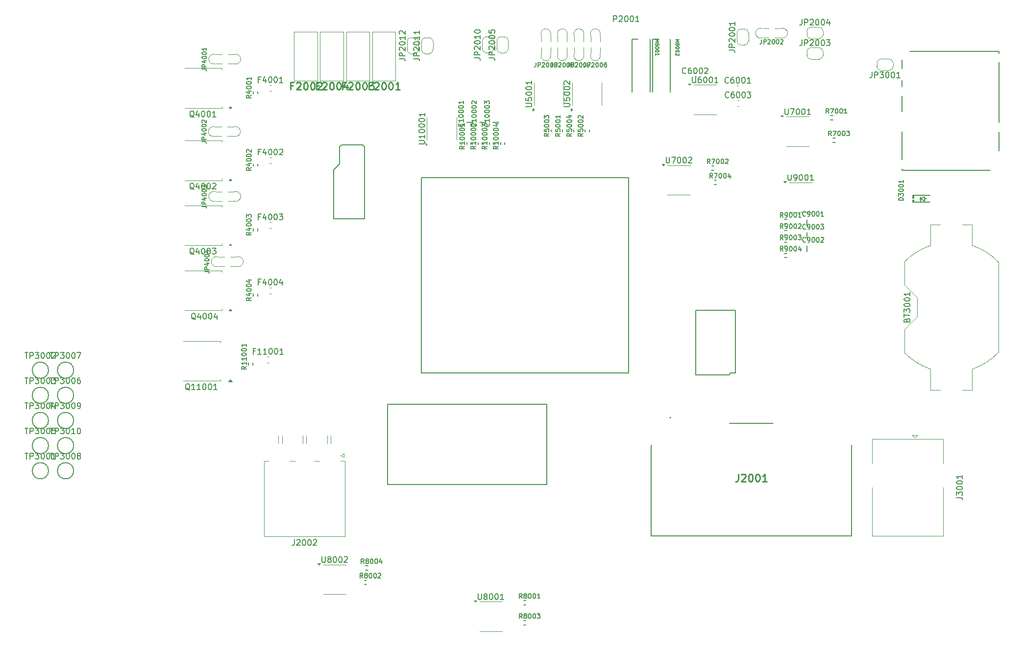
<source format=gto>
G04 #@! TF.GenerationSoftware,KiCad,Pcbnew,8.0.9-8.0.9-0~ubuntu24.04.1*
G04 #@! TF.CreationDate,2025-02-20T15:49:28+00:00*
G04 #@! TF.ProjectId,hellenbms46,68656c6c-656e-4626-9d73-34362e6b6963,rev?*
G04 #@! TF.SameCoordinates,PX4c4b400PY96ae380*
G04 #@! TF.FileFunction,Legend,Top*
G04 #@! TF.FilePolarity,Positive*
%FSLAX46Y46*%
G04 Gerber Fmt 4.6, Leading zero omitted, Abs format (unit mm)*
G04 Created by KiCad (PCBNEW 8.0.9-8.0.9-0~ubuntu24.04.1) date 2025-02-20 15:49:28*
%MOMM*%
%LPD*%
G01*
G04 APERTURE LIST*
%ADD10C,0.150000*%
%ADD11C,0.170000*%
%ADD12C,0.254000*%
%ADD13C,0.127000*%
%ADD14C,0.120000*%
%ADD15C,0.203200*%
%ADD16C,0.100000*%
%ADD17C,0.099060*%
%ADD18C,0.200000*%
G04 APERTURE END LIST*
D10*
X136389809Y37370915D02*
X136437428Y37513772D01*
X136437428Y37513772D02*
X136485047Y37561391D01*
X136485047Y37561391D02*
X136580285Y37609010D01*
X136580285Y37609010D02*
X136723142Y37609010D01*
X136723142Y37609010D02*
X136818380Y37561391D01*
X136818380Y37561391D02*
X136866000Y37513772D01*
X136866000Y37513772D02*
X136913619Y37418534D01*
X136913619Y37418534D02*
X136913619Y37037582D01*
X136913619Y37037582D02*
X135913619Y37037582D01*
X135913619Y37037582D02*
X135913619Y37370915D01*
X135913619Y37370915D02*
X135961238Y37466153D01*
X135961238Y37466153D02*
X136008857Y37513772D01*
X136008857Y37513772D02*
X136104095Y37561391D01*
X136104095Y37561391D02*
X136199333Y37561391D01*
X136199333Y37561391D02*
X136294571Y37513772D01*
X136294571Y37513772D02*
X136342190Y37466153D01*
X136342190Y37466153D02*
X136389809Y37370915D01*
X136389809Y37370915D02*
X136389809Y37037582D01*
X135913619Y37894725D02*
X135913619Y38466153D01*
X136913619Y38180439D02*
X135913619Y38180439D01*
X135913619Y38704249D02*
X135913619Y39323296D01*
X135913619Y39323296D02*
X136294571Y38989963D01*
X136294571Y38989963D02*
X136294571Y39132820D01*
X136294571Y39132820D02*
X136342190Y39228058D01*
X136342190Y39228058D02*
X136389809Y39275677D01*
X136389809Y39275677D02*
X136485047Y39323296D01*
X136485047Y39323296D02*
X136723142Y39323296D01*
X136723142Y39323296D02*
X136818380Y39275677D01*
X136818380Y39275677D02*
X136866000Y39228058D01*
X136866000Y39228058D02*
X136913619Y39132820D01*
X136913619Y39132820D02*
X136913619Y38847106D01*
X136913619Y38847106D02*
X136866000Y38751868D01*
X136866000Y38751868D02*
X136818380Y38704249D01*
X135913619Y39942344D02*
X135913619Y40037582D01*
X135913619Y40037582D02*
X135961238Y40132820D01*
X135961238Y40132820D02*
X136008857Y40180439D01*
X136008857Y40180439D02*
X136104095Y40228058D01*
X136104095Y40228058D02*
X136294571Y40275677D01*
X136294571Y40275677D02*
X136532666Y40275677D01*
X136532666Y40275677D02*
X136723142Y40228058D01*
X136723142Y40228058D02*
X136818380Y40180439D01*
X136818380Y40180439D02*
X136866000Y40132820D01*
X136866000Y40132820D02*
X136913619Y40037582D01*
X136913619Y40037582D02*
X136913619Y39942344D01*
X136913619Y39942344D02*
X136866000Y39847106D01*
X136866000Y39847106D02*
X136818380Y39799487D01*
X136818380Y39799487D02*
X136723142Y39751868D01*
X136723142Y39751868D02*
X136532666Y39704249D01*
X136532666Y39704249D02*
X136294571Y39704249D01*
X136294571Y39704249D02*
X136104095Y39751868D01*
X136104095Y39751868D02*
X136008857Y39799487D01*
X136008857Y39799487D02*
X135961238Y39847106D01*
X135961238Y39847106D02*
X135913619Y39942344D01*
X135913619Y40894725D02*
X135913619Y40989963D01*
X135913619Y40989963D02*
X135961238Y41085201D01*
X135961238Y41085201D02*
X136008857Y41132820D01*
X136008857Y41132820D02*
X136104095Y41180439D01*
X136104095Y41180439D02*
X136294571Y41228058D01*
X136294571Y41228058D02*
X136532666Y41228058D01*
X136532666Y41228058D02*
X136723142Y41180439D01*
X136723142Y41180439D02*
X136818380Y41132820D01*
X136818380Y41132820D02*
X136866000Y41085201D01*
X136866000Y41085201D02*
X136913619Y40989963D01*
X136913619Y40989963D02*
X136913619Y40894725D01*
X136913619Y40894725D02*
X136866000Y40799487D01*
X136866000Y40799487D02*
X136818380Y40751868D01*
X136818380Y40751868D02*
X136723142Y40704249D01*
X136723142Y40704249D02*
X136532666Y40656630D01*
X136532666Y40656630D02*
X136294571Y40656630D01*
X136294571Y40656630D02*
X136104095Y40704249D01*
X136104095Y40704249D02*
X136008857Y40751868D01*
X136008857Y40751868D02*
X135961238Y40799487D01*
X135961238Y40799487D02*
X135913619Y40894725D01*
X136913619Y42180439D02*
X136913619Y41609011D01*
X136913619Y41894725D02*
X135913619Y41894725D01*
X135913619Y41894725D02*
X136056476Y41799487D01*
X136056476Y41799487D02*
X136151714Y41704249D01*
X136151714Y41704249D02*
X136199333Y41609011D01*
X24638595Y66473991D02*
X24305262Y66473991D01*
X24305262Y65950181D02*
X24305262Y66950181D01*
X24305262Y66950181D02*
X24781452Y66950181D01*
X25590976Y66616848D02*
X25590976Y65950181D01*
X25352881Y66997800D02*
X25114786Y66283515D01*
X25114786Y66283515D02*
X25733833Y66283515D01*
X26305262Y66950181D02*
X26400500Y66950181D01*
X26400500Y66950181D02*
X26495738Y66902562D01*
X26495738Y66902562D02*
X26543357Y66854943D01*
X26543357Y66854943D02*
X26590976Y66759705D01*
X26590976Y66759705D02*
X26638595Y66569229D01*
X26638595Y66569229D02*
X26638595Y66331134D01*
X26638595Y66331134D02*
X26590976Y66140658D01*
X26590976Y66140658D02*
X26543357Y66045420D01*
X26543357Y66045420D02*
X26495738Y65997800D01*
X26495738Y65997800D02*
X26400500Y65950181D01*
X26400500Y65950181D02*
X26305262Y65950181D01*
X26305262Y65950181D02*
X26210024Y65997800D01*
X26210024Y65997800D02*
X26162405Y66045420D01*
X26162405Y66045420D02*
X26114786Y66140658D01*
X26114786Y66140658D02*
X26067167Y66331134D01*
X26067167Y66331134D02*
X26067167Y66569229D01*
X26067167Y66569229D02*
X26114786Y66759705D01*
X26114786Y66759705D02*
X26162405Y66854943D01*
X26162405Y66854943D02*
X26210024Y66902562D01*
X26210024Y66902562D02*
X26305262Y66950181D01*
X27257643Y66950181D02*
X27352881Y66950181D01*
X27352881Y66950181D02*
X27448119Y66902562D01*
X27448119Y66902562D02*
X27495738Y66854943D01*
X27495738Y66854943D02*
X27543357Y66759705D01*
X27543357Y66759705D02*
X27590976Y66569229D01*
X27590976Y66569229D02*
X27590976Y66331134D01*
X27590976Y66331134D02*
X27543357Y66140658D01*
X27543357Y66140658D02*
X27495738Y66045420D01*
X27495738Y66045420D02*
X27448119Y65997800D01*
X27448119Y65997800D02*
X27352881Y65950181D01*
X27352881Y65950181D02*
X27257643Y65950181D01*
X27257643Y65950181D02*
X27162405Y65997800D01*
X27162405Y65997800D02*
X27114786Y66045420D01*
X27114786Y66045420D02*
X27067167Y66140658D01*
X27067167Y66140658D02*
X27019548Y66331134D01*
X27019548Y66331134D02*
X27019548Y66569229D01*
X27019548Y66569229D02*
X27067167Y66759705D01*
X27067167Y66759705D02*
X27114786Y66854943D01*
X27114786Y66854943D02*
X27162405Y66902562D01*
X27162405Y66902562D02*
X27257643Y66950181D01*
X27971929Y66854943D02*
X28019548Y66902562D01*
X28019548Y66902562D02*
X28114786Y66950181D01*
X28114786Y66950181D02*
X28352881Y66950181D01*
X28352881Y66950181D02*
X28448119Y66902562D01*
X28448119Y66902562D02*
X28495738Y66854943D01*
X28495738Y66854943D02*
X28543357Y66759705D01*
X28543357Y66759705D02*
X28543357Y66664467D01*
X28543357Y66664467D02*
X28495738Y66521610D01*
X28495738Y66521610D02*
X27924310Y65950181D01*
X27924310Y65950181D02*
X28543357Y65950181D01*
X115309524Y73945181D02*
X115309524Y73135658D01*
X115309524Y73135658D02*
X115357143Y73040420D01*
X115357143Y73040420D02*
X115404762Y72992800D01*
X115404762Y72992800D02*
X115500000Y72945181D01*
X115500000Y72945181D02*
X115690476Y72945181D01*
X115690476Y72945181D02*
X115785714Y72992800D01*
X115785714Y72992800D02*
X115833333Y73040420D01*
X115833333Y73040420D02*
X115880952Y73135658D01*
X115880952Y73135658D02*
X115880952Y73945181D01*
X116261905Y73945181D02*
X116928571Y73945181D01*
X116928571Y73945181D02*
X116500000Y72945181D01*
X117500000Y73945181D02*
X117595238Y73945181D01*
X117595238Y73945181D02*
X117690476Y73897562D01*
X117690476Y73897562D02*
X117738095Y73849943D01*
X117738095Y73849943D02*
X117785714Y73754705D01*
X117785714Y73754705D02*
X117833333Y73564229D01*
X117833333Y73564229D02*
X117833333Y73326134D01*
X117833333Y73326134D02*
X117785714Y73135658D01*
X117785714Y73135658D02*
X117738095Y73040420D01*
X117738095Y73040420D02*
X117690476Y72992800D01*
X117690476Y72992800D02*
X117595238Y72945181D01*
X117595238Y72945181D02*
X117500000Y72945181D01*
X117500000Y72945181D02*
X117404762Y72992800D01*
X117404762Y72992800D02*
X117357143Y73040420D01*
X117357143Y73040420D02*
X117309524Y73135658D01*
X117309524Y73135658D02*
X117261905Y73326134D01*
X117261905Y73326134D02*
X117261905Y73564229D01*
X117261905Y73564229D02*
X117309524Y73754705D01*
X117309524Y73754705D02*
X117357143Y73849943D01*
X117357143Y73849943D02*
X117404762Y73897562D01*
X117404762Y73897562D02*
X117500000Y73945181D01*
X118452381Y73945181D02*
X118547619Y73945181D01*
X118547619Y73945181D02*
X118642857Y73897562D01*
X118642857Y73897562D02*
X118690476Y73849943D01*
X118690476Y73849943D02*
X118738095Y73754705D01*
X118738095Y73754705D02*
X118785714Y73564229D01*
X118785714Y73564229D02*
X118785714Y73326134D01*
X118785714Y73326134D02*
X118738095Y73135658D01*
X118738095Y73135658D02*
X118690476Y73040420D01*
X118690476Y73040420D02*
X118642857Y72992800D01*
X118642857Y72992800D02*
X118547619Y72945181D01*
X118547619Y72945181D02*
X118452381Y72945181D01*
X118452381Y72945181D02*
X118357143Y72992800D01*
X118357143Y72992800D02*
X118309524Y73040420D01*
X118309524Y73040420D02*
X118261905Y73135658D01*
X118261905Y73135658D02*
X118214286Y73326134D01*
X118214286Y73326134D02*
X118214286Y73564229D01*
X118214286Y73564229D02*
X118261905Y73754705D01*
X118261905Y73754705D02*
X118309524Y73849943D01*
X118309524Y73849943D02*
X118357143Y73897562D01*
X118357143Y73897562D02*
X118452381Y73945181D01*
X119738095Y72945181D02*
X119166667Y72945181D01*
X119452381Y72945181D02*
X119452381Y73945181D01*
X119452381Y73945181D02*
X119357143Y73802324D01*
X119357143Y73802324D02*
X119261905Y73707086D01*
X119261905Y73707086D02*
X119166667Y73659467D01*
X130336095Y80291181D02*
X130336095Y79576896D01*
X130336095Y79576896D02*
X130288476Y79434039D01*
X130288476Y79434039D02*
X130193238Y79338800D01*
X130193238Y79338800D02*
X130050381Y79291181D01*
X130050381Y79291181D02*
X129955143Y79291181D01*
X130812286Y79291181D02*
X130812286Y80291181D01*
X130812286Y80291181D02*
X131193238Y80291181D01*
X131193238Y80291181D02*
X131288476Y80243562D01*
X131288476Y80243562D02*
X131336095Y80195943D01*
X131336095Y80195943D02*
X131383714Y80100705D01*
X131383714Y80100705D02*
X131383714Y79957848D01*
X131383714Y79957848D02*
X131336095Y79862610D01*
X131336095Y79862610D02*
X131288476Y79814991D01*
X131288476Y79814991D02*
X131193238Y79767372D01*
X131193238Y79767372D02*
X130812286Y79767372D01*
X131717048Y80291181D02*
X132336095Y80291181D01*
X132336095Y80291181D02*
X132002762Y79910229D01*
X132002762Y79910229D02*
X132145619Y79910229D01*
X132145619Y79910229D02*
X132240857Y79862610D01*
X132240857Y79862610D02*
X132288476Y79814991D01*
X132288476Y79814991D02*
X132336095Y79719753D01*
X132336095Y79719753D02*
X132336095Y79481658D01*
X132336095Y79481658D02*
X132288476Y79386420D01*
X132288476Y79386420D02*
X132240857Y79338800D01*
X132240857Y79338800D02*
X132145619Y79291181D01*
X132145619Y79291181D02*
X131859905Y79291181D01*
X131859905Y79291181D02*
X131764667Y79338800D01*
X131764667Y79338800D02*
X131717048Y79386420D01*
X132955143Y80291181D02*
X133050381Y80291181D01*
X133050381Y80291181D02*
X133145619Y80243562D01*
X133145619Y80243562D02*
X133193238Y80195943D01*
X133193238Y80195943D02*
X133240857Y80100705D01*
X133240857Y80100705D02*
X133288476Y79910229D01*
X133288476Y79910229D02*
X133288476Y79672134D01*
X133288476Y79672134D02*
X133240857Y79481658D01*
X133240857Y79481658D02*
X133193238Y79386420D01*
X133193238Y79386420D02*
X133145619Y79338800D01*
X133145619Y79338800D02*
X133050381Y79291181D01*
X133050381Y79291181D02*
X132955143Y79291181D01*
X132955143Y79291181D02*
X132859905Y79338800D01*
X132859905Y79338800D02*
X132812286Y79386420D01*
X132812286Y79386420D02*
X132764667Y79481658D01*
X132764667Y79481658D02*
X132717048Y79672134D01*
X132717048Y79672134D02*
X132717048Y79910229D01*
X132717048Y79910229D02*
X132764667Y80100705D01*
X132764667Y80100705D02*
X132812286Y80195943D01*
X132812286Y80195943D02*
X132859905Y80243562D01*
X132859905Y80243562D02*
X132955143Y80291181D01*
X133907524Y80291181D02*
X134002762Y80291181D01*
X134002762Y80291181D02*
X134098000Y80243562D01*
X134098000Y80243562D02*
X134145619Y80195943D01*
X134145619Y80195943D02*
X134193238Y80100705D01*
X134193238Y80100705D02*
X134240857Y79910229D01*
X134240857Y79910229D02*
X134240857Y79672134D01*
X134240857Y79672134D02*
X134193238Y79481658D01*
X134193238Y79481658D02*
X134145619Y79386420D01*
X134145619Y79386420D02*
X134098000Y79338800D01*
X134098000Y79338800D02*
X134002762Y79291181D01*
X134002762Y79291181D02*
X133907524Y79291181D01*
X133907524Y79291181D02*
X133812286Y79338800D01*
X133812286Y79338800D02*
X133764667Y79386420D01*
X133764667Y79386420D02*
X133717048Y79481658D01*
X133717048Y79481658D02*
X133669429Y79672134D01*
X133669429Y79672134D02*
X133669429Y79910229D01*
X133669429Y79910229D02*
X133717048Y80100705D01*
X133717048Y80100705D02*
X133764667Y80195943D01*
X133764667Y80195943D02*
X133812286Y80243562D01*
X133812286Y80243562D02*
X133907524Y80291181D01*
X135193238Y79291181D02*
X134621810Y79291181D01*
X134907524Y79291181D02*
X134907524Y80291181D01*
X134907524Y80291181D02*
X134812286Y80148324D01*
X134812286Y80148324D02*
X134717048Y80053086D01*
X134717048Y80053086D02*
X134621810Y80005467D01*
D11*
X123340092Y69263015D02*
X123066759Y69653491D01*
X122871521Y69263015D02*
X122871521Y70083015D01*
X122871521Y70083015D02*
X123183902Y70083015D01*
X123183902Y70083015D02*
X123261997Y70043967D01*
X123261997Y70043967D02*
X123301044Y70004920D01*
X123301044Y70004920D02*
X123340092Y69926824D01*
X123340092Y69926824D02*
X123340092Y69809682D01*
X123340092Y69809682D02*
X123301044Y69731586D01*
X123301044Y69731586D02*
X123261997Y69692539D01*
X123261997Y69692539D02*
X123183902Y69653491D01*
X123183902Y69653491D02*
X122871521Y69653491D01*
X123613425Y70083015D02*
X124160092Y70083015D01*
X124160092Y70083015D02*
X123808663Y69263015D01*
X124628663Y70083015D02*
X124706758Y70083015D01*
X124706758Y70083015D02*
X124784854Y70043967D01*
X124784854Y70043967D02*
X124823901Y70004920D01*
X124823901Y70004920D02*
X124862949Y69926824D01*
X124862949Y69926824D02*
X124901996Y69770634D01*
X124901996Y69770634D02*
X124901996Y69575396D01*
X124901996Y69575396D02*
X124862949Y69419205D01*
X124862949Y69419205D02*
X124823901Y69341110D01*
X124823901Y69341110D02*
X124784854Y69302062D01*
X124784854Y69302062D02*
X124706758Y69263015D01*
X124706758Y69263015D02*
X124628663Y69263015D01*
X124628663Y69263015D02*
X124550568Y69302062D01*
X124550568Y69302062D02*
X124511520Y69341110D01*
X124511520Y69341110D02*
X124472473Y69419205D01*
X124472473Y69419205D02*
X124433425Y69575396D01*
X124433425Y69575396D02*
X124433425Y69770634D01*
X124433425Y69770634D02*
X124472473Y69926824D01*
X124472473Y69926824D02*
X124511520Y70004920D01*
X124511520Y70004920D02*
X124550568Y70043967D01*
X124550568Y70043967D02*
X124628663Y70083015D01*
X125409615Y70083015D02*
X125487710Y70083015D01*
X125487710Y70083015D02*
X125565806Y70043967D01*
X125565806Y70043967D02*
X125604853Y70004920D01*
X125604853Y70004920D02*
X125643901Y69926824D01*
X125643901Y69926824D02*
X125682948Y69770634D01*
X125682948Y69770634D02*
X125682948Y69575396D01*
X125682948Y69575396D02*
X125643901Y69419205D01*
X125643901Y69419205D02*
X125604853Y69341110D01*
X125604853Y69341110D02*
X125565806Y69302062D01*
X125565806Y69302062D02*
X125487710Y69263015D01*
X125487710Y69263015D02*
X125409615Y69263015D01*
X125409615Y69263015D02*
X125331520Y69302062D01*
X125331520Y69302062D02*
X125292472Y69341110D01*
X125292472Y69341110D02*
X125253425Y69419205D01*
X125253425Y69419205D02*
X125214377Y69575396D01*
X125214377Y69575396D02*
X125214377Y69770634D01*
X125214377Y69770634D02*
X125253425Y69926824D01*
X125253425Y69926824D02*
X125292472Y70004920D01*
X125292472Y70004920D02*
X125331520Y70043967D01*
X125331520Y70043967D02*
X125409615Y70083015D01*
X125956281Y70083015D02*
X126463900Y70083015D01*
X126463900Y70083015D02*
X126190567Y69770634D01*
X126190567Y69770634D02*
X126307710Y69770634D01*
X126307710Y69770634D02*
X126385805Y69731586D01*
X126385805Y69731586D02*
X126424853Y69692539D01*
X126424853Y69692539D02*
X126463900Y69614443D01*
X126463900Y69614443D02*
X126463900Y69419205D01*
X126463900Y69419205D02*
X126424853Y69341110D01*
X126424853Y69341110D02*
X126385805Y69302062D01*
X126385805Y69302062D02*
X126307710Y69263015D01*
X126307710Y69263015D02*
X126073424Y69263015D01*
X126073424Y69263015D02*
X125995329Y69302062D01*
X125995329Y69302062D02*
X125956281Y69341110D01*
D10*
X52054819Y67833334D02*
X52864342Y67833334D01*
X52864342Y67833334D02*
X52959580Y67880953D01*
X52959580Y67880953D02*
X53007200Y67928572D01*
X53007200Y67928572D02*
X53054819Y68023810D01*
X53054819Y68023810D02*
X53054819Y68214286D01*
X53054819Y68214286D02*
X53007200Y68309524D01*
X53007200Y68309524D02*
X52959580Y68357143D01*
X52959580Y68357143D02*
X52864342Y68404762D01*
X52864342Y68404762D02*
X52054819Y68404762D01*
X53054819Y69404762D02*
X53054819Y68833334D01*
X53054819Y69119048D02*
X52054819Y69119048D01*
X52054819Y69119048D02*
X52197676Y69023810D01*
X52197676Y69023810D02*
X52292914Y68928572D01*
X52292914Y68928572D02*
X52340533Y68833334D01*
X52054819Y70023810D02*
X52054819Y70119048D01*
X52054819Y70119048D02*
X52102438Y70214286D01*
X52102438Y70214286D02*
X52150057Y70261905D01*
X52150057Y70261905D02*
X52245295Y70309524D01*
X52245295Y70309524D02*
X52435771Y70357143D01*
X52435771Y70357143D02*
X52673866Y70357143D01*
X52673866Y70357143D02*
X52864342Y70309524D01*
X52864342Y70309524D02*
X52959580Y70261905D01*
X52959580Y70261905D02*
X53007200Y70214286D01*
X53007200Y70214286D02*
X53054819Y70119048D01*
X53054819Y70119048D02*
X53054819Y70023810D01*
X53054819Y70023810D02*
X53007200Y69928572D01*
X53007200Y69928572D02*
X52959580Y69880953D01*
X52959580Y69880953D02*
X52864342Y69833334D01*
X52864342Y69833334D02*
X52673866Y69785715D01*
X52673866Y69785715D02*
X52435771Y69785715D01*
X52435771Y69785715D02*
X52245295Y69833334D01*
X52245295Y69833334D02*
X52150057Y69880953D01*
X52150057Y69880953D02*
X52102438Y69928572D01*
X52102438Y69928572D02*
X52054819Y70023810D01*
X52054819Y70976191D02*
X52054819Y71071429D01*
X52054819Y71071429D02*
X52102438Y71166667D01*
X52102438Y71166667D02*
X52150057Y71214286D01*
X52150057Y71214286D02*
X52245295Y71261905D01*
X52245295Y71261905D02*
X52435771Y71309524D01*
X52435771Y71309524D02*
X52673866Y71309524D01*
X52673866Y71309524D02*
X52864342Y71261905D01*
X52864342Y71261905D02*
X52959580Y71214286D01*
X52959580Y71214286D02*
X53007200Y71166667D01*
X53007200Y71166667D02*
X53054819Y71071429D01*
X53054819Y71071429D02*
X53054819Y70976191D01*
X53054819Y70976191D02*
X53007200Y70880953D01*
X53007200Y70880953D02*
X52959580Y70833334D01*
X52959580Y70833334D02*
X52864342Y70785715D01*
X52864342Y70785715D02*
X52673866Y70738096D01*
X52673866Y70738096D02*
X52435771Y70738096D01*
X52435771Y70738096D02*
X52245295Y70785715D01*
X52245295Y70785715D02*
X52150057Y70833334D01*
X52150057Y70833334D02*
X52102438Y70880953D01*
X52102438Y70880953D02*
X52054819Y70976191D01*
X52054819Y71928572D02*
X52054819Y72023810D01*
X52054819Y72023810D02*
X52102438Y72119048D01*
X52102438Y72119048D02*
X52150057Y72166667D01*
X52150057Y72166667D02*
X52245295Y72214286D01*
X52245295Y72214286D02*
X52435771Y72261905D01*
X52435771Y72261905D02*
X52673866Y72261905D01*
X52673866Y72261905D02*
X52864342Y72214286D01*
X52864342Y72214286D02*
X52959580Y72166667D01*
X52959580Y72166667D02*
X53007200Y72119048D01*
X53007200Y72119048D02*
X53054819Y72023810D01*
X53054819Y72023810D02*
X53054819Y71928572D01*
X53054819Y71928572D02*
X53007200Y71833334D01*
X53007200Y71833334D02*
X52959580Y71785715D01*
X52959580Y71785715D02*
X52864342Y71738096D01*
X52864342Y71738096D02*
X52673866Y71690477D01*
X52673866Y71690477D02*
X52435771Y71690477D01*
X52435771Y71690477D02*
X52245295Y71738096D01*
X52245295Y71738096D02*
X52150057Y71785715D01*
X52150057Y71785715D02*
X52102438Y71833334D01*
X52102438Y71833334D02*
X52054819Y71928572D01*
X53054819Y73214286D02*
X53054819Y72642858D01*
X53054819Y72928572D02*
X52054819Y72928572D01*
X52054819Y72928572D02*
X52197676Y72833334D01*
X52197676Y72833334D02*
X52292914Y72738096D01*
X52292914Y72738096D02*
X52340533Y72642858D01*
D12*
X30312381Y77900920D02*
X29889047Y77900920D01*
X29889047Y77235682D02*
X29889047Y78505682D01*
X29889047Y78505682D02*
X30493809Y78505682D01*
X30917142Y78384730D02*
X30977618Y78445206D01*
X30977618Y78445206D02*
X31098571Y78505682D01*
X31098571Y78505682D02*
X31400952Y78505682D01*
X31400952Y78505682D02*
X31521904Y78445206D01*
X31521904Y78445206D02*
X31582380Y78384730D01*
X31582380Y78384730D02*
X31642857Y78263778D01*
X31642857Y78263778D02*
X31642857Y78142825D01*
X31642857Y78142825D02*
X31582380Y77961397D01*
X31582380Y77961397D02*
X30856666Y77235682D01*
X30856666Y77235682D02*
X31642857Y77235682D01*
X32429047Y78505682D02*
X32550000Y78505682D01*
X32550000Y78505682D02*
X32670952Y78445206D01*
X32670952Y78445206D02*
X32731428Y78384730D01*
X32731428Y78384730D02*
X32791904Y78263778D01*
X32791904Y78263778D02*
X32852381Y78021873D01*
X32852381Y78021873D02*
X32852381Y77719492D01*
X32852381Y77719492D02*
X32791904Y77477587D01*
X32791904Y77477587D02*
X32731428Y77356635D01*
X32731428Y77356635D02*
X32670952Y77296158D01*
X32670952Y77296158D02*
X32550000Y77235682D01*
X32550000Y77235682D02*
X32429047Y77235682D01*
X32429047Y77235682D02*
X32308095Y77296158D01*
X32308095Y77296158D02*
X32247619Y77356635D01*
X32247619Y77356635D02*
X32187142Y77477587D01*
X32187142Y77477587D02*
X32126666Y77719492D01*
X32126666Y77719492D02*
X32126666Y78021873D01*
X32126666Y78021873D02*
X32187142Y78263778D01*
X32187142Y78263778D02*
X32247619Y78384730D01*
X32247619Y78384730D02*
X32308095Y78445206D01*
X32308095Y78445206D02*
X32429047Y78505682D01*
X33638571Y78505682D02*
X33759524Y78505682D01*
X33759524Y78505682D02*
X33880476Y78445206D01*
X33880476Y78445206D02*
X33940952Y78384730D01*
X33940952Y78384730D02*
X34001428Y78263778D01*
X34001428Y78263778D02*
X34061905Y78021873D01*
X34061905Y78021873D02*
X34061905Y77719492D01*
X34061905Y77719492D02*
X34001428Y77477587D01*
X34001428Y77477587D02*
X33940952Y77356635D01*
X33940952Y77356635D02*
X33880476Y77296158D01*
X33880476Y77296158D02*
X33759524Y77235682D01*
X33759524Y77235682D02*
X33638571Y77235682D01*
X33638571Y77235682D02*
X33517619Y77296158D01*
X33517619Y77296158D02*
X33457143Y77356635D01*
X33457143Y77356635D02*
X33396666Y77477587D01*
X33396666Y77477587D02*
X33336190Y77719492D01*
X33336190Y77719492D02*
X33336190Y78021873D01*
X33336190Y78021873D02*
X33396666Y78263778D01*
X33396666Y78263778D02*
X33457143Y78384730D01*
X33457143Y78384730D02*
X33517619Y78445206D01*
X33517619Y78445206D02*
X33638571Y78505682D01*
X34545714Y78384730D02*
X34606190Y78445206D01*
X34606190Y78445206D02*
X34727143Y78505682D01*
X34727143Y78505682D02*
X35029524Y78505682D01*
X35029524Y78505682D02*
X35150476Y78445206D01*
X35150476Y78445206D02*
X35210952Y78384730D01*
X35210952Y78384730D02*
X35271429Y78263778D01*
X35271429Y78263778D02*
X35271429Y78142825D01*
X35271429Y78142825D02*
X35210952Y77961397D01*
X35210952Y77961397D02*
X34485238Y77235682D01*
X34485238Y77235682D02*
X35271429Y77235682D01*
D11*
X114990092Y53207374D02*
X114716759Y53597850D01*
X114521521Y53207374D02*
X114521521Y54027374D01*
X114521521Y54027374D02*
X114833902Y54027374D01*
X114833902Y54027374D02*
X114911997Y53988326D01*
X114911997Y53988326D02*
X114951044Y53949279D01*
X114951044Y53949279D02*
X114990092Y53871183D01*
X114990092Y53871183D02*
X114990092Y53754041D01*
X114990092Y53754041D02*
X114951044Y53675945D01*
X114951044Y53675945D02*
X114911997Y53636898D01*
X114911997Y53636898D02*
X114833902Y53597850D01*
X114833902Y53597850D02*
X114521521Y53597850D01*
X115380568Y53207374D02*
X115536759Y53207374D01*
X115536759Y53207374D02*
X115614854Y53246421D01*
X115614854Y53246421D02*
X115653902Y53285469D01*
X115653902Y53285469D02*
X115731997Y53402612D01*
X115731997Y53402612D02*
X115771044Y53558802D01*
X115771044Y53558802D02*
X115771044Y53871183D01*
X115771044Y53871183D02*
X115731997Y53949279D01*
X115731997Y53949279D02*
X115692949Y53988326D01*
X115692949Y53988326D02*
X115614854Y54027374D01*
X115614854Y54027374D02*
X115458663Y54027374D01*
X115458663Y54027374D02*
X115380568Y53988326D01*
X115380568Y53988326D02*
X115341521Y53949279D01*
X115341521Y53949279D02*
X115302473Y53871183D01*
X115302473Y53871183D02*
X115302473Y53675945D01*
X115302473Y53675945D02*
X115341521Y53597850D01*
X115341521Y53597850D02*
X115380568Y53558802D01*
X115380568Y53558802D02*
X115458663Y53519755D01*
X115458663Y53519755D02*
X115614854Y53519755D01*
X115614854Y53519755D02*
X115692949Y53558802D01*
X115692949Y53558802D02*
X115731997Y53597850D01*
X115731997Y53597850D02*
X115771044Y53675945D01*
X116278663Y54027374D02*
X116356758Y54027374D01*
X116356758Y54027374D02*
X116434854Y53988326D01*
X116434854Y53988326D02*
X116473901Y53949279D01*
X116473901Y53949279D02*
X116512949Y53871183D01*
X116512949Y53871183D02*
X116551996Y53714993D01*
X116551996Y53714993D02*
X116551996Y53519755D01*
X116551996Y53519755D02*
X116512949Y53363564D01*
X116512949Y53363564D02*
X116473901Y53285469D01*
X116473901Y53285469D02*
X116434854Y53246421D01*
X116434854Y53246421D02*
X116356758Y53207374D01*
X116356758Y53207374D02*
X116278663Y53207374D01*
X116278663Y53207374D02*
X116200568Y53246421D01*
X116200568Y53246421D02*
X116161520Y53285469D01*
X116161520Y53285469D02*
X116122473Y53363564D01*
X116122473Y53363564D02*
X116083425Y53519755D01*
X116083425Y53519755D02*
X116083425Y53714993D01*
X116083425Y53714993D02*
X116122473Y53871183D01*
X116122473Y53871183D02*
X116161520Y53949279D01*
X116161520Y53949279D02*
X116200568Y53988326D01*
X116200568Y53988326D02*
X116278663Y54027374D01*
X117059615Y54027374D02*
X117137710Y54027374D01*
X117137710Y54027374D02*
X117215806Y53988326D01*
X117215806Y53988326D02*
X117254853Y53949279D01*
X117254853Y53949279D02*
X117293901Y53871183D01*
X117293901Y53871183D02*
X117332948Y53714993D01*
X117332948Y53714993D02*
X117332948Y53519755D01*
X117332948Y53519755D02*
X117293901Y53363564D01*
X117293901Y53363564D02*
X117254853Y53285469D01*
X117254853Y53285469D02*
X117215806Y53246421D01*
X117215806Y53246421D02*
X117137710Y53207374D01*
X117137710Y53207374D02*
X117059615Y53207374D01*
X117059615Y53207374D02*
X116981520Y53246421D01*
X116981520Y53246421D02*
X116942472Y53285469D01*
X116942472Y53285469D02*
X116903425Y53363564D01*
X116903425Y53363564D02*
X116864377Y53519755D01*
X116864377Y53519755D02*
X116864377Y53714993D01*
X116864377Y53714993D02*
X116903425Y53871183D01*
X116903425Y53871183D02*
X116942472Y53949279D01*
X116942472Y53949279D02*
X116981520Y53988326D01*
X116981520Y53988326D02*
X117059615Y54027374D01*
X117645329Y53949279D02*
X117684377Y53988326D01*
X117684377Y53988326D02*
X117762472Y54027374D01*
X117762472Y54027374D02*
X117957710Y54027374D01*
X117957710Y54027374D02*
X118035805Y53988326D01*
X118035805Y53988326D02*
X118074853Y53949279D01*
X118074853Y53949279D02*
X118113900Y53871183D01*
X118113900Y53871183D02*
X118113900Y53793088D01*
X118113900Y53793088D02*
X118074853Y53675945D01*
X118074853Y53675945D02*
X117606281Y53207374D01*
X117606281Y53207374D02*
X118113900Y53207374D01*
D10*
X-11690476Y14345181D02*
X-11119048Y14345181D01*
X-11404762Y13345181D02*
X-11404762Y14345181D01*
X-10785714Y13345181D02*
X-10785714Y14345181D01*
X-10785714Y14345181D02*
X-10404762Y14345181D01*
X-10404762Y14345181D02*
X-10309524Y14297562D01*
X-10309524Y14297562D02*
X-10261905Y14249943D01*
X-10261905Y14249943D02*
X-10214286Y14154705D01*
X-10214286Y14154705D02*
X-10214286Y14011848D01*
X-10214286Y14011848D02*
X-10261905Y13916610D01*
X-10261905Y13916610D02*
X-10309524Y13868991D01*
X-10309524Y13868991D02*
X-10404762Y13821372D01*
X-10404762Y13821372D02*
X-10785714Y13821372D01*
X-9880952Y14345181D02*
X-9261905Y14345181D01*
X-9261905Y14345181D02*
X-9595238Y13964229D01*
X-9595238Y13964229D02*
X-9452381Y13964229D01*
X-9452381Y13964229D02*
X-9357143Y13916610D01*
X-9357143Y13916610D02*
X-9309524Y13868991D01*
X-9309524Y13868991D02*
X-9261905Y13773753D01*
X-9261905Y13773753D02*
X-9261905Y13535658D01*
X-9261905Y13535658D02*
X-9309524Y13440420D01*
X-9309524Y13440420D02*
X-9357143Y13392800D01*
X-9357143Y13392800D02*
X-9452381Y13345181D01*
X-9452381Y13345181D02*
X-9738095Y13345181D01*
X-9738095Y13345181D02*
X-9833333Y13392800D01*
X-9833333Y13392800D02*
X-9880952Y13440420D01*
X-8642857Y14345181D02*
X-8547619Y14345181D01*
X-8547619Y14345181D02*
X-8452381Y14297562D01*
X-8452381Y14297562D02*
X-8404762Y14249943D01*
X-8404762Y14249943D02*
X-8357143Y14154705D01*
X-8357143Y14154705D02*
X-8309524Y13964229D01*
X-8309524Y13964229D02*
X-8309524Y13726134D01*
X-8309524Y13726134D02*
X-8357143Y13535658D01*
X-8357143Y13535658D02*
X-8404762Y13440420D01*
X-8404762Y13440420D02*
X-8452381Y13392800D01*
X-8452381Y13392800D02*
X-8547619Y13345181D01*
X-8547619Y13345181D02*
X-8642857Y13345181D01*
X-8642857Y13345181D02*
X-8738095Y13392800D01*
X-8738095Y13392800D02*
X-8785714Y13440420D01*
X-8785714Y13440420D02*
X-8833333Y13535658D01*
X-8833333Y13535658D02*
X-8880952Y13726134D01*
X-8880952Y13726134D02*
X-8880952Y13964229D01*
X-8880952Y13964229D02*
X-8833333Y14154705D01*
X-8833333Y14154705D02*
X-8785714Y14249943D01*
X-8785714Y14249943D02*
X-8738095Y14297562D01*
X-8738095Y14297562D02*
X-8642857Y14345181D01*
X-7690476Y14345181D02*
X-7595238Y14345181D01*
X-7595238Y14345181D02*
X-7500000Y14297562D01*
X-7500000Y14297562D02*
X-7452381Y14249943D01*
X-7452381Y14249943D02*
X-7404762Y14154705D01*
X-7404762Y14154705D02*
X-7357143Y13964229D01*
X-7357143Y13964229D02*
X-7357143Y13726134D01*
X-7357143Y13726134D02*
X-7404762Y13535658D01*
X-7404762Y13535658D02*
X-7452381Y13440420D01*
X-7452381Y13440420D02*
X-7500000Y13392800D01*
X-7500000Y13392800D02*
X-7595238Y13345181D01*
X-7595238Y13345181D02*
X-7690476Y13345181D01*
X-7690476Y13345181D02*
X-7785714Y13392800D01*
X-7785714Y13392800D02*
X-7833333Y13440420D01*
X-7833333Y13440420D02*
X-7880952Y13535658D01*
X-7880952Y13535658D02*
X-7928571Y13726134D01*
X-7928571Y13726134D02*
X-7928571Y13964229D01*
X-7928571Y13964229D02*
X-7880952Y14154705D01*
X-7880952Y14154705D02*
X-7833333Y14249943D01*
X-7833333Y14249943D02*
X-7785714Y14297562D01*
X-7785714Y14297562D02*
X-7690476Y14345181D01*
X-6785714Y13916610D02*
X-6880952Y13964229D01*
X-6880952Y13964229D02*
X-6928571Y14011848D01*
X-6928571Y14011848D02*
X-6976190Y14107086D01*
X-6976190Y14107086D02*
X-6976190Y14154705D01*
X-6976190Y14154705D02*
X-6928571Y14249943D01*
X-6928571Y14249943D02*
X-6880952Y14297562D01*
X-6880952Y14297562D02*
X-6785714Y14345181D01*
X-6785714Y14345181D02*
X-6595238Y14345181D01*
X-6595238Y14345181D02*
X-6500000Y14297562D01*
X-6500000Y14297562D02*
X-6452381Y14249943D01*
X-6452381Y14249943D02*
X-6404762Y14154705D01*
X-6404762Y14154705D02*
X-6404762Y14107086D01*
X-6404762Y14107086D02*
X-6452381Y14011848D01*
X-6452381Y14011848D02*
X-6500000Y13964229D01*
X-6500000Y13964229D02*
X-6595238Y13916610D01*
X-6595238Y13916610D02*
X-6785714Y13916610D01*
X-6785714Y13916610D02*
X-6880952Y13868991D01*
X-6880952Y13868991D02*
X-6928571Y13821372D01*
X-6928571Y13821372D02*
X-6976190Y13726134D01*
X-6976190Y13726134D02*
X-6976190Y13535658D01*
X-6976190Y13535658D02*
X-6928571Y13440420D01*
X-6928571Y13440420D02*
X-6880952Y13392800D01*
X-6880952Y13392800D02*
X-6785714Y13345181D01*
X-6785714Y13345181D02*
X-6595238Y13345181D01*
X-6595238Y13345181D02*
X-6500000Y13392800D01*
X-6500000Y13392800D02*
X-6452381Y13440420D01*
X-6452381Y13440420D02*
X-6404762Y13535658D01*
X-6404762Y13535658D02*
X-6404762Y13726134D01*
X-6404762Y13726134D02*
X-6452381Y13821372D01*
X-6452381Y13821372D02*
X-6500000Y13868991D01*
X-6500000Y13868991D02*
X-6595238Y13916610D01*
X24638595Y78994991D02*
X24305262Y78994991D01*
X24305262Y78471181D02*
X24305262Y79471181D01*
X24305262Y79471181D02*
X24781452Y79471181D01*
X25590976Y79137848D02*
X25590976Y78471181D01*
X25352881Y79518800D02*
X25114786Y78804515D01*
X25114786Y78804515D02*
X25733833Y78804515D01*
X26305262Y79471181D02*
X26400500Y79471181D01*
X26400500Y79471181D02*
X26495738Y79423562D01*
X26495738Y79423562D02*
X26543357Y79375943D01*
X26543357Y79375943D02*
X26590976Y79280705D01*
X26590976Y79280705D02*
X26638595Y79090229D01*
X26638595Y79090229D02*
X26638595Y78852134D01*
X26638595Y78852134D02*
X26590976Y78661658D01*
X26590976Y78661658D02*
X26543357Y78566420D01*
X26543357Y78566420D02*
X26495738Y78518800D01*
X26495738Y78518800D02*
X26400500Y78471181D01*
X26400500Y78471181D02*
X26305262Y78471181D01*
X26305262Y78471181D02*
X26210024Y78518800D01*
X26210024Y78518800D02*
X26162405Y78566420D01*
X26162405Y78566420D02*
X26114786Y78661658D01*
X26114786Y78661658D02*
X26067167Y78852134D01*
X26067167Y78852134D02*
X26067167Y79090229D01*
X26067167Y79090229D02*
X26114786Y79280705D01*
X26114786Y79280705D02*
X26162405Y79375943D01*
X26162405Y79375943D02*
X26210024Y79423562D01*
X26210024Y79423562D02*
X26305262Y79471181D01*
X27257643Y79471181D02*
X27352881Y79471181D01*
X27352881Y79471181D02*
X27448119Y79423562D01*
X27448119Y79423562D02*
X27495738Y79375943D01*
X27495738Y79375943D02*
X27543357Y79280705D01*
X27543357Y79280705D02*
X27590976Y79090229D01*
X27590976Y79090229D02*
X27590976Y78852134D01*
X27590976Y78852134D02*
X27543357Y78661658D01*
X27543357Y78661658D02*
X27495738Y78566420D01*
X27495738Y78566420D02*
X27448119Y78518800D01*
X27448119Y78518800D02*
X27352881Y78471181D01*
X27352881Y78471181D02*
X27257643Y78471181D01*
X27257643Y78471181D02*
X27162405Y78518800D01*
X27162405Y78518800D02*
X27114786Y78566420D01*
X27114786Y78566420D02*
X27067167Y78661658D01*
X27067167Y78661658D02*
X27019548Y78852134D01*
X27019548Y78852134D02*
X27019548Y79090229D01*
X27019548Y79090229D02*
X27067167Y79280705D01*
X27067167Y79280705D02*
X27114786Y79375943D01*
X27114786Y79375943D02*
X27162405Y79423562D01*
X27162405Y79423562D02*
X27257643Y79471181D01*
X28543357Y78471181D02*
X27971929Y78471181D01*
X28257643Y78471181D02*
X28257643Y79471181D01*
X28257643Y79471181D02*
X28162405Y79328324D01*
X28162405Y79328324D02*
X28067167Y79233086D01*
X28067167Y79233086D02*
X27971929Y79185467D01*
X118238095Y85845181D02*
X118238095Y85130896D01*
X118238095Y85130896D02*
X118190476Y84988039D01*
X118190476Y84988039D02*
X118095238Y84892800D01*
X118095238Y84892800D02*
X117952381Y84845181D01*
X117952381Y84845181D02*
X117857143Y84845181D01*
X118714286Y84845181D02*
X118714286Y85845181D01*
X118714286Y85845181D02*
X119095238Y85845181D01*
X119095238Y85845181D02*
X119190476Y85797562D01*
X119190476Y85797562D02*
X119238095Y85749943D01*
X119238095Y85749943D02*
X119285714Y85654705D01*
X119285714Y85654705D02*
X119285714Y85511848D01*
X119285714Y85511848D02*
X119238095Y85416610D01*
X119238095Y85416610D02*
X119190476Y85368991D01*
X119190476Y85368991D02*
X119095238Y85321372D01*
X119095238Y85321372D02*
X118714286Y85321372D01*
X119666667Y85749943D02*
X119714286Y85797562D01*
X119714286Y85797562D02*
X119809524Y85845181D01*
X119809524Y85845181D02*
X120047619Y85845181D01*
X120047619Y85845181D02*
X120142857Y85797562D01*
X120142857Y85797562D02*
X120190476Y85749943D01*
X120190476Y85749943D02*
X120238095Y85654705D01*
X120238095Y85654705D02*
X120238095Y85559467D01*
X120238095Y85559467D02*
X120190476Y85416610D01*
X120190476Y85416610D02*
X119619048Y84845181D01*
X119619048Y84845181D02*
X120238095Y84845181D01*
X120857143Y85845181D02*
X120952381Y85845181D01*
X120952381Y85845181D02*
X121047619Y85797562D01*
X121047619Y85797562D02*
X121095238Y85749943D01*
X121095238Y85749943D02*
X121142857Y85654705D01*
X121142857Y85654705D02*
X121190476Y85464229D01*
X121190476Y85464229D02*
X121190476Y85226134D01*
X121190476Y85226134D02*
X121142857Y85035658D01*
X121142857Y85035658D02*
X121095238Y84940420D01*
X121095238Y84940420D02*
X121047619Y84892800D01*
X121047619Y84892800D02*
X120952381Y84845181D01*
X120952381Y84845181D02*
X120857143Y84845181D01*
X120857143Y84845181D02*
X120761905Y84892800D01*
X120761905Y84892800D02*
X120714286Y84940420D01*
X120714286Y84940420D02*
X120666667Y85035658D01*
X120666667Y85035658D02*
X120619048Y85226134D01*
X120619048Y85226134D02*
X120619048Y85464229D01*
X120619048Y85464229D02*
X120666667Y85654705D01*
X120666667Y85654705D02*
X120714286Y85749943D01*
X120714286Y85749943D02*
X120761905Y85797562D01*
X120761905Y85797562D02*
X120857143Y85845181D01*
X121809524Y85845181D02*
X121904762Y85845181D01*
X121904762Y85845181D02*
X122000000Y85797562D01*
X122000000Y85797562D02*
X122047619Y85749943D01*
X122047619Y85749943D02*
X122095238Y85654705D01*
X122095238Y85654705D02*
X122142857Y85464229D01*
X122142857Y85464229D02*
X122142857Y85226134D01*
X122142857Y85226134D02*
X122095238Y85035658D01*
X122095238Y85035658D02*
X122047619Y84940420D01*
X122047619Y84940420D02*
X122000000Y84892800D01*
X122000000Y84892800D02*
X121904762Y84845181D01*
X121904762Y84845181D02*
X121809524Y84845181D01*
X121809524Y84845181D02*
X121714286Y84892800D01*
X121714286Y84892800D02*
X121666667Y84940420D01*
X121666667Y84940420D02*
X121619048Y85035658D01*
X121619048Y85035658D02*
X121571429Y85226134D01*
X121571429Y85226134D02*
X121571429Y85464229D01*
X121571429Y85464229D02*
X121619048Y85654705D01*
X121619048Y85654705D02*
X121666667Y85749943D01*
X121666667Y85749943D02*
X121714286Y85797562D01*
X121714286Y85797562D02*
X121809524Y85845181D01*
X122476191Y85845181D02*
X123095238Y85845181D01*
X123095238Y85845181D02*
X122761905Y85464229D01*
X122761905Y85464229D02*
X122904762Y85464229D01*
X122904762Y85464229D02*
X123000000Y85416610D01*
X123000000Y85416610D02*
X123047619Y85368991D01*
X123047619Y85368991D02*
X123095238Y85273753D01*
X123095238Y85273753D02*
X123095238Y85035658D01*
X123095238Y85035658D02*
X123047619Y84940420D01*
X123047619Y84940420D02*
X123000000Y84892800D01*
X123000000Y84892800D02*
X122904762Y84845181D01*
X122904762Y84845181D02*
X122619048Y84845181D01*
X122619048Y84845181D02*
X122523810Y84892800D01*
X122523810Y84892800D02*
X122476191Y84940420D01*
X77134819Y74309525D02*
X77944342Y74309525D01*
X77944342Y74309525D02*
X78039580Y74357144D01*
X78039580Y74357144D02*
X78087200Y74404763D01*
X78087200Y74404763D02*
X78134819Y74500001D01*
X78134819Y74500001D02*
X78134819Y74690477D01*
X78134819Y74690477D02*
X78087200Y74785715D01*
X78087200Y74785715D02*
X78039580Y74833334D01*
X78039580Y74833334D02*
X77944342Y74880953D01*
X77944342Y74880953D02*
X77134819Y74880953D01*
X77134819Y75833334D02*
X77134819Y75357144D01*
X77134819Y75357144D02*
X77611009Y75309525D01*
X77611009Y75309525D02*
X77563390Y75357144D01*
X77563390Y75357144D02*
X77515771Y75452382D01*
X77515771Y75452382D02*
X77515771Y75690477D01*
X77515771Y75690477D02*
X77563390Y75785715D01*
X77563390Y75785715D02*
X77611009Y75833334D01*
X77611009Y75833334D02*
X77706247Y75880953D01*
X77706247Y75880953D02*
X77944342Y75880953D01*
X77944342Y75880953D02*
X78039580Y75833334D01*
X78039580Y75833334D02*
X78087200Y75785715D01*
X78087200Y75785715D02*
X78134819Y75690477D01*
X78134819Y75690477D02*
X78134819Y75452382D01*
X78134819Y75452382D02*
X78087200Y75357144D01*
X78087200Y75357144D02*
X78039580Y75309525D01*
X77134819Y76500001D02*
X77134819Y76595239D01*
X77134819Y76595239D02*
X77182438Y76690477D01*
X77182438Y76690477D02*
X77230057Y76738096D01*
X77230057Y76738096D02*
X77325295Y76785715D01*
X77325295Y76785715D02*
X77515771Y76833334D01*
X77515771Y76833334D02*
X77753866Y76833334D01*
X77753866Y76833334D02*
X77944342Y76785715D01*
X77944342Y76785715D02*
X78039580Y76738096D01*
X78039580Y76738096D02*
X78087200Y76690477D01*
X78087200Y76690477D02*
X78134819Y76595239D01*
X78134819Y76595239D02*
X78134819Y76500001D01*
X78134819Y76500001D02*
X78087200Y76404763D01*
X78087200Y76404763D02*
X78039580Y76357144D01*
X78039580Y76357144D02*
X77944342Y76309525D01*
X77944342Y76309525D02*
X77753866Y76261906D01*
X77753866Y76261906D02*
X77515771Y76261906D01*
X77515771Y76261906D02*
X77325295Y76309525D01*
X77325295Y76309525D02*
X77230057Y76357144D01*
X77230057Y76357144D02*
X77182438Y76404763D01*
X77182438Y76404763D02*
X77134819Y76500001D01*
X77134819Y77452382D02*
X77134819Y77547620D01*
X77134819Y77547620D02*
X77182438Y77642858D01*
X77182438Y77642858D02*
X77230057Y77690477D01*
X77230057Y77690477D02*
X77325295Y77738096D01*
X77325295Y77738096D02*
X77515771Y77785715D01*
X77515771Y77785715D02*
X77753866Y77785715D01*
X77753866Y77785715D02*
X77944342Y77738096D01*
X77944342Y77738096D02*
X78039580Y77690477D01*
X78039580Y77690477D02*
X78087200Y77642858D01*
X78087200Y77642858D02*
X78134819Y77547620D01*
X78134819Y77547620D02*
X78134819Y77452382D01*
X78134819Y77452382D02*
X78087200Y77357144D01*
X78087200Y77357144D02*
X78039580Y77309525D01*
X78039580Y77309525D02*
X77944342Y77261906D01*
X77944342Y77261906D02*
X77753866Y77214287D01*
X77753866Y77214287D02*
X77515771Y77214287D01*
X77515771Y77214287D02*
X77325295Y77261906D01*
X77325295Y77261906D02*
X77230057Y77309525D01*
X77230057Y77309525D02*
X77182438Y77357144D01*
X77182438Y77357144D02*
X77134819Y77452382D01*
X77230057Y78166668D02*
X77182438Y78214287D01*
X77182438Y78214287D02*
X77134819Y78309525D01*
X77134819Y78309525D02*
X77134819Y78547620D01*
X77134819Y78547620D02*
X77182438Y78642858D01*
X77182438Y78642858D02*
X77230057Y78690477D01*
X77230057Y78690477D02*
X77325295Y78738096D01*
X77325295Y78738096D02*
X77420533Y78738096D01*
X77420533Y78738096D02*
X77563390Y78690477D01*
X77563390Y78690477D02*
X78134819Y78119049D01*
X78134819Y78119049D02*
X78134819Y78738096D01*
D11*
X76486939Y69663093D02*
X76096463Y69389760D01*
X76486939Y69194522D02*
X75666939Y69194522D01*
X75666939Y69194522D02*
X75666939Y69506903D01*
X75666939Y69506903D02*
X75705987Y69584998D01*
X75705987Y69584998D02*
X75745034Y69624045D01*
X75745034Y69624045D02*
X75823130Y69663093D01*
X75823130Y69663093D02*
X75940272Y69663093D01*
X75940272Y69663093D02*
X76018368Y69624045D01*
X76018368Y69624045D02*
X76057415Y69584998D01*
X76057415Y69584998D02*
X76096463Y69506903D01*
X76096463Y69506903D02*
X76096463Y69194522D01*
X75666939Y70404998D02*
X75666939Y70014522D01*
X75666939Y70014522D02*
X76057415Y69975474D01*
X76057415Y69975474D02*
X76018368Y70014522D01*
X76018368Y70014522D02*
X75979320Y70092617D01*
X75979320Y70092617D02*
X75979320Y70287855D01*
X75979320Y70287855D02*
X76018368Y70365950D01*
X76018368Y70365950D02*
X76057415Y70404998D01*
X76057415Y70404998D02*
X76135511Y70444045D01*
X76135511Y70444045D02*
X76330749Y70444045D01*
X76330749Y70444045D02*
X76408844Y70404998D01*
X76408844Y70404998D02*
X76447892Y70365950D01*
X76447892Y70365950D02*
X76486939Y70287855D01*
X76486939Y70287855D02*
X76486939Y70092617D01*
X76486939Y70092617D02*
X76447892Y70014522D01*
X76447892Y70014522D02*
X76408844Y69975474D01*
X75666939Y70951664D02*
X75666939Y71029759D01*
X75666939Y71029759D02*
X75705987Y71107855D01*
X75705987Y71107855D02*
X75745034Y71146902D01*
X75745034Y71146902D02*
X75823130Y71185950D01*
X75823130Y71185950D02*
X75979320Y71224997D01*
X75979320Y71224997D02*
X76174558Y71224997D01*
X76174558Y71224997D02*
X76330749Y71185950D01*
X76330749Y71185950D02*
X76408844Y71146902D01*
X76408844Y71146902D02*
X76447892Y71107855D01*
X76447892Y71107855D02*
X76486939Y71029759D01*
X76486939Y71029759D02*
X76486939Y70951664D01*
X76486939Y70951664D02*
X76447892Y70873569D01*
X76447892Y70873569D02*
X76408844Y70834521D01*
X76408844Y70834521D02*
X76330749Y70795474D01*
X76330749Y70795474D02*
X76174558Y70756426D01*
X76174558Y70756426D02*
X75979320Y70756426D01*
X75979320Y70756426D02*
X75823130Y70795474D01*
X75823130Y70795474D02*
X75745034Y70834521D01*
X75745034Y70834521D02*
X75705987Y70873569D01*
X75705987Y70873569D02*
X75666939Y70951664D01*
X75666939Y71732616D02*
X75666939Y71810711D01*
X75666939Y71810711D02*
X75705987Y71888807D01*
X75705987Y71888807D02*
X75745034Y71927854D01*
X75745034Y71927854D02*
X75823130Y71966902D01*
X75823130Y71966902D02*
X75979320Y72005949D01*
X75979320Y72005949D02*
X76174558Y72005949D01*
X76174558Y72005949D02*
X76330749Y71966902D01*
X76330749Y71966902D02*
X76408844Y71927854D01*
X76408844Y71927854D02*
X76447892Y71888807D01*
X76447892Y71888807D02*
X76486939Y71810711D01*
X76486939Y71810711D02*
X76486939Y71732616D01*
X76486939Y71732616D02*
X76447892Y71654521D01*
X76447892Y71654521D02*
X76408844Y71615473D01*
X76408844Y71615473D02*
X76330749Y71576426D01*
X76330749Y71576426D02*
X76174558Y71537378D01*
X76174558Y71537378D02*
X75979320Y71537378D01*
X75979320Y71537378D02*
X75823130Y71576426D01*
X75823130Y71576426D02*
X75745034Y71615473D01*
X75745034Y71615473D02*
X75705987Y71654521D01*
X75705987Y71654521D02*
X75666939Y71732616D01*
X76486939Y72786901D02*
X76486939Y72318330D01*
X76486939Y72552616D02*
X75666939Y72552616D01*
X75666939Y72552616D02*
X75784082Y72474520D01*
X75784082Y72474520D02*
X75862177Y72396425D01*
X75862177Y72396425D02*
X75901225Y72318330D01*
X114990092Y55156420D02*
X114716759Y55546896D01*
X114521521Y55156420D02*
X114521521Y55976420D01*
X114521521Y55976420D02*
X114833902Y55976420D01*
X114833902Y55976420D02*
X114911997Y55937372D01*
X114911997Y55937372D02*
X114951044Y55898325D01*
X114951044Y55898325D02*
X114990092Y55820229D01*
X114990092Y55820229D02*
X114990092Y55703087D01*
X114990092Y55703087D02*
X114951044Y55624991D01*
X114951044Y55624991D02*
X114911997Y55585944D01*
X114911997Y55585944D02*
X114833902Y55546896D01*
X114833902Y55546896D02*
X114521521Y55546896D01*
X115380568Y55156420D02*
X115536759Y55156420D01*
X115536759Y55156420D02*
X115614854Y55195467D01*
X115614854Y55195467D02*
X115653902Y55234515D01*
X115653902Y55234515D02*
X115731997Y55351658D01*
X115731997Y55351658D02*
X115771044Y55507848D01*
X115771044Y55507848D02*
X115771044Y55820229D01*
X115771044Y55820229D02*
X115731997Y55898325D01*
X115731997Y55898325D02*
X115692949Y55937372D01*
X115692949Y55937372D02*
X115614854Y55976420D01*
X115614854Y55976420D02*
X115458663Y55976420D01*
X115458663Y55976420D02*
X115380568Y55937372D01*
X115380568Y55937372D02*
X115341521Y55898325D01*
X115341521Y55898325D02*
X115302473Y55820229D01*
X115302473Y55820229D02*
X115302473Y55624991D01*
X115302473Y55624991D02*
X115341521Y55546896D01*
X115341521Y55546896D02*
X115380568Y55507848D01*
X115380568Y55507848D02*
X115458663Y55468801D01*
X115458663Y55468801D02*
X115614854Y55468801D01*
X115614854Y55468801D02*
X115692949Y55507848D01*
X115692949Y55507848D02*
X115731997Y55546896D01*
X115731997Y55546896D02*
X115771044Y55624991D01*
X116278663Y55976420D02*
X116356758Y55976420D01*
X116356758Y55976420D02*
X116434854Y55937372D01*
X116434854Y55937372D02*
X116473901Y55898325D01*
X116473901Y55898325D02*
X116512949Y55820229D01*
X116512949Y55820229D02*
X116551996Y55664039D01*
X116551996Y55664039D02*
X116551996Y55468801D01*
X116551996Y55468801D02*
X116512949Y55312610D01*
X116512949Y55312610D02*
X116473901Y55234515D01*
X116473901Y55234515D02*
X116434854Y55195467D01*
X116434854Y55195467D02*
X116356758Y55156420D01*
X116356758Y55156420D02*
X116278663Y55156420D01*
X116278663Y55156420D02*
X116200568Y55195467D01*
X116200568Y55195467D02*
X116161520Y55234515D01*
X116161520Y55234515D02*
X116122473Y55312610D01*
X116122473Y55312610D02*
X116083425Y55468801D01*
X116083425Y55468801D02*
X116083425Y55664039D01*
X116083425Y55664039D02*
X116122473Y55820229D01*
X116122473Y55820229D02*
X116161520Y55898325D01*
X116161520Y55898325D02*
X116200568Y55937372D01*
X116200568Y55937372D02*
X116278663Y55976420D01*
X117059615Y55976420D02*
X117137710Y55976420D01*
X117137710Y55976420D02*
X117215806Y55937372D01*
X117215806Y55937372D02*
X117254853Y55898325D01*
X117254853Y55898325D02*
X117293901Y55820229D01*
X117293901Y55820229D02*
X117332948Y55664039D01*
X117332948Y55664039D02*
X117332948Y55468801D01*
X117332948Y55468801D02*
X117293901Y55312610D01*
X117293901Y55312610D02*
X117254853Y55234515D01*
X117254853Y55234515D02*
X117215806Y55195467D01*
X117215806Y55195467D02*
X117137710Y55156420D01*
X117137710Y55156420D02*
X117059615Y55156420D01*
X117059615Y55156420D02*
X116981520Y55195467D01*
X116981520Y55195467D02*
X116942472Y55234515D01*
X116942472Y55234515D02*
X116903425Y55312610D01*
X116903425Y55312610D02*
X116864377Y55468801D01*
X116864377Y55468801D02*
X116864377Y55664039D01*
X116864377Y55664039D02*
X116903425Y55820229D01*
X116903425Y55820229D02*
X116942472Y55898325D01*
X116942472Y55898325D02*
X116981520Y55937372D01*
X116981520Y55937372D02*
X117059615Y55976420D01*
X118113900Y55156420D02*
X117645329Y55156420D01*
X117879615Y55156420D02*
X117879615Y55976420D01*
X117879615Y55976420D02*
X117801519Y55859277D01*
X117801519Y55859277D02*
X117723424Y55781182D01*
X117723424Y55781182D02*
X117645329Y55742134D01*
X22236985Y29340093D02*
X21846509Y29066760D01*
X22236985Y28871522D02*
X21416985Y28871522D01*
X21416985Y28871522D02*
X21416985Y29183903D01*
X21416985Y29183903D02*
X21456033Y29261998D01*
X21456033Y29261998D02*
X21495080Y29301045D01*
X21495080Y29301045D02*
X21573176Y29340093D01*
X21573176Y29340093D02*
X21690318Y29340093D01*
X21690318Y29340093D02*
X21768414Y29301045D01*
X21768414Y29301045D02*
X21807461Y29261998D01*
X21807461Y29261998D02*
X21846509Y29183903D01*
X21846509Y29183903D02*
X21846509Y28871522D01*
X22236985Y30121045D02*
X22236985Y29652474D01*
X22236985Y29886760D02*
X21416985Y29886760D01*
X21416985Y29886760D02*
X21534128Y29808664D01*
X21534128Y29808664D02*
X21612223Y29730569D01*
X21612223Y29730569D02*
X21651271Y29652474D01*
X22236985Y30901997D02*
X22236985Y30433426D01*
X22236985Y30667712D02*
X21416985Y30667712D01*
X21416985Y30667712D02*
X21534128Y30589616D01*
X21534128Y30589616D02*
X21612223Y30511521D01*
X21612223Y30511521D02*
X21651271Y30433426D01*
X21416985Y31409616D02*
X21416985Y31487711D01*
X21416985Y31487711D02*
X21456033Y31565807D01*
X21456033Y31565807D02*
X21495080Y31604854D01*
X21495080Y31604854D02*
X21573176Y31643902D01*
X21573176Y31643902D02*
X21729366Y31682949D01*
X21729366Y31682949D02*
X21924604Y31682949D01*
X21924604Y31682949D02*
X22080795Y31643902D01*
X22080795Y31643902D02*
X22158890Y31604854D01*
X22158890Y31604854D02*
X22197938Y31565807D01*
X22197938Y31565807D02*
X22236985Y31487711D01*
X22236985Y31487711D02*
X22236985Y31409616D01*
X22236985Y31409616D02*
X22197938Y31331521D01*
X22197938Y31331521D02*
X22158890Y31292473D01*
X22158890Y31292473D02*
X22080795Y31253426D01*
X22080795Y31253426D02*
X21924604Y31214378D01*
X21924604Y31214378D02*
X21729366Y31214378D01*
X21729366Y31214378D02*
X21573176Y31253426D01*
X21573176Y31253426D02*
X21495080Y31292473D01*
X21495080Y31292473D02*
X21456033Y31331521D01*
X21456033Y31331521D02*
X21416985Y31409616D01*
X21416985Y32190568D02*
X21416985Y32268663D01*
X21416985Y32268663D02*
X21456033Y32346759D01*
X21456033Y32346759D02*
X21495080Y32385806D01*
X21495080Y32385806D02*
X21573176Y32424854D01*
X21573176Y32424854D02*
X21729366Y32463901D01*
X21729366Y32463901D02*
X21924604Y32463901D01*
X21924604Y32463901D02*
X22080795Y32424854D01*
X22080795Y32424854D02*
X22158890Y32385806D01*
X22158890Y32385806D02*
X22197938Y32346759D01*
X22197938Y32346759D02*
X22236985Y32268663D01*
X22236985Y32268663D02*
X22236985Y32190568D01*
X22236985Y32190568D02*
X22197938Y32112473D01*
X22197938Y32112473D02*
X22158890Y32073425D01*
X22158890Y32073425D02*
X22080795Y32034378D01*
X22080795Y32034378D02*
X21924604Y31995330D01*
X21924604Y31995330D02*
X21729366Y31995330D01*
X21729366Y31995330D02*
X21573176Y32034378D01*
X21573176Y32034378D02*
X21495080Y32073425D01*
X21495080Y32073425D02*
X21456033Y32112473D01*
X21456033Y32112473D02*
X21416985Y32190568D01*
X22236985Y33244853D02*
X22236985Y32776282D01*
X22236985Y33010568D02*
X21416985Y33010568D01*
X21416985Y33010568D02*
X21534128Y32932472D01*
X21534128Y32932472D02*
X21612223Y32854377D01*
X21612223Y32854377D02*
X21651271Y32776282D01*
D13*
X14583911Y80776430D02*
X15128197Y80776430D01*
X15128197Y80776430D02*
X15237054Y80740145D01*
X15237054Y80740145D02*
X15309626Y80667573D01*
X15309626Y80667573D02*
X15345911Y80558716D01*
X15345911Y80558716D02*
X15345911Y80486145D01*
X15345911Y81139287D02*
X14583911Y81139287D01*
X14583911Y81139287D02*
X14583911Y81429573D01*
X14583911Y81429573D02*
X14620197Y81502144D01*
X14620197Y81502144D02*
X14656483Y81538430D01*
X14656483Y81538430D02*
X14729054Y81574716D01*
X14729054Y81574716D02*
X14837911Y81574716D01*
X14837911Y81574716D02*
X14910483Y81538430D01*
X14910483Y81538430D02*
X14946768Y81502144D01*
X14946768Y81502144D02*
X14983054Y81429573D01*
X14983054Y81429573D02*
X14983054Y81139287D01*
X14837911Y82227858D02*
X15345911Y82227858D01*
X14547626Y82046430D02*
X15091911Y81865001D01*
X15091911Y81865001D02*
X15091911Y82336716D01*
X14583911Y82772144D02*
X14583911Y82844715D01*
X14583911Y82844715D02*
X14620197Y82917287D01*
X14620197Y82917287D02*
X14656483Y82953572D01*
X14656483Y82953572D02*
X14729054Y82989858D01*
X14729054Y82989858D02*
X14874197Y83026144D01*
X14874197Y83026144D02*
X15055626Y83026144D01*
X15055626Y83026144D02*
X15200768Y82989858D01*
X15200768Y82989858D02*
X15273340Y82953572D01*
X15273340Y82953572D02*
X15309626Y82917287D01*
X15309626Y82917287D02*
X15345911Y82844715D01*
X15345911Y82844715D02*
X15345911Y82772144D01*
X15345911Y82772144D02*
X15309626Y82699572D01*
X15309626Y82699572D02*
X15273340Y82663287D01*
X15273340Y82663287D02*
X15200768Y82627001D01*
X15200768Y82627001D02*
X15055626Y82590715D01*
X15055626Y82590715D02*
X14874197Y82590715D01*
X14874197Y82590715D02*
X14729054Y82627001D01*
X14729054Y82627001D02*
X14656483Y82663287D01*
X14656483Y82663287D02*
X14620197Y82699572D01*
X14620197Y82699572D02*
X14583911Y82772144D01*
X14583911Y83497858D02*
X14583911Y83570429D01*
X14583911Y83570429D02*
X14620197Y83643001D01*
X14620197Y83643001D02*
X14656483Y83679286D01*
X14656483Y83679286D02*
X14729054Y83715572D01*
X14729054Y83715572D02*
X14874197Y83751858D01*
X14874197Y83751858D02*
X15055626Y83751858D01*
X15055626Y83751858D02*
X15200768Y83715572D01*
X15200768Y83715572D02*
X15273340Y83679286D01*
X15273340Y83679286D02*
X15309626Y83643001D01*
X15309626Y83643001D02*
X15345911Y83570429D01*
X15345911Y83570429D02*
X15345911Y83497858D01*
X15345911Y83497858D02*
X15309626Y83425286D01*
X15309626Y83425286D02*
X15273340Y83389001D01*
X15273340Y83389001D02*
X15200768Y83352715D01*
X15200768Y83352715D02*
X15055626Y83316429D01*
X15055626Y83316429D02*
X14874197Y83316429D01*
X14874197Y83316429D02*
X14729054Y83352715D01*
X14729054Y83352715D02*
X14656483Y83389001D01*
X14656483Y83389001D02*
X14620197Y83425286D01*
X14620197Y83425286D02*
X14583911Y83497858D01*
X15345911Y84477572D02*
X15345911Y84042143D01*
X15345911Y84259858D02*
X14583911Y84259858D01*
X14583911Y84259858D02*
X14692768Y84187286D01*
X14692768Y84187286D02*
X14765340Y84114715D01*
X14765340Y84114715D02*
X14801626Y84042143D01*
D10*
X70554819Y74309525D02*
X71364342Y74309525D01*
X71364342Y74309525D02*
X71459580Y74357144D01*
X71459580Y74357144D02*
X71507200Y74404763D01*
X71507200Y74404763D02*
X71554819Y74500001D01*
X71554819Y74500001D02*
X71554819Y74690477D01*
X71554819Y74690477D02*
X71507200Y74785715D01*
X71507200Y74785715D02*
X71459580Y74833334D01*
X71459580Y74833334D02*
X71364342Y74880953D01*
X71364342Y74880953D02*
X70554819Y74880953D01*
X70554819Y75833334D02*
X70554819Y75357144D01*
X70554819Y75357144D02*
X71031009Y75309525D01*
X71031009Y75309525D02*
X70983390Y75357144D01*
X70983390Y75357144D02*
X70935771Y75452382D01*
X70935771Y75452382D02*
X70935771Y75690477D01*
X70935771Y75690477D02*
X70983390Y75785715D01*
X70983390Y75785715D02*
X71031009Y75833334D01*
X71031009Y75833334D02*
X71126247Y75880953D01*
X71126247Y75880953D02*
X71364342Y75880953D01*
X71364342Y75880953D02*
X71459580Y75833334D01*
X71459580Y75833334D02*
X71507200Y75785715D01*
X71507200Y75785715D02*
X71554819Y75690477D01*
X71554819Y75690477D02*
X71554819Y75452382D01*
X71554819Y75452382D02*
X71507200Y75357144D01*
X71507200Y75357144D02*
X71459580Y75309525D01*
X70554819Y76500001D02*
X70554819Y76595239D01*
X70554819Y76595239D02*
X70602438Y76690477D01*
X70602438Y76690477D02*
X70650057Y76738096D01*
X70650057Y76738096D02*
X70745295Y76785715D01*
X70745295Y76785715D02*
X70935771Y76833334D01*
X70935771Y76833334D02*
X71173866Y76833334D01*
X71173866Y76833334D02*
X71364342Y76785715D01*
X71364342Y76785715D02*
X71459580Y76738096D01*
X71459580Y76738096D02*
X71507200Y76690477D01*
X71507200Y76690477D02*
X71554819Y76595239D01*
X71554819Y76595239D02*
X71554819Y76500001D01*
X71554819Y76500001D02*
X71507200Y76404763D01*
X71507200Y76404763D02*
X71459580Y76357144D01*
X71459580Y76357144D02*
X71364342Y76309525D01*
X71364342Y76309525D02*
X71173866Y76261906D01*
X71173866Y76261906D02*
X70935771Y76261906D01*
X70935771Y76261906D02*
X70745295Y76309525D01*
X70745295Y76309525D02*
X70650057Y76357144D01*
X70650057Y76357144D02*
X70602438Y76404763D01*
X70602438Y76404763D02*
X70554819Y76500001D01*
X70554819Y77452382D02*
X70554819Y77547620D01*
X70554819Y77547620D02*
X70602438Y77642858D01*
X70602438Y77642858D02*
X70650057Y77690477D01*
X70650057Y77690477D02*
X70745295Y77738096D01*
X70745295Y77738096D02*
X70935771Y77785715D01*
X70935771Y77785715D02*
X71173866Y77785715D01*
X71173866Y77785715D02*
X71364342Y77738096D01*
X71364342Y77738096D02*
X71459580Y77690477D01*
X71459580Y77690477D02*
X71507200Y77642858D01*
X71507200Y77642858D02*
X71554819Y77547620D01*
X71554819Y77547620D02*
X71554819Y77452382D01*
X71554819Y77452382D02*
X71507200Y77357144D01*
X71507200Y77357144D02*
X71459580Y77309525D01*
X71459580Y77309525D02*
X71364342Y77261906D01*
X71364342Y77261906D02*
X71173866Y77214287D01*
X71173866Y77214287D02*
X70935771Y77214287D01*
X70935771Y77214287D02*
X70745295Y77261906D01*
X70745295Y77261906D02*
X70650057Y77309525D01*
X70650057Y77309525D02*
X70602438Y77357144D01*
X70602438Y77357144D02*
X70554819Y77452382D01*
X71554819Y78738096D02*
X71554819Y78166668D01*
X71554819Y78452382D02*
X70554819Y78452382D01*
X70554819Y78452382D02*
X70697676Y78357144D01*
X70697676Y78357144D02*
X70792914Y78261906D01*
X70792914Y78261906D02*
X70840533Y78166668D01*
D13*
X15033912Y45759430D02*
X15578198Y45759430D01*
X15578198Y45759430D02*
X15687055Y45723145D01*
X15687055Y45723145D02*
X15759627Y45650573D01*
X15759627Y45650573D02*
X15795912Y45541716D01*
X15795912Y45541716D02*
X15795912Y45469145D01*
X15795912Y46122287D02*
X15033912Y46122287D01*
X15033912Y46122287D02*
X15033912Y46412573D01*
X15033912Y46412573D02*
X15070198Y46485144D01*
X15070198Y46485144D02*
X15106484Y46521430D01*
X15106484Y46521430D02*
X15179055Y46557716D01*
X15179055Y46557716D02*
X15287912Y46557716D01*
X15287912Y46557716D02*
X15360484Y46521430D01*
X15360484Y46521430D02*
X15396769Y46485144D01*
X15396769Y46485144D02*
X15433055Y46412573D01*
X15433055Y46412573D02*
X15433055Y46122287D01*
X15287912Y47210858D02*
X15795912Y47210858D01*
X14997627Y47029430D02*
X15541912Y46848001D01*
X15541912Y46848001D02*
X15541912Y47319716D01*
X15033912Y47755144D02*
X15033912Y47827715D01*
X15033912Y47827715D02*
X15070198Y47900287D01*
X15070198Y47900287D02*
X15106484Y47936572D01*
X15106484Y47936572D02*
X15179055Y47972858D01*
X15179055Y47972858D02*
X15324198Y48009144D01*
X15324198Y48009144D02*
X15505627Y48009144D01*
X15505627Y48009144D02*
X15650769Y47972858D01*
X15650769Y47972858D02*
X15723341Y47936572D01*
X15723341Y47936572D02*
X15759627Y47900287D01*
X15759627Y47900287D02*
X15795912Y47827715D01*
X15795912Y47827715D02*
X15795912Y47755144D01*
X15795912Y47755144D02*
X15759627Y47682572D01*
X15759627Y47682572D02*
X15723341Y47646287D01*
X15723341Y47646287D02*
X15650769Y47610001D01*
X15650769Y47610001D02*
X15505627Y47573715D01*
X15505627Y47573715D02*
X15324198Y47573715D01*
X15324198Y47573715D02*
X15179055Y47610001D01*
X15179055Y47610001D02*
X15106484Y47646287D01*
X15106484Y47646287D02*
X15070198Y47682572D01*
X15070198Y47682572D02*
X15033912Y47755144D01*
X15033912Y48480858D02*
X15033912Y48553429D01*
X15033912Y48553429D02*
X15070198Y48626001D01*
X15070198Y48626001D02*
X15106484Y48662286D01*
X15106484Y48662286D02*
X15179055Y48698572D01*
X15179055Y48698572D02*
X15324198Y48734858D01*
X15324198Y48734858D02*
X15505627Y48734858D01*
X15505627Y48734858D02*
X15650769Y48698572D01*
X15650769Y48698572D02*
X15723341Y48662286D01*
X15723341Y48662286D02*
X15759627Y48626001D01*
X15759627Y48626001D02*
X15795912Y48553429D01*
X15795912Y48553429D02*
X15795912Y48480858D01*
X15795912Y48480858D02*
X15759627Y48408286D01*
X15759627Y48408286D02*
X15723341Y48372001D01*
X15723341Y48372001D02*
X15650769Y48335715D01*
X15650769Y48335715D02*
X15505627Y48299429D01*
X15505627Y48299429D02*
X15324198Y48299429D01*
X15324198Y48299429D02*
X15179055Y48335715D01*
X15179055Y48335715D02*
X15106484Y48372001D01*
X15106484Y48372001D02*
X15070198Y48408286D01*
X15070198Y48408286D02*
X15033912Y48480858D01*
X15287912Y49388000D02*
X15795912Y49388000D01*
X14997627Y49206572D02*
X15541912Y49025143D01*
X15541912Y49025143D02*
X15541912Y49496858D01*
D10*
X12459999Y25229943D02*
X12364761Y25277562D01*
X12364761Y25277562D02*
X12269523Y25372800D01*
X12269523Y25372800D02*
X12126666Y25515658D01*
X12126666Y25515658D02*
X12031428Y25563277D01*
X12031428Y25563277D02*
X11936190Y25563277D01*
X11983809Y25325181D02*
X11888571Y25372800D01*
X11888571Y25372800D02*
X11793333Y25468039D01*
X11793333Y25468039D02*
X11745714Y25658515D01*
X11745714Y25658515D02*
X11745714Y25991848D01*
X11745714Y25991848D02*
X11793333Y26182324D01*
X11793333Y26182324D02*
X11888571Y26277562D01*
X11888571Y26277562D02*
X11983809Y26325181D01*
X11983809Y26325181D02*
X12174285Y26325181D01*
X12174285Y26325181D02*
X12269523Y26277562D01*
X12269523Y26277562D02*
X12364761Y26182324D01*
X12364761Y26182324D02*
X12412380Y25991848D01*
X12412380Y25991848D02*
X12412380Y25658515D01*
X12412380Y25658515D02*
X12364761Y25468039D01*
X12364761Y25468039D02*
X12269523Y25372800D01*
X12269523Y25372800D02*
X12174285Y25325181D01*
X12174285Y25325181D02*
X11983809Y25325181D01*
X13364761Y25325181D02*
X12793333Y25325181D01*
X13079047Y25325181D02*
X13079047Y26325181D01*
X13079047Y26325181D02*
X12983809Y26182324D01*
X12983809Y26182324D02*
X12888571Y26087086D01*
X12888571Y26087086D02*
X12793333Y26039467D01*
X14317142Y25325181D02*
X13745714Y25325181D01*
X14031428Y25325181D02*
X14031428Y26325181D01*
X14031428Y26325181D02*
X13936190Y26182324D01*
X13936190Y26182324D02*
X13840952Y26087086D01*
X13840952Y26087086D02*
X13745714Y26039467D01*
X14936190Y26325181D02*
X15031428Y26325181D01*
X15031428Y26325181D02*
X15126666Y26277562D01*
X15126666Y26277562D02*
X15174285Y26229943D01*
X15174285Y26229943D02*
X15221904Y26134705D01*
X15221904Y26134705D02*
X15269523Y25944229D01*
X15269523Y25944229D02*
X15269523Y25706134D01*
X15269523Y25706134D02*
X15221904Y25515658D01*
X15221904Y25515658D02*
X15174285Y25420420D01*
X15174285Y25420420D02*
X15126666Y25372800D01*
X15126666Y25372800D02*
X15031428Y25325181D01*
X15031428Y25325181D02*
X14936190Y25325181D01*
X14936190Y25325181D02*
X14840952Y25372800D01*
X14840952Y25372800D02*
X14793333Y25420420D01*
X14793333Y25420420D02*
X14745714Y25515658D01*
X14745714Y25515658D02*
X14698095Y25706134D01*
X14698095Y25706134D02*
X14698095Y25944229D01*
X14698095Y25944229D02*
X14745714Y26134705D01*
X14745714Y26134705D02*
X14793333Y26229943D01*
X14793333Y26229943D02*
X14840952Y26277562D01*
X14840952Y26277562D02*
X14936190Y26325181D01*
X15888571Y26325181D02*
X15983809Y26325181D01*
X15983809Y26325181D02*
X16079047Y26277562D01*
X16079047Y26277562D02*
X16126666Y26229943D01*
X16126666Y26229943D02*
X16174285Y26134705D01*
X16174285Y26134705D02*
X16221904Y25944229D01*
X16221904Y25944229D02*
X16221904Y25706134D01*
X16221904Y25706134D02*
X16174285Y25515658D01*
X16174285Y25515658D02*
X16126666Y25420420D01*
X16126666Y25420420D02*
X16079047Y25372800D01*
X16079047Y25372800D02*
X15983809Y25325181D01*
X15983809Y25325181D02*
X15888571Y25325181D01*
X15888571Y25325181D02*
X15793333Y25372800D01*
X15793333Y25372800D02*
X15745714Y25420420D01*
X15745714Y25420420D02*
X15698095Y25515658D01*
X15698095Y25515658D02*
X15650476Y25706134D01*
X15650476Y25706134D02*
X15650476Y25944229D01*
X15650476Y25944229D02*
X15698095Y26134705D01*
X15698095Y26134705D02*
X15745714Y26229943D01*
X15745714Y26229943D02*
X15793333Y26277562D01*
X15793333Y26277562D02*
X15888571Y26325181D01*
X17174285Y25325181D02*
X16602857Y25325181D01*
X16888571Y25325181D02*
X16888571Y26325181D01*
X16888571Y26325181D02*
X16793333Y26182324D01*
X16793333Y26182324D02*
X16698095Y26087086D01*
X16698095Y26087086D02*
X16602857Y26039467D01*
X62284524Y-9959819D02*
X62284524Y-10769342D01*
X62284524Y-10769342D02*
X62332143Y-10864580D01*
X62332143Y-10864580D02*
X62379762Y-10912200D01*
X62379762Y-10912200D02*
X62475000Y-10959819D01*
X62475000Y-10959819D02*
X62665476Y-10959819D01*
X62665476Y-10959819D02*
X62760714Y-10912200D01*
X62760714Y-10912200D02*
X62808333Y-10864580D01*
X62808333Y-10864580D02*
X62855952Y-10769342D01*
X62855952Y-10769342D02*
X62855952Y-9959819D01*
X63475000Y-10388390D02*
X63379762Y-10340771D01*
X63379762Y-10340771D02*
X63332143Y-10293152D01*
X63332143Y-10293152D02*
X63284524Y-10197914D01*
X63284524Y-10197914D02*
X63284524Y-10150295D01*
X63284524Y-10150295D02*
X63332143Y-10055057D01*
X63332143Y-10055057D02*
X63379762Y-10007438D01*
X63379762Y-10007438D02*
X63475000Y-9959819D01*
X63475000Y-9959819D02*
X63665476Y-9959819D01*
X63665476Y-9959819D02*
X63760714Y-10007438D01*
X63760714Y-10007438D02*
X63808333Y-10055057D01*
X63808333Y-10055057D02*
X63855952Y-10150295D01*
X63855952Y-10150295D02*
X63855952Y-10197914D01*
X63855952Y-10197914D02*
X63808333Y-10293152D01*
X63808333Y-10293152D02*
X63760714Y-10340771D01*
X63760714Y-10340771D02*
X63665476Y-10388390D01*
X63665476Y-10388390D02*
X63475000Y-10388390D01*
X63475000Y-10388390D02*
X63379762Y-10436009D01*
X63379762Y-10436009D02*
X63332143Y-10483628D01*
X63332143Y-10483628D02*
X63284524Y-10578866D01*
X63284524Y-10578866D02*
X63284524Y-10769342D01*
X63284524Y-10769342D02*
X63332143Y-10864580D01*
X63332143Y-10864580D02*
X63379762Y-10912200D01*
X63379762Y-10912200D02*
X63475000Y-10959819D01*
X63475000Y-10959819D02*
X63665476Y-10959819D01*
X63665476Y-10959819D02*
X63760714Y-10912200D01*
X63760714Y-10912200D02*
X63808333Y-10864580D01*
X63808333Y-10864580D02*
X63855952Y-10769342D01*
X63855952Y-10769342D02*
X63855952Y-10578866D01*
X63855952Y-10578866D02*
X63808333Y-10483628D01*
X63808333Y-10483628D02*
X63760714Y-10436009D01*
X63760714Y-10436009D02*
X63665476Y-10388390D01*
X64475000Y-9959819D02*
X64570238Y-9959819D01*
X64570238Y-9959819D02*
X64665476Y-10007438D01*
X64665476Y-10007438D02*
X64713095Y-10055057D01*
X64713095Y-10055057D02*
X64760714Y-10150295D01*
X64760714Y-10150295D02*
X64808333Y-10340771D01*
X64808333Y-10340771D02*
X64808333Y-10578866D01*
X64808333Y-10578866D02*
X64760714Y-10769342D01*
X64760714Y-10769342D02*
X64713095Y-10864580D01*
X64713095Y-10864580D02*
X64665476Y-10912200D01*
X64665476Y-10912200D02*
X64570238Y-10959819D01*
X64570238Y-10959819D02*
X64475000Y-10959819D01*
X64475000Y-10959819D02*
X64379762Y-10912200D01*
X64379762Y-10912200D02*
X64332143Y-10864580D01*
X64332143Y-10864580D02*
X64284524Y-10769342D01*
X64284524Y-10769342D02*
X64236905Y-10578866D01*
X64236905Y-10578866D02*
X64236905Y-10340771D01*
X64236905Y-10340771D02*
X64284524Y-10150295D01*
X64284524Y-10150295D02*
X64332143Y-10055057D01*
X64332143Y-10055057D02*
X64379762Y-10007438D01*
X64379762Y-10007438D02*
X64475000Y-9959819D01*
X65427381Y-9959819D02*
X65522619Y-9959819D01*
X65522619Y-9959819D02*
X65617857Y-10007438D01*
X65617857Y-10007438D02*
X65665476Y-10055057D01*
X65665476Y-10055057D02*
X65713095Y-10150295D01*
X65713095Y-10150295D02*
X65760714Y-10340771D01*
X65760714Y-10340771D02*
X65760714Y-10578866D01*
X65760714Y-10578866D02*
X65713095Y-10769342D01*
X65713095Y-10769342D02*
X65665476Y-10864580D01*
X65665476Y-10864580D02*
X65617857Y-10912200D01*
X65617857Y-10912200D02*
X65522619Y-10959819D01*
X65522619Y-10959819D02*
X65427381Y-10959819D01*
X65427381Y-10959819D02*
X65332143Y-10912200D01*
X65332143Y-10912200D02*
X65284524Y-10864580D01*
X65284524Y-10864580D02*
X65236905Y-10769342D01*
X65236905Y-10769342D02*
X65189286Y-10578866D01*
X65189286Y-10578866D02*
X65189286Y-10340771D01*
X65189286Y-10340771D02*
X65236905Y-10150295D01*
X65236905Y-10150295D02*
X65284524Y-10055057D01*
X65284524Y-10055057D02*
X65332143Y-10007438D01*
X65332143Y-10007438D02*
X65427381Y-9959819D01*
X66713095Y-10959819D02*
X66141667Y-10959819D01*
X66427381Y-10959819D02*
X66427381Y-9959819D01*
X66427381Y-9959819D02*
X66332143Y-10102676D01*
X66332143Y-10102676D02*
X66236905Y-10197914D01*
X66236905Y-10197914D02*
X66141667Y-10245533D01*
D11*
X64162713Y71350652D02*
X64201761Y71311604D01*
X64201761Y71311604D02*
X64240808Y71194462D01*
X64240808Y71194462D02*
X64240808Y71116366D01*
X64240808Y71116366D02*
X64201761Y70999223D01*
X64201761Y70999223D02*
X64123665Y70921128D01*
X64123665Y70921128D02*
X64045570Y70882081D01*
X64045570Y70882081D02*
X63889380Y70843033D01*
X63889380Y70843033D02*
X63772237Y70843033D01*
X63772237Y70843033D02*
X63616046Y70882081D01*
X63616046Y70882081D02*
X63537951Y70921128D01*
X63537951Y70921128D02*
X63459856Y70999223D01*
X63459856Y70999223D02*
X63420808Y71116366D01*
X63420808Y71116366D02*
X63420808Y71194462D01*
X63420808Y71194462D02*
X63459856Y71311604D01*
X63459856Y71311604D02*
X63498903Y71350652D01*
X64240808Y72131604D02*
X64240808Y71663033D01*
X64240808Y71897319D02*
X63420808Y71897319D01*
X63420808Y71897319D02*
X63537951Y71819223D01*
X63537951Y71819223D02*
X63616046Y71741128D01*
X63616046Y71741128D02*
X63655094Y71663033D01*
X63420808Y72639223D02*
X63420808Y72717318D01*
X63420808Y72717318D02*
X63459856Y72795414D01*
X63459856Y72795414D02*
X63498903Y72834461D01*
X63498903Y72834461D02*
X63576999Y72873509D01*
X63576999Y72873509D02*
X63733189Y72912556D01*
X63733189Y72912556D02*
X63928427Y72912556D01*
X63928427Y72912556D02*
X64084618Y72873509D01*
X64084618Y72873509D02*
X64162713Y72834461D01*
X64162713Y72834461D02*
X64201761Y72795414D01*
X64201761Y72795414D02*
X64240808Y72717318D01*
X64240808Y72717318D02*
X64240808Y72639223D01*
X64240808Y72639223D02*
X64201761Y72561128D01*
X64201761Y72561128D02*
X64162713Y72522080D01*
X64162713Y72522080D02*
X64084618Y72483033D01*
X64084618Y72483033D02*
X63928427Y72443985D01*
X63928427Y72443985D02*
X63733189Y72443985D01*
X63733189Y72443985D02*
X63576999Y72483033D01*
X63576999Y72483033D02*
X63498903Y72522080D01*
X63498903Y72522080D02*
X63459856Y72561128D01*
X63459856Y72561128D02*
X63420808Y72639223D01*
X63420808Y73420175D02*
X63420808Y73498270D01*
X63420808Y73498270D02*
X63459856Y73576366D01*
X63459856Y73576366D02*
X63498903Y73615413D01*
X63498903Y73615413D02*
X63576999Y73654461D01*
X63576999Y73654461D02*
X63733189Y73693508D01*
X63733189Y73693508D02*
X63928427Y73693508D01*
X63928427Y73693508D02*
X64084618Y73654461D01*
X64084618Y73654461D02*
X64162713Y73615413D01*
X64162713Y73615413D02*
X64201761Y73576366D01*
X64201761Y73576366D02*
X64240808Y73498270D01*
X64240808Y73498270D02*
X64240808Y73420175D01*
X64240808Y73420175D02*
X64201761Y73342080D01*
X64201761Y73342080D02*
X64162713Y73303032D01*
X64162713Y73303032D02*
X64084618Y73263985D01*
X64084618Y73263985D02*
X63928427Y73224937D01*
X63928427Y73224937D02*
X63733189Y73224937D01*
X63733189Y73224937D02*
X63576999Y73263985D01*
X63576999Y73263985D02*
X63498903Y73303032D01*
X63498903Y73303032D02*
X63459856Y73342080D01*
X63459856Y73342080D02*
X63420808Y73420175D01*
X63420808Y74201127D02*
X63420808Y74279222D01*
X63420808Y74279222D02*
X63459856Y74357318D01*
X63459856Y74357318D02*
X63498903Y74396365D01*
X63498903Y74396365D02*
X63576999Y74435413D01*
X63576999Y74435413D02*
X63733189Y74474460D01*
X63733189Y74474460D02*
X63928427Y74474460D01*
X63928427Y74474460D02*
X64084618Y74435413D01*
X64084618Y74435413D02*
X64162713Y74396365D01*
X64162713Y74396365D02*
X64201761Y74357318D01*
X64201761Y74357318D02*
X64240808Y74279222D01*
X64240808Y74279222D02*
X64240808Y74201127D01*
X64240808Y74201127D02*
X64201761Y74123032D01*
X64201761Y74123032D02*
X64162713Y74083984D01*
X64162713Y74083984D02*
X64084618Y74044937D01*
X64084618Y74044937D02*
X63928427Y74005889D01*
X63928427Y74005889D02*
X63733189Y74005889D01*
X63733189Y74005889D02*
X63576999Y74044937D01*
X63576999Y74044937D02*
X63498903Y74083984D01*
X63498903Y74083984D02*
X63459856Y74123032D01*
X63459856Y74123032D02*
X63420808Y74201127D01*
X63420808Y74747793D02*
X63420808Y75255412D01*
X63420808Y75255412D02*
X63733189Y74982079D01*
X63733189Y74982079D02*
X63733189Y75099222D01*
X63733189Y75099222D02*
X63772237Y75177317D01*
X63772237Y75177317D02*
X63811284Y75216365D01*
X63811284Y75216365D02*
X63889380Y75255412D01*
X63889380Y75255412D02*
X64084618Y75255412D01*
X64084618Y75255412D02*
X64162713Y75216365D01*
X64162713Y75216365D02*
X64201761Y75177317D01*
X64201761Y75177317D02*
X64240808Y75099222D01*
X64240808Y75099222D02*
X64240808Y74864936D01*
X64240808Y74864936D02*
X64201761Y74786841D01*
X64201761Y74786841D02*
X64162713Y74747793D01*
D10*
X-16040476Y14345181D02*
X-15469048Y14345181D01*
X-15754762Y13345181D02*
X-15754762Y14345181D01*
X-15135714Y13345181D02*
X-15135714Y14345181D01*
X-15135714Y14345181D02*
X-14754762Y14345181D01*
X-14754762Y14345181D02*
X-14659524Y14297562D01*
X-14659524Y14297562D02*
X-14611905Y14249943D01*
X-14611905Y14249943D02*
X-14564286Y14154705D01*
X-14564286Y14154705D02*
X-14564286Y14011848D01*
X-14564286Y14011848D02*
X-14611905Y13916610D01*
X-14611905Y13916610D02*
X-14659524Y13868991D01*
X-14659524Y13868991D02*
X-14754762Y13821372D01*
X-14754762Y13821372D02*
X-15135714Y13821372D01*
X-14230952Y14345181D02*
X-13611905Y14345181D01*
X-13611905Y14345181D02*
X-13945238Y13964229D01*
X-13945238Y13964229D02*
X-13802381Y13964229D01*
X-13802381Y13964229D02*
X-13707143Y13916610D01*
X-13707143Y13916610D02*
X-13659524Y13868991D01*
X-13659524Y13868991D02*
X-13611905Y13773753D01*
X-13611905Y13773753D02*
X-13611905Y13535658D01*
X-13611905Y13535658D02*
X-13659524Y13440420D01*
X-13659524Y13440420D02*
X-13707143Y13392800D01*
X-13707143Y13392800D02*
X-13802381Y13345181D01*
X-13802381Y13345181D02*
X-14088095Y13345181D01*
X-14088095Y13345181D02*
X-14183333Y13392800D01*
X-14183333Y13392800D02*
X-14230952Y13440420D01*
X-12992857Y14345181D02*
X-12897619Y14345181D01*
X-12897619Y14345181D02*
X-12802381Y14297562D01*
X-12802381Y14297562D02*
X-12754762Y14249943D01*
X-12754762Y14249943D02*
X-12707143Y14154705D01*
X-12707143Y14154705D02*
X-12659524Y13964229D01*
X-12659524Y13964229D02*
X-12659524Y13726134D01*
X-12659524Y13726134D02*
X-12707143Y13535658D01*
X-12707143Y13535658D02*
X-12754762Y13440420D01*
X-12754762Y13440420D02*
X-12802381Y13392800D01*
X-12802381Y13392800D02*
X-12897619Y13345181D01*
X-12897619Y13345181D02*
X-12992857Y13345181D01*
X-12992857Y13345181D02*
X-13088095Y13392800D01*
X-13088095Y13392800D02*
X-13135714Y13440420D01*
X-13135714Y13440420D02*
X-13183333Y13535658D01*
X-13183333Y13535658D02*
X-13230952Y13726134D01*
X-13230952Y13726134D02*
X-13230952Y13964229D01*
X-13230952Y13964229D02*
X-13183333Y14154705D01*
X-13183333Y14154705D02*
X-13135714Y14249943D01*
X-13135714Y14249943D02*
X-13088095Y14297562D01*
X-13088095Y14297562D02*
X-12992857Y14345181D01*
X-12040476Y14345181D02*
X-11945238Y14345181D01*
X-11945238Y14345181D02*
X-11850000Y14297562D01*
X-11850000Y14297562D02*
X-11802381Y14249943D01*
X-11802381Y14249943D02*
X-11754762Y14154705D01*
X-11754762Y14154705D02*
X-11707143Y13964229D01*
X-11707143Y13964229D02*
X-11707143Y13726134D01*
X-11707143Y13726134D02*
X-11754762Y13535658D01*
X-11754762Y13535658D02*
X-11802381Y13440420D01*
X-11802381Y13440420D02*
X-11850000Y13392800D01*
X-11850000Y13392800D02*
X-11945238Y13345181D01*
X-11945238Y13345181D02*
X-12040476Y13345181D01*
X-12040476Y13345181D02*
X-12135714Y13392800D01*
X-12135714Y13392800D02*
X-12183333Y13440420D01*
X-12183333Y13440420D02*
X-12230952Y13535658D01*
X-12230952Y13535658D02*
X-12278571Y13726134D01*
X-12278571Y13726134D02*
X-12278571Y13964229D01*
X-12278571Y13964229D02*
X-12230952Y14154705D01*
X-12230952Y14154705D02*
X-12183333Y14249943D01*
X-12183333Y14249943D02*
X-12135714Y14297562D01*
X-12135714Y14297562D02*
X-12040476Y14345181D01*
X-10754762Y13345181D02*
X-11326190Y13345181D01*
X-11040476Y13345181D02*
X-11040476Y14345181D01*
X-11040476Y14345181D02*
X-11135714Y14202324D01*
X-11135714Y14202324D02*
X-11230952Y14107086D01*
X-11230952Y14107086D02*
X-11326190Y14059467D01*
X23761904Y31998991D02*
X23428571Y31998991D01*
X23428571Y31475181D02*
X23428571Y32475181D01*
X23428571Y32475181D02*
X23904761Y32475181D01*
X24809523Y31475181D02*
X24238095Y31475181D01*
X24523809Y31475181D02*
X24523809Y32475181D01*
X24523809Y32475181D02*
X24428571Y32332324D01*
X24428571Y32332324D02*
X24333333Y32237086D01*
X24333333Y32237086D02*
X24238095Y32189467D01*
X25761904Y31475181D02*
X25190476Y31475181D01*
X25476190Y31475181D02*
X25476190Y32475181D01*
X25476190Y32475181D02*
X25380952Y32332324D01*
X25380952Y32332324D02*
X25285714Y32237086D01*
X25285714Y32237086D02*
X25190476Y32189467D01*
X26380952Y32475181D02*
X26476190Y32475181D01*
X26476190Y32475181D02*
X26571428Y32427562D01*
X26571428Y32427562D02*
X26619047Y32379943D01*
X26619047Y32379943D02*
X26666666Y32284705D01*
X26666666Y32284705D02*
X26714285Y32094229D01*
X26714285Y32094229D02*
X26714285Y31856134D01*
X26714285Y31856134D02*
X26666666Y31665658D01*
X26666666Y31665658D02*
X26619047Y31570420D01*
X26619047Y31570420D02*
X26571428Y31522800D01*
X26571428Y31522800D02*
X26476190Y31475181D01*
X26476190Y31475181D02*
X26380952Y31475181D01*
X26380952Y31475181D02*
X26285714Y31522800D01*
X26285714Y31522800D02*
X26238095Y31570420D01*
X26238095Y31570420D02*
X26190476Y31665658D01*
X26190476Y31665658D02*
X26142857Y31856134D01*
X26142857Y31856134D02*
X26142857Y32094229D01*
X26142857Y32094229D02*
X26190476Y32284705D01*
X26190476Y32284705D02*
X26238095Y32379943D01*
X26238095Y32379943D02*
X26285714Y32427562D01*
X26285714Y32427562D02*
X26380952Y32475181D01*
X27333333Y32475181D02*
X27428571Y32475181D01*
X27428571Y32475181D02*
X27523809Y32427562D01*
X27523809Y32427562D02*
X27571428Y32379943D01*
X27571428Y32379943D02*
X27619047Y32284705D01*
X27619047Y32284705D02*
X27666666Y32094229D01*
X27666666Y32094229D02*
X27666666Y31856134D01*
X27666666Y31856134D02*
X27619047Y31665658D01*
X27619047Y31665658D02*
X27571428Y31570420D01*
X27571428Y31570420D02*
X27523809Y31522800D01*
X27523809Y31522800D02*
X27428571Y31475181D01*
X27428571Y31475181D02*
X27333333Y31475181D01*
X27333333Y31475181D02*
X27238095Y31522800D01*
X27238095Y31522800D02*
X27190476Y31570420D01*
X27190476Y31570420D02*
X27142857Y31665658D01*
X27142857Y31665658D02*
X27095238Y31856134D01*
X27095238Y31856134D02*
X27095238Y32094229D01*
X27095238Y32094229D02*
X27142857Y32284705D01*
X27142857Y32284705D02*
X27190476Y32379943D01*
X27190476Y32379943D02*
X27238095Y32427562D01*
X27238095Y32427562D02*
X27333333Y32475181D01*
X28619047Y31475181D02*
X28047619Y31475181D01*
X28333333Y31475181D02*
X28333333Y32475181D01*
X28333333Y32475181D02*
X28238095Y32332324D01*
X28238095Y32332324D02*
X28142857Y32237086D01*
X28142857Y32237086D02*
X28047619Y32189467D01*
X98208961Y80092820D02*
X98161342Y80045200D01*
X98161342Y80045200D02*
X98018485Y79997581D01*
X98018485Y79997581D02*
X97923247Y79997581D01*
X97923247Y79997581D02*
X97780390Y80045200D01*
X97780390Y80045200D02*
X97685152Y80140439D01*
X97685152Y80140439D02*
X97637533Y80235677D01*
X97637533Y80235677D02*
X97589914Y80426153D01*
X97589914Y80426153D02*
X97589914Y80569010D01*
X97589914Y80569010D02*
X97637533Y80759486D01*
X97637533Y80759486D02*
X97685152Y80854724D01*
X97685152Y80854724D02*
X97780390Y80949962D01*
X97780390Y80949962D02*
X97923247Y80997581D01*
X97923247Y80997581D02*
X98018485Y80997581D01*
X98018485Y80997581D02*
X98161342Y80949962D01*
X98161342Y80949962D02*
X98208961Y80902343D01*
X99066104Y80997581D02*
X98875628Y80997581D01*
X98875628Y80997581D02*
X98780390Y80949962D01*
X98780390Y80949962D02*
X98732771Y80902343D01*
X98732771Y80902343D02*
X98637533Y80759486D01*
X98637533Y80759486D02*
X98589914Y80569010D01*
X98589914Y80569010D02*
X98589914Y80188058D01*
X98589914Y80188058D02*
X98637533Y80092820D01*
X98637533Y80092820D02*
X98685152Y80045200D01*
X98685152Y80045200D02*
X98780390Y79997581D01*
X98780390Y79997581D02*
X98970866Y79997581D01*
X98970866Y79997581D02*
X99066104Y80045200D01*
X99066104Y80045200D02*
X99113723Y80092820D01*
X99113723Y80092820D02*
X99161342Y80188058D01*
X99161342Y80188058D02*
X99161342Y80426153D01*
X99161342Y80426153D02*
X99113723Y80521391D01*
X99113723Y80521391D02*
X99066104Y80569010D01*
X99066104Y80569010D02*
X98970866Y80616629D01*
X98970866Y80616629D02*
X98780390Y80616629D01*
X98780390Y80616629D02*
X98685152Y80569010D01*
X98685152Y80569010D02*
X98637533Y80521391D01*
X98637533Y80521391D02*
X98589914Y80426153D01*
X99780390Y80997581D02*
X99875628Y80997581D01*
X99875628Y80997581D02*
X99970866Y80949962D01*
X99970866Y80949962D02*
X100018485Y80902343D01*
X100018485Y80902343D02*
X100066104Y80807105D01*
X100066104Y80807105D02*
X100113723Y80616629D01*
X100113723Y80616629D02*
X100113723Y80378534D01*
X100113723Y80378534D02*
X100066104Y80188058D01*
X100066104Y80188058D02*
X100018485Y80092820D01*
X100018485Y80092820D02*
X99970866Y80045200D01*
X99970866Y80045200D02*
X99875628Y79997581D01*
X99875628Y79997581D02*
X99780390Y79997581D01*
X99780390Y79997581D02*
X99685152Y80045200D01*
X99685152Y80045200D02*
X99637533Y80092820D01*
X99637533Y80092820D02*
X99589914Y80188058D01*
X99589914Y80188058D02*
X99542295Y80378534D01*
X99542295Y80378534D02*
X99542295Y80616629D01*
X99542295Y80616629D02*
X99589914Y80807105D01*
X99589914Y80807105D02*
X99637533Y80902343D01*
X99637533Y80902343D02*
X99685152Y80949962D01*
X99685152Y80949962D02*
X99780390Y80997581D01*
X100732771Y80997581D02*
X100828009Y80997581D01*
X100828009Y80997581D02*
X100923247Y80949962D01*
X100923247Y80949962D02*
X100970866Y80902343D01*
X100970866Y80902343D02*
X101018485Y80807105D01*
X101018485Y80807105D02*
X101066104Y80616629D01*
X101066104Y80616629D02*
X101066104Y80378534D01*
X101066104Y80378534D02*
X101018485Y80188058D01*
X101018485Y80188058D02*
X100970866Y80092820D01*
X100970866Y80092820D02*
X100923247Y80045200D01*
X100923247Y80045200D02*
X100828009Y79997581D01*
X100828009Y79997581D02*
X100732771Y79997581D01*
X100732771Y79997581D02*
X100637533Y80045200D01*
X100637533Y80045200D02*
X100589914Y80092820D01*
X100589914Y80092820D02*
X100542295Y80188058D01*
X100542295Y80188058D02*
X100494676Y80378534D01*
X100494676Y80378534D02*
X100494676Y80616629D01*
X100494676Y80616629D02*
X100542295Y80807105D01*
X100542295Y80807105D02*
X100589914Y80902343D01*
X100589914Y80902343D02*
X100637533Y80949962D01*
X100637533Y80949962D02*
X100732771Y80997581D01*
X101447057Y80902343D02*
X101494676Y80949962D01*
X101494676Y80949962D02*
X101589914Y80997581D01*
X101589914Y80997581D02*
X101828009Y80997581D01*
X101828009Y80997581D02*
X101923247Y80949962D01*
X101923247Y80949962D02*
X101970866Y80902343D01*
X101970866Y80902343D02*
X102018485Y80807105D01*
X102018485Y80807105D02*
X102018485Y80711867D01*
X102018485Y80711867D02*
X101970866Y80569010D01*
X101970866Y80569010D02*
X101399438Y79997581D01*
X101399438Y79997581D02*
X102018485Y79997581D01*
D11*
X23071985Y41257093D02*
X22681509Y40983760D01*
X23071985Y40788522D02*
X22251985Y40788522D01*
X22251985Y40788522D02*
X22251985Y41100903D01*
X22251985Y41100903D02*
X22291033Y41178998D01*
X22291033Y41178998D02*
X22330080Y41218045D01*
X22330080Y41218045D02*
X22408176Y41257093D01*
X22408176Y41257093D02*
X22525318Y41257093D01*
X22525318Y41257093D02*
X22603414Y41218045D01*
X22603414Y41218045D02*
X22642461Y41178998D01*
X22642461Y41178998D02*
X22681509Y41100903D01*
X22681509Y41100903D02*
X22681509Y40788522D01*
X22525318Y41959950D02*
X23071985Y41959950D01*
X22212938Y41764712D02*
X22798652Y41569474D01*
X22798652Y41569474D02*
X22798652Y42077093D01*
X22251985Y42545664D02*
X22251985Y42623759D01*
X22251985Y42623759D02*
X22291033Y42701855D01*
X22291033Y42701855D02*
X22330080Y42740902D01*
X22330080Y42740902D02*
X22408176Y42779950D01*
X22408176Y42779950D02*
X22564366Y42818997D01*
X22564366Y42818997D02*
X22759604Y42818997D01*
X22759604Y42818997D02*
X22915795Y42779950D01*
X22915795Y42779950D02*
X22993890Y42740902D01*
X22993890Y42740902D02*
X23032938Y42701855D01*
X23032938Y42701855D02*
X23071985Y42623759D01*
X23071985Y42623759D02*
X23071985Y42545664D01*
X23071985Y42545664D02*
X23032938Y42467569D01*
X23032938Y42467569D02*
X22993890Y42428521D01*
X22993890Y42428521D02*
X22915795Y42389474D01*
X22915795Y42389474D02*
X22759604Y42350426D01*
X22759604Y42350426D02*
X22564366Y42350426D01*
X22564366Y42350426D02*
X22408176Y42389474D01*
X22408176Y42389474D02*
X22330080Y42428521D01*
X22330080Y42428521D02*
X22291033Y42467569D01*
X22291033Y42467569D02*
X22251985Y42545664D01*
X22251985Y43326616D02*
X22251985Y43404711D01*
X22251985Y43404711D02*
X22291033Y43482807D01*
X22291033Y43482807D02*
X22330080Y43521854D01*
X22330080Y43521854D02*
X22408176Y43560902D01*
X22408176Y43560902D02*
X22564366Y43599949D01*
X22564366Y43599949D02*
X22759604Y43599949D01*
X22759604Y43599949D02*
X22915795Y43560902D01*
X22915795Y43560902D02*
X22993890Y43521854D01*
X22993890Y43521854D02*
X23032938Y43482807D01*
X23032938Y43482807D02*
X23071985Y43404711D01*
X23071985Y43404711D02*
X23071985Y43326616D01*
X23071985Y43326616D02*
X23032938Y43248521D01*
X23032938Y43248521D02*
X22993890Y43209473D01*
X22993890Y43209473D02*
X22915795Y43170426D01*
X22915795Y43170426D02*
X22759604Y43131378D01*
X22759604Y43131378D02*
X22564366Y43131378D01*
X22564366Y43131378D02*
X22408176Y43170426D01*
X22408176Y43170426D02*
X22330080Y43209473D01*
X22330080Y43209473D02*
X22291033Y43248521D01*
X22291033Y43248521D02*
X22251985Y43326616D01*
X22525318Y44302806D02*
X23071985Y44302806D01*
X22212938Y44107568D02*
X22798652Y43912330D01*
X22798652Y43912330D02*
X22798652Y44419949D01*
D13*
X111276429Y85916089D02*
X111276429Y85371803D01*
X111276429Y85371803D02*
X111240144Y85262946D01*
X111240144Y85262946D02*
X111167572Y85190374D01*
X111167572Y85190374D02*
X111058715Y85154089D01*
X111058715Y85154089D02*
X110986144Y85154089D01*
X111639286Y85154089D02*
X111639286Y85916089D01*
X111639286Y85916089D02*
X111929572Y85916089D01*
X111929572Y85916089D02*
X112002143Y85879803D01*
X112002143Y85879803D02*
X112038429Y85843517D01*
X112038429Y85843517D02*
X112074715Y85770946D01*
X112074715Y85770946D02*
X112074715Y85662089D01*
X112074715Y85662089D02*
X112038429Y85589517D01*
X112038429Y85589517D02*
X112002143Y85553232D01*
X112002143Y85553232D02*
X111929572Y85516946D01*
X111929572Y85516946D02*
X111639286Y85516946D01*
X112365000Y85843517D02*
X112401286Y85879803D01*
X112401286Y85879803D02*
X112473858Y85916089D01*
X112473858Y85916089D02*
X112655286Y85916089D01*
X112655286Y85916089D02*
X112727858Y85879803D01*
X112727858Y85879803D02*
X112764143Y85843517D01*
X112764143Y85843517D02*
X112800429Y85770946D01*
X112800429Y85770946D02*
X112800429Y85698374D01*
X112800429Y85698374D02*
X112764143Y85589517D01*
X112764143Y85589517D02*
X112328715Y85154089D01*
X112328715Y85154089D02*
X112800429Y85154089D01*
X113272143Y85916089D02*
X113344714Y85916089D01*
X113344714Y85916089D02*
X113417286Y85879803D01*
X113417286Y85879803D02*
X113453572Y85843517D01*
X113453572Y85843517D02*
X113489857Y85770946D01*
X113489857Y85770946D02*
X113526143Y85625803D01*
X113526143Y85625803D02*
X113526143Y85444374D01*
X113526143Y85444374D02*
X113489857Y85299232D01*
X113489857Y85299232D02*
X113453572Y85226660D01*
X113453572Y85226660D02*
X113417286Y85190374D01*
X113417286Y85190374D02*
X113344714Y85154089D01*
X113344714Y85154089D02*
X113272143Y85154089D01*
X113272143Y85154089D02*
X113199572Y85190374D01*
X113199572Y85190374D02*
X113163286Y85226660D01*
X113163286Y85226660D02*
X113127000Y85299232D01*
X113127000Y85299232D02*
X113090714Y85444374D01*
X113090714Y85444374D02*
X113090714Y85625803D01*
X113090714Y85625803D02*
X113127000Y85770946D01*
X113127000Y85770946D02*
X113163286Y85843517D01*
X113163286Y85843517D02*
X113199572Y85879803D01*
X113199572Y85879803D02*
X113272143Y85916089D01*
X113997857Y85916089D02*
X114070428Y85916089D01*
X114070428Y85916089D02*
X114143000Y85879803D01*
X114143000Y85879803D02*
X114179286Y85843517D01*
X114179286Y85843517D02*
X114215571Y85770946D01*
X114215571Y85770946D02*
X114251857Y85625803D01*
X114251857Y85625803D02*
X114251857Y85444374D01*
X114251857Y85444374D02*
X114215571Y85299232D01*
X114215571Y85299232D02*
X114179286Y85226660D01*
X114179286Y85226660D02*
X114143000Y85190374D01*
X114143000Y85190374D02*
X114070428Y85154089D01*
X114070428Y85154089D02*
X113997857Y85154089D01*
X113997857Y85154089D02*
X113925286Y85190374D01*
X113925286Y85190374D02*
X113889000Y85226660D01*
X113889000Y85226660D02*
X113852714Y85299232D01*
X113852714Y85299232D02*
X113816428Y85444374D01*
X113816428Y85444374D02*
X113816428Y85625803D01*
X113816428Y85625803D02*
X113852714Y85770946D01*
X113852714Y85770946D02*
X113889000Y85843517D01*
X113889000Y85843517D02*
X113925286Y85879803D01*
X113925286Y85879803D02*
X113997857Y85916089D01*
X114542142Y85843517D02*
X114578428Y85879803D01*
X114578428Y85879803D02*
X114651000Y85916089D01*
X114651000Y85916089D02*
X114832428Y85916089D01*
X114832428Y85916089D02*
X114905000Y85879803D01*
X114905000Y85879803D02*
X114941285Y85843517D01*
X114941285Y85843517D02*
X114977571Y85770946D01*
X114977571Y85770946D02*
X114977571Y85698374D01*
X114977571Y85698374D02*
X114941285Y85589517D01*
X114941285Y85589517D02*
X114505857Y85154089D01*
X114505857Y85154089D02*
X114977571Y85154089D01*
D11*
X102815092Y61938015D02*
X102541759Y62328491D01*
X102346521Y61938015D02*
X102346521Y62758015D01*
X102346521Y62758015D02*
X102658902Y62758015D01*
X102658902Y62758015D02*
X102736997Y62718967D01*
X102736997Y62718967D02*
X102776044Y62679920D01*
X102776044Y62679920D02*
X102815092Y62601824D01*
X102815092Y62601824D02*
X102815092Y62484682D01*
X102815092Y62484682D02*
X102776044Y62406586D01*
X102776044Y62406586D02*
X102736997Y62367539D01*
X102736997Y62367539D02*
X102658902Y62328491D01*
X102658902Y62328491D02*
X102346521Y62328491D01*
X103088425Y62758015D02*
X103635092Y62758015D01*
X103635092Y62758015D02*
X103283663Y61938015D01*
X104103663Y62758015D02*
X104181758Y62758015D01*
X104181758Y62758015D02*
X104259854Y62718967D01*
X104259854Y62718967D02*
X104298901Y62679920D01*
X104298901Y62679920D02*
X104337949Y62601824D01*
X104337949Y62601824D02*
X104376996Y62445634D01*
X104376996Y62445634D02*
X104376996Y62250396D01*
X104376996Y62250396D02*
X104337949Y62094205D01*
X104337949Y62094205D02*
X104298901Y62016110D01*
X104298901Y62016110D02*
X104259854Y61977062D01*
X104259854Y61977062D02*
X104181758Y61938015D01*
X104181758Y61938015D02*
X104103663Y61938015D01*
X104103663Y61938015D02*
X104025568Y61977062D01*
X104025568Y61977062D02*
X103986520Y62016110D01*
X103986520Y62016110D02*
X103947473Y62094205D01*
X103947473Y62094205D02*
X103908425Y62250396D01*
X103908425Y62250396D02*
X103908425Y62445634D01*
X103908425Y62445634D02*
X103947473Y62601824D01*
X103947473Y62601824D02*
X103986520Y62679920D01*
X103986520Y62679920D02*
X104025568Y62718967D01*
X104025568Y62718967D02*
X104103663Y62758015D01*
X104884615Y62758015D02*
X104962710Y62758015D01*
X104962710Y62758015D02*
X105040806Y62718967D01*
X105040806Y62718967D02*
X105079853Y62679920D01*
X105079853Y62679920D02*
X105118901Y62601824D01*
X105118901Y62601824D02*
X105157948Y62445634D01*
X105157948Y62445634D02*
X105157948Y62250396D01*
X105157948Y62250396D02*
X105118901Y62094205D01*
X105118901Y62094205D02*
X105079853Y62016110D01*
X105079853Y62016110D02*
X105040806Y61977062D01*
X105040806Y61977062D02*
X104962710Y61938015D01*
X104962710Y61938015D02*
X104884615Y61938015D01*
X104884615Y61938015D02*
X104806520Y61977062D01*
X104806520Y61977062D02*
X104767472Y62016110D01*
X104767472Y62016110D02*
X104728425Y62094205D01*
X104728425Y62094205D02*
X104689377Y62250396D01*
X104689377Y62250396D02*
X104689377Y62445634D01*
X104689377Y62445634D02*
X104728425Y62601824D01*
X104728425Y62601824D02*
X104767472Y62679920D01*
X104767472Y62679920D02*
X104806520Y62718967D01*
X104806520Y62718967D02*
X104884615Y62758015D01*
X105860805Y62484682D02*
X105860805Y61938015D01*
X105665567Y62797062D02*
X105470329Y62211348D01*
X105470329Y62211348D02*
X105977948Y62211348D01*
X69890092Y-14236985D02*
X69616759Y-13846509D01*
X69421521Y-14236985D02*
X69421521Y-13416985D01*
X69421521Y-13416985D02*
X69733902Y-13416985D01*
X69733902Y-13416985D02*
X69811997Y-13456033D01*
X69811997Y-13456033D02*
X69851044Y-13495080D01*
X69851044Y-13495080D02*
X69890092Y-13573176D01*
X69890092Y-13573176D02*
X69890092Y-13690318D01*
X69890092Y-13690318D02*
X69851044Y-13768414D01*
X69851044Y-13768414D02*
X69811997Y-13807461D01*
X69811997Y-13807461D02*
X69733902Y-13846509D01*
X69733902Y-13846509D02*
X69421521Y-13846509D01*
X70358663Y-13768414D02*
X70280568Y-13729366D01*
X70280568Y-13729366D02*
X70241521Y-13690318D01*
X70241521Y-13690318D02*
X70202473Y-13612223D01*
X70202473Y-13612223D02*
X70202473Y-13573176D01*
X70202473Y-13573176D02*
X70241521Y-13495080D01*
X70241521Y-13495080D02*
X70280568Y-13456033D01*
X70280568Y-13456033D02*
X70358663Y-13416985D01*
X70358663Y-13416985D02*
X70514854Y-13416985D01*
X70514854Y-13416985D02*
X70592949Y-13456033D01*
X70592949Y-13456033D02*
X70631997Y-13495080D01*
X70631997Y-13495080D02*
X70671044Y-13573176D01*
X70671044Y-13573176D02*
X70671044Y-13612223D01*
X70671044Y-13612223D02*
X70631997Y-13690318D01*
X70631997Y-13690318D02*
X70592949Y-13729366D01*
X70592949Y-13729366D02*
X70514854Y-13768414D01*
X70514854Y-13768414D02*
X70358663Y-13768414D01*
X70358663Y-13768414D02*
X70280568Y-13807461D01*
X70280568Y-13807461D02*
X70241521Y-13846509D01*
X70241521Y-13846509D02*
X70202473Y-13924604D01*
X70202473Y-13924604D02*
X70202473Y-14080795D01*
X70202473Y-14080795D02*
X70241521Y-14158890D01*
X70241521Y-14158890D02*
X70280568Y-14197938D01*
X70280568Y-14197938D02*
X70358663Y-14236985D01*
X70358663Y-14236985D02*
X70514854Y-14236985D01*
X70514854Y-14236985D02*
X70592949Y-14197938D01*
X70592949Y-14197938D02*
X70631997Y-14158890D01*
X70631997Y-14158890D02*
X70671044Y-14080795D01*
X70671044Y-14080795D02*
X70671044Y-13924604D01*
X70671044Y-13924604D02*
X70631997Y-13846509D01*
X70631997Y-13846509D02*
X70592949Y-13807461D01*
X70592949Y-13807461D02*
X70514854Y-13768414D01*
X71178663Y-13416985D02*
X71256758Y-13416985D01*
X71256758Y-13416985D02*
X71334854Y-13456033D01*
X71334854Y-13456033D02*
X71373901Y-13495080D01*
X71373901Y-13495080D02*
X71412949Y-13573176D01*
X71412949Y-13573176D02*
X71451996Y-13729366D01*
X71451996Y-13729366D02*
X71451996Y-13924604D01*
X71451996Y-13924604D02*
X71412949Y-14080795D01*
X71412949Y-14080795D02*
X71373901Y-14158890D01*
X71373901Y-14158890D02*
X71334854Y-14197938D01*
X71334854Y-14197938D02*
X71256758Y-14236985D01*
X71256758Y-14236985D02*
X71178663Y-14236985D01*
X71178663Y-14236985D02*
X71100568Y-14197938D01*
X71100568Y-14197938D02*
X71061520Y-14158890D01*
X71061520Y-14158890D02*
X71022473Y-14080795D01*
X71022473Y-14080795D02*
X70983425Y-13924604D01*
X70983425Y-13924604D02*
X70983425Y-13729366D01*
X70983425Y-13729366D02*
X71022473Y-13573176D01*
X71022473Y-13573176D02*
X71061520Y-13495080D01*
X71061520Y-13495080D02*
X71100568Y-13456033D01*
X71100568Y-13456033D02*
X71178663Y-13416985D01*
X71959615Y-13416985D02*
X72037710Y-13416985D01*
X72037710Y-13416985D02*
X72115806Y-13456033D01*
X72115806Y-13456033D02*
X72154853Y-13495080D01*
X72154853Y-13495080D02*
X72193901Y-13573176D01*
X72193901Y-13573176D02*
X72232948Y-13729366D01*
X72232948Y-13729366D02*
X72232948Y-13924604D01*
X72232948Y-13924604D02*
X72193901Y-14080795D01*
X72193901Y-14080795D02*
X72154853Y-14158890D01*
X72154853Y-14158890D02*
X72115806Y-14197938D01*
X72115806Y-14197938D02*
X72037710Y-14236985D01*
X72037710Y-14236985D02*
X71959615Y-14236985D01*
X71959615Y-14236985D02*
X71881520Y-14197938D01*
X71881520Y-14197938D02*
X71842472Y-14158890D01*
X71842472Y-14158890D02*
X71803425Y-14080795D01*
X71803425Y-14080795D02*
X71764377Y-13924604D01*
X71764377Y-13924604D02*
X71764377Y-13729366D01*
X71764377Y-13729366D02*
X71803425Y-13573176D01*
X71803425Y-13573176D02*
X71842472Y-13495080D01*
X71842472Y-13495080D02*
X71881520Y-13456033D01*
X71881520Y-13456033D02*
X71959615Y-13416985D01*
X72506281Y-13416985D02*
X73013900Y-13416985D01*
X73013900Y-13416985D02*
X72740567Y-13729366D01*
X72740567Y-13729366D02*
X72857710Y-13729366D01*
X72857710Y-13729366D02*
X72935805Y-13768414D01*
X72935805Y-13768414D02*
X72974853Y-13807461D01*
X72974853Y-13807461D02*
X73013900Y-13885557D01*
X73013900Y-13885557D02*
X73013900Y-14080795D01*
X73013900Y-14080795D02*
X72974853Y-14158890D01*
X72974853Y-14158890D02*
X72935805Y-14197938D01*
X72935805Y-14197938D02*
X72857710Y-14236985D01*
X72857710Y-14236985D02*
X72623424Y-14236985D01*
X72623424Y-14236985D02*
X72545329Y-14197938D01*
X72545329Y-14197938D02*
X72506281Y-14158890D01*
X114990092Y51258328D02*
X114716759Y51648804D01*
X114521521Y51258328D02*
X114521521Y52078328D01*
X114521521Y52078328D02*
X114833902Y52078328D01*
X114833902Y52078328D02*
X114911997Y52039280D01*
X114911997Y52039280D02*
X114951044Y52000233D01*
X114951044Y52000233D02*
X114990092Y51922137D01*
X114990092Y51922137D02*
X114990092Y51804995D01*
X114990092Y51804995D02*
X114951044Y51726899D01*
X114951044Y51726899D02*
X114911997Y51687852D01*
X114911997Y51687852D02*
X114833902Y51648804D01*
X114833902Y51648804D02*
X114521521Y51648804D01*
X115380568Y51258328D02*
X115536759Y51258328D01*
X115536759Y51258328D02*
X115614854Y51297375D01*
X115614854Y51297375D02*
X115653902Y51336423D01*
X115653902Y51336423D02*
X115731997Y51453566D01*
X115731997Y51453566D02*
X115771044Y51609756D01*
X115771044Y51609756D02*
X115771044Y51922137D01*
X115771044Y51922137D02*
X115731997Y52000233D01*
X115731997Y52000233D02*
X115692949Y52039280D01*
X115692949Y52039280D02*
X115614854Y52078328D01*
X115614854Y52078328D02*
X115458663Y52078328D01*
X115458663Y52078328D02*
X115380568Y52039280D01*
X115380568Y52039280D02*
X115341521Y52000233D01*
X115341521Y52000233D02*
X115302473Y51922137D01*
X115302473Y51922137D02*
X115302473Y51726899D01*
X115302473Y51726899D02*
X115341521Y51648804D01*
X115341521Y51648804D02*
X115380568Y51609756D01*
X115380568Y51609756D02*
X115458663Y51570709D01*
X115458663Y51570709D02*
X115614854Y51570709D01*
X115614854Y51570709D02*
X115692949Y51609756D01*
X115692949Y51609756D02*
X115731997Y51648804D01*
X115731997Y51648804D02*
X115771044Y51726899D01*
X116278663Y52078328D02*
X116356758Y52078328D01*
X116356758Y52078328D02*
X116434854Y52039280D01*
X116434854Y52039280D02*
X116473901Y52000233D01*
X116473901Y52000233D02*
X116512949Y51922137D01*
X116512949Y51922137D02*
X116551996Y51765947D01*
X116551996Y51765947D02*
X116551996Y51570709D01*
X116551996Y51570709D02*
X116512949Y51414518D01*
X116512949Y51414518D02*
X116473901Y51336423D01*
X116473901Y51336423D02*
X116434854Y51297375D01*
X116434854Y51297375D02*
X116356758Y51258328D01*
X116356758Y51258328D02*
X116278663Y51258328D01*
X116278663Y51258328D02*
X116200568Y51297375D01*
X116200568Y51297375D02*
X116161520Y51336423D01*
X116161520Y51336423D02*
X116122473Y51414518D01*
X116122473Y51414518D02*
X116083425Y51570709D01*
X116083425Y51570709D02*
X116083425Y51765947D01*
X116083425Y51765947D02*
X116122473Y51922137D01*
X116122473Y51922137D02*
X116161520Y52000233D01*
X116161520Y52000233D02*
X116200568Y52039280D01*
X116200568Y52039280D02*
X116278663Y52078328D01*
X117059615Y52078328D02*
X117137710Y52078328D01*
X117137710Y52078328D02*
X117215806Y52039280D01*
X117215806Y52039280D02*
X117254853Y52000233D01*
X117254853Y52000233D02*
X117293901Y51922137D01*
X117293901Y51922137D02*
X117332948Y51765947D01*
X117332948Y51765947D02*
X117332948Y51570709D01*
X117332948Y51570709D02*
X117293901Y51414518D01*
X117293901Y51414518D02*
X117254853Y51336423D01*
X117254853Y51336423D02*
X117215806Y51297375D01*
X117215806Y51297375D02*
X117137710Y51258328D01*
X117137710Y51258328D02*
X117059615Y51258328D01*
X117059615Y51258328D02*
X116981520Y51297375D01*
X116981520Y51297375D02*
X116942472Y51336423D01*
X116942472Y51336423D02*
X116903425Y51414518D01*
X116903425Y51414518D02*
X116864377Y51570709D01*
X116864377Y51570709D02*
X116864377Y51765947D01*
X116864377Y51765947D02*
X116903425Y51922137D01*
X116903425Y51922137D02*
X116942472Y52000233D01*
X116942472Y52000233D02*
X116981520Y52039280D01*
X116981520Y52039280D02*
X117059615Y52078328D01*
X117606281Y52078328D02*
X118113900Y52078328D01*
X118113900Y52078328D02*
X117840567Y51765947D01*
X117840567Y51765947D02*
X117957710Y51765947D01*
X117957710Y51765947D02*
X118035805Y51726899D01*
X118035805Y51726899D02*
X118074853Y51687852D01*
X118074853Y51687852D02*
X118113900Y51609756D01*
X118113900Y51609756D02*
X118113900Y51414518D01*
X118113900Y51414518D02*
X118074853Y51336423D01*
X118074853Y51336423D02*
X118035805Y51297375D01*
X118035805Y51297375D02*
X117957710Y51258328D01*
X117957710Y51258328D02*
X117723424Y51258328D01*
X117723424Y51258328D02*
X117645329Y51297375D01*
X117645329Y51297375D02*
X117606281Y51336423D01*
D12*
X107262381Y10715882D02*
X107262381Y9808739D01*
X107262381Y9808739D02*
X107201904Y9627311D01*
X107201904Y9627311D02*
X107080952Y9506358D01*
X107080952Y9506358D02*
X106899523Y9445882D01*
X106899523Y9445882D02*
X106778571Y9445882D01*
X107806666Y10594930D02*
X107867142Y10655406D01*
X107867142Y10655406D02*
X107988095Y10715882D01*
X107988095Y10715882D02*
X108290476Y10715882D01*
X108290476Y10715882D02*
X108411428Y10655406D01*
X108411428Y10655406D02*
X108471904Y10594930D01*
X108471904Y10594930D02*
X108532381Y10473978D01*
X108532381Y10473978D02*
X108532381Y10353025D01*
X108532381Y10353025D02*
X108471904Y10171597D01*
X108471904Y10171597D02*
X107746190Y9445882D01*
X107746190Y9445882D02*
X108532381Y9445882D01*
X109318571Y10715882D02*
X109439524Y10715882D01*
X109439524Y10715882D02*
X109560476Y10655406D01*
X109560476Y10655406D02*
X109620952Y10594930D01*
X109620952Y10594930D02*
X109681428Y10473978D01*
X109681428Y10473978D02*
X109741905Y10232073D01*
X109741905Y10232073D02*
X109741905Y9929692D01*
X109741905Y9929692D02*
X109681428Y9687787D01*
X109681428Y9687787D02*
X109620952Y9566835D01*
X109620952Y9566835D02*
X109560476Y9506358D01*
X109560476Y9506358D02*
X109439524Y9445882D01*
X109439524Y9445882D02*
X109318571Y9445882D01*
X109318571Y9445882D02*
X109197619Y9506358D01*
X109197619Y9506358D02*
X109137143Y9566835D01*
X109137143Y9566835D02*
X109076666Y9687787D01*
X109076666Y9687787D02*
X109016190Y9929692D01*
X109016190Y9929692D02*
X109016190Y10232073D01*
X109016190Y10232073D02*
X109076666Y10473978D01*
X109076666Y10473978D02*
X109137143Y10594930D01*
X109137143Y10594930D02*
X109197619Y10655406D01*
X109197619Y10655406D02*
X109318571Y10715882D01*
X110528095Y10715882D02*
X110649048Y10715882D01*
X110649048Y10715882D02*
X110770000Y10655406D01*
X110770000Y10655406D02*
X110830476Y10594930D01*
X110830476Y10594930D02*
X110890952Y10473978D01*
X110890952Y10473978D02*
X110951429Y10232073D01*
X110951429Y10232073D02*
X110951429Y9929692D01*
X110951429Y9929692D02*
X110890952Y9687787D01*
X110890952Y9687787D02*
X110830476Y9566835D01*
X110830476Y9566835D02*
X110770000Y9506358D01*
X110770000Y9506358D02*
X110649048Y9445882D01*
X110649048Y9445882D02*
X110528095Y9445882D01*
X110528095Y9445882D02*
X110407143Y9506358D01*
X110407143Y9506358D02*
X110346667Y9566835D01*
X110346667Y9566835D02*
X110286190Y9687787D01*
X110286190Y9687787D02*
X110225714Y9929692D01*
X110225714Y9929692D02*
X110225714Y10232073D01*
X110225714Y10232073D02*
X110286190Y10473978D01*
X110286190Y10473978D02*
X110346667Y10594930D01*
X110346667Y10594930D02*
X110407143Y10655406D01*
X110407143Y10655406D02*
X110528095Y10715882D01*
X112160953Y9445882D02*
X111435238Y9445882D01*
X111798095Y9445882D02*
X111798095Y10715882D01*
X111798095Y10715882D02*
X111677143Y10534454D01*
X111677143Y10534454D02*
X111556191Y10413501D01*
X111556191Y10413501D02*
X111435238Y10353025D01*
D11*
X135769326Y58091267D02*
X134969326Y58091267D01*
X134969326Y58091267D02*
X134969326Y58281743D01*
X134969326Y58281743D02*
X135007421Y58396029D01*
X135007421Y58396029D02*
X135083611Y58472219D01*
X135083611Y58472219D02*
X135159802Y58510314D01*
X135159802Y58510314D02*
X135312183Y58548410D01*
X135312183Y58548410D02*
X135426469Y58548410D01*
X135426469Y58548410D02*
X135578850Y58510314D01*
X135578850Y58510314D02*
X135655040Y58472219D01*
X135655040Y58472219D02*
X135731231Y58396029D01*
X135731231Y58396029D02*
X135769326Y58281743D01*
X135769326Y58281743D02*
X135769326Y58091267D01*
X134969326Y58815076D02*
X134969326Y59310314D01*
X134969326Y59310314D02*
X135274088Y59043648D01*
X135274088Y59043648D02*
X135274088Y59157933D01*
X135274088Y59157933D02*
X135312183Y59234124D01*
X135312183Y59234124D02*
X135350278Y59272219D01*
X135350278Y59272219D02*
X135426469Y59310314D01*
X135426469Y59310314D02*
X135616945Y59310314D01*
X135616945Y59310314D02*
X135693135Y59272219D01*
X135693135Y59272219D02*
X135731231Y59234124D01*
X135731231Y59234124D02*
X135769326Y59157933D01*
X135769326Y59157933D02*
X135769326Y58929362D01*
X135769326Y58929362D02*
X135731231Y58853171D01*
X135731231Y58853171D02*
X135693135Y58815076D01*
X134969326Y59805553D02*
X134969326Y59881743D01*
X134969326Y59881743D02*
X135007421Y59957934D01*
X135007421Y59957934D02*
X135045516Y59996029D01*
X135045516Y59996029D02*
X135121707Y60034124D01*
X135121707Y60034124D02*
X135274088Y60072219D01*
X135274088Y60072219D02*
X135464564Y60072219D01*
X135464564Y60072219D02*
X135616945Y60034124D01*
X135616945Y60034124D02*
X135693135Y59996029D01*
X135693135Y59996029D02*
X135731231Y59957934D01*
X135731231Y59957934D02*
X135769326Y59881743D01*
X135769326Y59881743D02*
X135769326Y59805553D01*
X135769326Y59805553D02*
X135731231Y59729362D01*
X135731231Y59729362D02*
X135693135Y59691267D01*
X135693135Y59691267D02*
X135616945Y59653172D01*
X135616945Y59653172D02*
X135464564Y59615076D01*
X135464564Y59615076D02*
X135274088Y59615076D01*
X135274088Y59615076D02*
X135121707Y59653172D01*
X135121707Y59653172D02*
X135045516Y59691267D01*
X135045516Y59691267D02*
X135007421Y59729362D01*
X135007421Y59729362D02*
X134969326Y59805553D01*
X134969326Y60567458D02*
X134969326Y60643648D01*
X134969326Y60643648D02*
X135007421Y60719839D01*
X135007421Y60719839D02*
X135045516Y60757934D01*
X135045516Y60757934D02*
X135121707Y60796029D01*
X135121707Y60796029D02*
X135274088Y60834124D01*
X135274088Y60834124D02*
X135464564Y60834124D01*
X135464564Y60834124D02*
X135616945Y60796029D01*
X135616945Y60796029D02*
X135693135Y60757934D01*
X135693135Y60757934D02*
X135731231Y60719839D01*
X135731231Y60719839D02*
X135769326Y60643648D01*
X135769326Y60643648D02*
X135769326Y60567458D01*
X135769326Y60567458D02*
X135731231Y60491267D01*
X135731231Y60491267D02*
X135693135Y60453172D01*
X135693135Y60453172D02*
X135616945Y60415077D01*
X135616945Y60415077D02*
X135464564Y60376981D01*
X135464564Y60376981D02*
X135274088Y60376981D01*
X135274088Y60376981D02*
X135121707Y60415077D01*
X135121707Y60415077D02*
X135045516Y60453172D01*
X135045516Y60453172D02*
X135007421Y60491267D01*
X135007421Y60491267D02*
X134969326Y60567458D01*
X135769326Y61596029D02*
X135769326Y61138886D01*
X135769326Y61367458D02*
X134969326Y61367458D01*
X134969326Y61367458D02*
X135083611Y61291267D01*
X135083611Y61291267D02*
X135159802Y61215077D01*
X135159802Y61215077D02*
X135197897Y61138886D01*
D10*
X13476190Y37449943D02*
X13380952Y37497562D01*
X13380952Y37497562D02*
X13285714Y37592800D01*
X13285714Y37592800D02*
X13142857Y37735658D01*
X13142857Y37735658D02*
X13047619Y37783277D01*
X13047619Y37783277D02*
X12952381Y37783277D01*
X13000000Y37545181D02*
X12904762Y37592800D01*
X12904762Y37592800D02*
X12809524Y37688039D01*
X12809524Y37688039D02*
X12761905Y37878515D01*
X12761905Y37878515D02*
X12761905Y38211848D01*
X12761905Y38211848D02*
X12809524Y38402324D01*
X12809524Y38402324D02*
X12904762Y38497562D01*
X12904762Y38497562D02*
X13000000Y38545181D01*
X13000000Y38545181D02*
X13190476Y38545181D01*
X13190476Y38545181D02*
X13285714Y38497562D01*
X13285714Y38497562D02*
X13380952Y38402324D01*
X13380952Y38402324D02*
X13428571Y38211848D01*
X13428571Y38211848D02*
X13428571Y37878515D01*
X13428571Y37878515D02*
X13380952Y37688039D01*
X13380952Y37688039D02*
X13285714Y37592800D01*
X13285714Y37592800D02*
X13190476Y37545181D01*
X13190476Y37545181D02*
X13000000Y37545181D01*
X14285714Y38211848D02*
X14285714Y37545181D01*
X14047619Y38592800D02*
X13809524Y37878515D01*
X13809524Y37878515D02*
X14428571Y37878515D01*
X15000000Y38545181D02*
X15095238Y38545181D01*
X15095238Y38545181D02*
X15190476Y38497562D01*
X15190476Y38497562D02*
X15238095Y38449943D01*
X15238095Y38449943D02*
X15285714Y38354705D01*
X15285714Y38354705D02*
X15333333Y38164229D01*
X15333333Y38164229D02*
X15333333Y37926134D01*
X15333333Y37926134D02*
X15285714Y37735658D01*
X15285714Y37735658D02*
X15238095Y37640420D01*
X15238095Y37640420D02*
X15190476Y37592800D01*
X15190476Y37592800D02*
X15095238Y37545181D01*
X15095238Y37545181D02*
X15000000Y37545181D01*
X15000000Y37545181D02*
X14904762Y37592800D01*
X14904762Y37592800D02*
X14857143Y37640420D01*
X14857143Y37640420D02*
X14809524Y37735658D01*
X14809524Y37735658D02*
X14761905Y37926134D01*
X14761905Y37926134D02*
X14761905Y38164229D01*
X14761905Y38164229D02*
X14809524Y38354705D01*
X14809524Y38354705D02*
X14857143Y38449943D01*
X14857143Y38449943D02*
X14904762Y38497562D01*
X14904762Y38497562D02*
X15000000Y38545181D01*
X15952381Y38545181D02*
X16047619Y38545181D01*
X16047619Y38545181D02*
X16142857Y38497562D01*
X16142857Y38497562D02*
X16190476Y38449943D01*
X16190476Y38449943D02*
X16238095Y38354705D01*
X16238095Y38354705D02*
X16285714Y38164229D01*
X16285714Y38164229D02*
X16285714Y37926134D01*
X16285714Y37926134D02*
X16238095Y37735658D01*
X16238095Y37735658D02*
X16190476Y37640420D01*
X16190476Y37640420D02*
X16142857Y37592800D01*
X16142857Y37592800D02*
X16047619Y37545181D01*
X16047619Y37545181D02*
X15952381Y37545181D01*
X15952381Y37545181D02*
X15857143Y37592800D01*
X15857143Y37592800D02*
X15809524Y37640420D01*
X15809524Y37640420D02*
X15761905Y37735658D01*
X15761905Y37735658D02*
X15714286Y37926134D01*
X15714286Y37926134D02*
X15714286Y38164229D01*
X15714286Y38164229D02*
X15761905Y38354705D01*
X15761905Y38354705D02*
X15809524Y38449943D01*
X15809524Y38449943D02*
X15857143Y38497562D01*
X15857143Y38497562D02*
X15952381Y38545181D01*
X17142857Y38211848D02*
X17142857Y37545181D01*
X16904762Y38592800D02*
X16666667Y37878515D01*
X16666667Y37878515D02*
X17285714Y37878515D01*
X61654819Y82738096D02*
X62369104Y82738096D01*
X62369104Y82738096D02*
X62511961Y82690477D01*
X62511961Y82690477D02*
X62607200Y82595239D01*
X62607200Y82595239D02*
X62654819Y82452382D01*
X62654819Y82452382D02*
X62654819Y82357144D01*
X62654819Y83214287D02*
X61654819Y83214287D01*
X61654819Y83214287D02*
X61654819Y83595239D01*
X61654819Y83595239D02*
X61702438Y83690477D01*
X61702438Y83690477D02*
X61750057Y83738096D01*
X61750057Y83738096D02*
X61845295Y83785715D01*
X61845295Y83785715D02*
X61988152Y83785715D01*
X61988152Y83785715D02*
X62083390Y83738096D01*
X62083390Y83738096D02*
X62131009Y83690477D01*
X62131009Y83690477D02*
X62178628Y83595239D01*
X62178628Y83595239D02*
X62178628Y83214287D01*
X61750057Y84166668D02*
X61702438Y84214287D01*
X61702438Y84214287D02*
X61654819Y84309525D01*
X61654819Y84309525D02*
X61654819Y84547620D01*
X61654819Y84547620D02*
X61702438Y84642858D01*
X61702438Y84642858D02*
X61750057Y84690477D01*
X61750057Y84690477D02*
X61845295Y84738096D01*
X61845295Y84738096D02*
X61940533Y84738096D01*
X61940533Y84738096D02*
X62083390Y84690477D01*
X62083390Y84690477D02*
X62654819Y84119049D01*
X62654819Y84119049D02*
X62654819Y84738096D01*
X61654819Y85357144D02*
X61654819Y85452382D01*
X61654819Y85452382D02*
X61702438Y85547620D01*
X61702438Y85547620D02*
X61750057Y85595239D01*
X61750057Y85595239D02*
X61845295Y85642858D01*
X61845295Y85642858D02*
X62035771Y85690477D01*
X62035771Y85690477D02*
X62273866Y85690477D01*
X62273866Y85690477D02*
X62464342Y85642858D01*
X62464342Y85642858D02*
X62559580Y85595239D01*
X62559580Y85595239D02*
X62607200Y85547620D01*
X62607200Y85547620D02*
X62654819Y85452382D01*
X62654819Y85452382D02*
X62654819Y85357144D01*
X62654819Y85357144D02*
X62607200Y85261906D01*
X62607200Y85261906D02*
X62559580Y85214287D01*
X62559580Y85214287D02*
X62464342Y85166668D01*
X62464342Y85166668D02*
X62273866Y85119049D01*
X62273866Y85119049D02*
X62035771Y85119049D01*
X62035771Y85119049D02*
X61845295Y85166668D01*
X61845295Y85166668D02*
X61750057Y85214287D01*
X61750057Y85214287D02*
X61702438Y85261906D01*
X61702438Y85261906D02*
X61654819Y85357144D01*
X62654819Y86642858D02*
X62654819Y86071430D01*
X62654819Y86357144D02*
X61654819Y86357144D01*
X61654819Y86357144D02*
X61797676Y86261906D01*
X61797676Y86261906D02*
X61892914Y86166668D01*
X61892914Y86166668D02*
X61940533Y86071430D01*
X61654819Y87261906D02*
X61654819Y87357144D01*
X61654819Y87357144D02*
X61702438Y87452382D01*
X61702438Y87452382D02*
X61750057Y87500001D01*
X61750057Y87500001D02*
X61845295Y87547620D01*
X61845295Y87547620D02*
X62035771Y87595239D01*
X62035771Y87595239D02*
X62273866Y87595239D01*
X62273866Y87595239D02*
X62464342Y87547620D01*
X62464342Y87547620D02*
X62559580Y87500001D01*
X62559580Y87500001D02*
X62607200Y87452382D01*
X62607200Y87452382D02*
X62654819Y87357144D01*
X62654819Y87357144D02*
X62654819Y87261906D01*
X62654819Y87261906D02*
X62607200Y87166668D01*
X62607200Y87166668D02*
X62559580Y87119049D01*
X62559580Y87119049D02*
X62464342Y87071430D01*
X62464342Y87071430D02*
X62273866Y87023811D01*
X62273866Y87023811D02*
X62035771Y87023811D01*
X62035771Y87023811D02*
X61845295Y87071430D01*
X61845295Y87071430D02*
X61750057Y87119049D01*
X61750057Y87119049D02*
X61702438Y87166668D01*
X61702438Y87166668D02*
X61654819Y87261906D01*
D11*
X74537893Y69663093D02*
X74147417Y69389760D01*
X74537893Y69194522D02*
X73717893Y69194522D01*
X73717893Y69194522D02*
X73717893Y69506903D01*
X73717893Y69506903D02*
X73756941Y69584998D01*
X73756941Y69584998D02*
X73795988Y69624045D01*
X73795988Y69624045D02*
X73874084Y69663093D01*
X73874084Y69663093D02*
X73991226Y69663093D01*
X73991226Y69663093D02*
X74069322Y69624045D01*
X74069322Y69624045D02*
X74108369Y69584998D01*
X74108369Y69584998D02*
X74147417Y69506903D01*
X74147417Y69506903D02*
X74147417Y69194522D01*
X73717893Y70404998D02*
X73717893Y70014522D01*
X73717893Y70014522D02*
X74108369Y69975474D01*
X74108369Y69975474D02*
X74069322Y70014522D01*
X74069322Y70014522D02*
X74030274Y70092617D01*
X74030274Y70092617D02*
X74030274Y70287855D01*
X74030274Y70287855D02*
X74069322Y70365950D01*
X74069322Y70365950D02*
X74108369Y70404998D01*
X74108369Y70404998D02*
X74186465Y70444045D01*
X74186465Y70444045D02*
X74381703Y70444045D01*
X74381703Y70444045D02*
X74459798Y70404998D01*
X74459798Y70404998D02*
X74498846Y70365950D01*
X74498846Y70365950D02*
X74537893Y70287855D01*
X74537893Y70287855D02*
X74537893Y70092617D01*
X74537893Y70092617D02*
X74498846Y70014522D01*
X74498846Y70014522D02*
X74459798Y69975474D01*
X73717893Y70951664D02*
X73717893Y71029759D01*
X73717893Y71029759D02*
X73756941Y71107855D01*
X73756941Y71107855D02*
X73795988Y71146902D01*
X73795988Y71146902D02*
X73874084Y71185950D01*
X73874084Y71185950D02*
X74030274Y71224997D01*
X74030274Y71224997D02*
X74225512Y71224997D01*
X74225512Y71224997D02*
X74381703Y71185950D01*
X74381703Y71185950D02*
X74459798Y71146902D01*
X74459798Y71146902D02*
X74498846Y71107855D01*
X74498846Y71107855D02*
X74537893Y71029759D01*
X74537893Y71029759D02*
X74537893Y70951664D01*
X74537893Y70951664D02*
X74498846Y70873569D01*
X74498846Y70873569D02*
X74459798Y70834521D01*
X74459798Y70834521D02*
X74381703Y70795474D01*
X74381703Y70795474D02*
X74225512Y70756426D01*
X74225512Y70756426D02*
X74030274Y70756426D01*
X74030274Y70756426D02*
X73874084Y70795474D01*
X73874084Y70795474D02*
X73795988Y70834521D01*
X73795988Y70834521D02*
X73756941Y70873569D01*
X73756941Y70873569D02*
X73717893Y70951664D01*
X73717893Y71732616D02*
X73717893Y71810711D01*
X73717893Y71810711D02*
X73756941Y71888807D01*
X73756941Y71888807D02*
X73795988Y71927854D01*
X73795988Y71927854D02*
X73874084Y71966902D01*
X73874084Y71966902D02*
X74030274Y72005949D01*
X74030274Y72005949D02*
X74225512Y72005949D01*
X74225512Y72005949D02*
X74381703Y71966902D01*
X74381703Y71966902D02*
X74459798Y71927854D01*
X74459798Y71927854D02*
X74498846Y71888807D01*
X74498846Y71888807D02*
X74537893Y71810711D01*
X74537893Y71810711D02*
X74537893Y71732616D01*
X74537893Y71732616D02*
X74498846Y71654521D01*
X74498846Y71654521D02*
X74459798Y71615473D01*
X74459798Y71615473D02*
X74381703Y71576426D01*
X74381703Y71576426D02*
X74225512Y71537378D01*
X74225512Y71537378D02*
X74030274Y71537378D01*
X74030274Y71537378D02*
X73874084Y71576426D01*
X73874084Y71576426D02*
X73795988Y71615473D01*
X73795988Y71615473D02*
X73756941Y71654521D01*
X73756941Y71654521D02*
X73717893Y71732616D01*
X73717893Y72279282D02*
X73717893Y72786901D01*
X73717893Y72786901D02*
X74030274Y72513568D01*
X74030274Y72513568D02*
X74030274Y72630711D01*
X74030274Y72630711D02*
X74069322Y72708806D01*
X74069322Y72708806D02*
X74108369Y72747854D01*
X74108369Y72747854D02*
X74186465Y72786901D01*
X74186465Y72786901D02*
X74381703Y72786901D01*
X74381703Y72786901D02*
X74459798Y72747854D01*
X74459798Y72747854D02*
X74498846Y72708806D01*
X74498846Y72708806D02*
X74537893Y72630711D01*
X74537893Y72630711D02*
X74537893Y72396425D01*
X74537893Y72396425D02*
X74498846Y72318330D01*
X74498846Y72318330D02*
X74459798Y72279282D01*
D10*
X-16040476Y27395181D02*
X-15469048Y27395181D01*
X-15754762Y26395181D02*
X-15754762Y27395181D01*
X-15135714Y26395181D02*
X-15135714Y27395181D01*
X-15135714Y27395181D02*
X-14754762Y27395181D01*
X-14754762Y27395181D02*
X-14659524Y27347562D01*
X-14659524Y27347562D02*
X-14611905Y27299943D01*
X-14611905Y27299943D02*
X-14564286Y27204705D01*
X-14564286Y27204705D02*
X-14564286Y27061848D01*
X-14564286Y27061848D02*
X-14611905Y26966610D01*
X-14611905Y26966610D02*
X-14659524Y26918991D01*
X-14659524Y26918991D02*
X-14754762Y26871372D01*
X-14754762Y26871372D02*
X-15135714Y26871372D01*
X-14230952Y27395181D02*
X-13611905Y27395181D01*
X-13611905Y27395181D02*
X-13945238Y27014229D01*
X-13945238Y27014229D02*
X-13802381Y27014229D01*
X-13802381Y27014229D02*
X-13707143Y26966610D01*
X-13707143Y26966610D02*
X-13659524Y26918991D01*
X-13659524Y26918991D02*
X-13611905Y26823753D01*
X-13611905Y26823753D02*
X-13611905Y26585658D01*
X-13611905Y26585658D02*
X-13659524Y26490420D01*
X-13659524Y26490420D02*
X-13707143Y26442800D01*
X-13707143Y26442800D02*
X-13802381Y26395181D01*
X-13802381Y26395181D02*
X-14088095Y26395181D01*
X-14088095Y26395181D02*
X-14183333Y26442800D01*
X-14183333Y26442800D02*
X-14230952Y26490420D01*
X-12992857Y27395181D02*
X-12897619Y27395181D01*
X-12897619Y27395181D02*
X-12802381Y27347562D01*
X-12802381Y27347562D02*
X-12754762Y27299943D01*
X-12754762Y27299943D02*
X-12707143Y27204705D01*
X-12707143Y27204705D02*
X-12659524Y27014229D01*
X-12659524Y27014229D02*
X-12659524Y26776134D01*
X-12659524Y26776134D02*
X-12707143Y26585658D01*
X-12707143Y26585658D02*
X-12754762Y26490420D01*
X-12754762Y26490420D02*
X-12802381Y26442800D01*
X-12802381Y26442800D02*
X-12897619Y26395181D01*
X-12897619Y26395181D02*
X-12992857Y26395181D01*
X-12992857Y26395181D02*
X-13088095Y26442800D01*
X-13088095Y26442800D02*
X-13135714Y26490420D01*
X-13135714Y26490420D02*
X-13183333Y26585658D01*
X-13183333Y26585658D02*
X-13230952Y26776134D01*
X-13230952Y26776134D02*
X-13230952Y27014229D01*
X-13230952Y27014229D02*
X-13183333Y27204705D01*
X-13183333Y27204705D02*
X-13135714Y27299943D01*
X-13135714Y27299943D02*
X-13088095Y27347562D01*
X-13088095Y27347562D02*
X-12992857Y27395181D01*
X-12040476Y27395181D02*
X-11945238Y27395181D01*
X-11945238Y27395181D02*
X-11850000Y27347562D01*
X-11850000Y27347562D02*
X-11802381Y27299943D01*
X-11802381Y27299943D02*
X-11754762Y27204705D01*
X-11754762Y27204705D02*
X-11707143Y27014229D01*
X-11707143Y27014229D02*
X-11707143Y26776134D01*
X-11707143Y26776134D02*
X-11754762Y26585658D01*
X-11754762Y26585658D02*
X-11802381Y26490420D01*
X-11802381Y26490420D02*
X-11850000Y26442800D01*
X-11850000Y26442800D02*
X-11945238Y26395181D01*
X-11945238Y26395181D02*
X-12040476Y26395181D01*
X-12040476Y26395181D02*
X-12135714Y26442800D01*
X-12135714Y26442800D02*
X-12183333Y26490420D01*
X-12183333Y26490420D02*
X-12230952Y26585658D01*
X-12230952Y26585658D02*
X-12278571Y26776134D01*
X-12278571Y26776134D02*
X-12278571Y27014229D01*
X-12278571Y27014229D02*
X-12230952Y27204705D01*
X-12230952Y27204705D02*
X-12183333Y27299943D01*
X-12183333Y27299943D02*
X-12135714Y27347562D01*
X-12135714Y27347562D02*
X-12040476Y27395181D01*
X-11373809Y27395181D02*
X-10754762Y27395181D01*
X-10754762Y27395181D02*
X-11088095Y27014229D01*
X-11088095Y27014229D02*
X-10945238Y27014229D01*
X-10945238Y27014229D02*
X-10850000Y26966610D01*
X-10850000Y26966610D02*
X-10802381Y26918991D01*
X-10802381Y26918991D02*
X-10754762Y26823753D01*
X-10754762Y26823753D02*
X-10754762Y26585658D01*
X-10754762Y26585658D02*
X-10802381Y26490420D01*
X-10802381Y26490420D02*
X-10850000Y26442800D01*
X-10850000Y26442800D02*
X-10945238Y26395181D01*
X-10945238Y26395181D02*
X-11230952Y26395181D01*
X-11230952Y26395181D02*
X-11326190Y26442800D01*
X-11326190Y26442800D02*
X-11373809Y26490420D01*
X105612761Y75927220D02*
X105565142Y75879600D01*
X105565142Y75879600D02*
X105422285Y75831981D01*
X105422285Y75831981D02*
X105327047Y75831981D01*
X105327047Y75831981D02*
X105184190Y75879600D01*
X105184190Y75879600D02*
X105088952Y75974839D01*
X105088952Y75974839D02*
X105041333Y76070077D01*
X105041333Y76070077D02*
X104993714Y76260553D01*
X104993714Y76260553D02*
X104993714Y76403410D01*
X104993714Y76403410D02*
X105041333Y76593886D01*
X105041333Y76593886D02*
X105088952Y76689124D01*
X105088952Y76689124D02*
X105184190Y76784362D01*
X105184190Y76784362D02*
X105327047Y76831981D01*
X105327047Y76831981D02*
X105422285Y76831981D01*
X105422285Y76831981D02*
X105565142Y76784362D01*
X105565142Y76784362D02*
X105612761Y76736743D01*
X106469904Y76831981D02*
X106279428Y76831981D01*
X106279428Y76831981D02*
X106184190Y76784362D01*
X106184190Y76784362D02*
X106136571Y76736743D01*
X106136571Y76736743D02*
X106041333Y76593886D01*
X106041333Y76593886D02*
X105993714Y76403410D01*
X105993714Y76403410D02*
X105993714Y76022458D01*
X105993714Y76022458D02*
X106041333Y75927220D01*
X106041333Y75927220D02*
X106088952Y75879600D01*
X106088952Y75879600D02*
X106184190Y75831981D01*
X106184190Y75831981D02*
X106374666Y75831981D01*
X106374666Y75831981D02*
X106469904Y75879600D01*
X106469904Y75879600D02*
X106517523Y75927220D01*
X106517523Y75927220D02*
X106565142Y76022458D01*
X106565142Y76022458D02*
X106565142Y76260553D01*
X106565142Y76260553D02*
X106517523Y76355791D01*
X106517523Y76355791D02*
X106469904Y76403410D01*
X106469904Y76403410D02*
X106374666Y76451029D01*
X106374666Y76451029D02*
X106184190Y76451029D01*
X106184190Y76451029D02*
X106088952Y76403410D01*
X106088952Y76403410D02*
X106041333Y76355791D01*
X106041333Y76355791D02*
X105993714Y76260553D01*
X107184190Y76831981D02*
X107279428Y76831981D01*
X107279428Y76831981D02*
X107374666Y76784362D01*
X107374666Y76784362D02*
X107422285Y76736743D01*
X107422285Y76736743D02*
X107469904Y76641505D01*
X107469904Y76641505D02*
X107517523Y76451029D01*
X107517523Y76451029D02*
X107517523Y76212934D01*
X107517523Y76212934D02*
X107469904Y76022458D01*
X107469904Y76022458D02*
X107422285Y75927220D01*
X107422285Y75927220D02*
X107374666Y75879600D01*
X107374666Y75879600D02*
X107279428Y75831981D01*
X107279428Y75831981D02*
X107184190Y75831981D01*
X107184190Y75831981D02*
X107088952Y75879600D01*
X107088952Y75879600D02*
X107041333Y75927220D01*
X107041333Y75927220D02*
X106993714Y76022458D01*
X106993714Y76022458D02*
X106946095Y76212934D01*
X106946095Y76212934D02*
X106946095Y76451029D01*
X106946095Y76451029D02*
X106993714Y76641505D01*
X106993714Y76641505D02*
X107041333Y76736743D01*
X107041333Y76736743D02*
X107088952Y76784362D01*
X107088952Y76784362D02*
X107184190Y76831981D01*
X108136571Y76831981D02*
X108231809Y76831981D01*
X108231809Y76831981D02*
X108327047Y76784362D01*
X108327047Y76784362D02*
X108374666Y76736743D01*
X108374666Y76736743D02*
X108422285Y76641505D01*
X108422285Y76641505D02*
X108469904Y76451029D01*
X108469904Y76451029D02*
X108469904Y76212934D01*
X108469904Y76212934D02*
X108422285Y76022458D01*
X108422285Y76022458D02*
X108374666Y75927220D01*
X108374666Y75927220D02*
X108327047Y75879600D01*
X108327047Y75879600D02*
X108231809Y75831981D01*
X108231809Y75831981D02*
X108136571Y75831981D01*
X108136571Y75831981D02*
X108041333Y75879600D01*
X108041333Y75879600D02*
X107993714Y75927220D01*
X107993714Y75927220D02*
X107946095Y76022458D01*
X107946095Y76022458D02*
X107898476Y76212934D01*
X107898476Y76212934D02*
X107898476Y76451029D01*
X107898476Y76451029D02*
X107946095Y76641505D01*
X107946095Y76641505D02*
X107993714Y76736743D01*
X107993714Y76736743D02*
X108041333Y76784362D01*
X108041333Y76784362D02*
X108136571Y76831981D01*
X108803238Y76831981D02*
X109422285Y76831981D01*
X109422285Y76831981D02*
X109088952Y76451029D01*
X109088952Y76451029D02*
X109231809Y76451029D01*
X109231809Y76451029D02*
X109327047Y76403410D01*
X109327047Y76403410D02*
X109374666Y76355791D01*
X109374666Y76355791D02*
X109422285Y76260553D01*
X109422285Y76260553D02*
X109422285Y76022458D01*
X109422285Y76022458D02*
X109374666Y75927220D01*
X109374666Y75927220D02*
X109327047Y75879600D01*
X109327047Y75879600D02*
X109231809Y75831981D01*
X109231809Y75831981D02*
X108946095Y75831981D01*
X108946095Y75831981D02*
X108850857Y75879600D01*
X108850857Y75879600D02*
X108803238Y75927220D01*
D11*
X59662713Y71350652D02*
X59701761Y71311604D01*
X59701761Y71311604D02*
X59740808Y71194462D01*
X59740808Y71194462D02*
X59740808Y71116366D01*
X59740808Y71116366D02*
X59701761Y70999223D01*
X59701761Y70999223D02*
X59623665Y70921128D01*
X59623665Y70921128D02*
X59545570Y70882081D01*
X59545570Y70882081D02*
X59389380Y70843033D01*
X59389380Y70843033D02*
X59272237Y70843033D01*
X59272237Y70843033D02*
X59116046Y70882081D01*
X59116046Y70882081D02*
X59037951Y70921128D01*
X59037951Y70921128D02*
X58959856Y70999223D01*
X58959856Y70999223D02*
X58920808Y71116366D01*
X58920808Y71116366D02*
X58920808Y71194462D01*
X58920808Y71194462D02*
X58959856Y71311604D01*
X58959856Y71311604D02*
X58998903Y71350652D01*
X59740808Y72131604D02*
X59740808Y71663033D01*
X59740808Y71897319D02*
X58920808Y71897319D01*
X58920808Y71897319D02*
X59037951Y71819223D01*
X59037951Y71819223D02*
X59116046Y71741128D01*
X59116046Y71741128D02*
X59155094Y71663033D01*
X58920808Y72639223D02*
X58920808Y72717318D01*
X58920808Y72717318D02*
X58959856Y72795414D01*
X58959856Y72795414D02*
X58998903Y72834461D01*
X58998903Y72834461D02*
X59076999Y72873509D01*
X59076999Y72873509D02*
X59233189Y72912556D01*
X59233189Y72912556D02*
X59428427Y72912556D01*
X59428427Y72912556D02*
X59584618Y72873509D01*
X59584618Y72873509D02*
X59662713Y72834461D01*
X59662713Y72834461D02*
X59701761Y72795414D01*
X59701761Y72795414D02*
X59740808Y72717318D01*
X59740808Y72717318D02*
X59740808Y72639223D01*
X59740808Y72639223D02*
X59701761Y72561128D01*
X59701761Y72561128D02*
X59662713Y72522080D01*
X59662713Y72522080D02*
X59584618Y72483033D01*
X59584618Y72483033D02*
X59428427Y72443985D01*
X59428427Y72443985D02*
X59233189Y72443985D01*
X59233189Y72443985D02*
X59076999Y72483033D01*
X59076999Y72483033D02*
X58998903Y72522080D01*
X58998903Y72522080D02*
X58959856Y72561128D01*
X58959856Y72561128D02*
X58920808Y72639223D01*
X58920808Y73420175D02*
X58920808Y73498270D01*
X58920808Y73498270D02*
X58959856Y73576366D01*
X58959856Y73576366D02*
X58998903Y73615413D01*
X58998903Y73615413D02*
X59076999Y73654461D01*
X59076999Y73654461D02*
X59233189Y73693508D01*
X59233189Y73693508D02*
X59428427Y73693508D01*
X59428427Y73693508D02*
X59584618Y73654461D01*
X59584618Y73654461D02*
X59662713Y73615413D01*
X59662713Y73615413D02*
X59701761Y73576366D01*
X59701761Y73576366D02*
X59740808Y73498270D01*
X59740808Y73498270D02*
X59740808Y73420175D01*
X59740808Y73420175D02*
X59701761Y73342080D01*
X59701761Y73342080D02*
X59662713Y73303032D01*
X59662713Y73303032D02*
X59584618Y73263985D01*
X59584618Y73263985D02*
X59428427Y73224937D01*
X59428427Y73224937D02*
X59233189Y73224937D01*
X59233189Y73224937D02*
X59076999Y73263985D01*
X59076999Y73263985D02*
X58998903Y73303032D01*
X58998903Y73303032D02*
X58959856Y73342080D01*
X58959856Y73342080D02*
X58920808Y73420175D01*
X58920808Y74201127D02*
X58920808Y74279222D01*
X58920808Y74279222D02*
X58959856Y74357318D01*
X58959856Y74357318D02*
X58998903Y74396365D01*
X58998903Y74396365D02*
X59076999Y74435413D01*
X59076999Y74435413D02*
X59233189Y74474460D01*
X59233189Y74474460D02*
X59428427Y74474460D01*
X59428427Y74474460D02*
X59584618Y74435413D01*
X59584618Y74435413D02*
X59662713Y74396365D01*
X59662713Y74396365D02*
X59701761Y74357318D01*
X59701761Y74357318D02*
X59740808Y74279222D01*
X59740808Y74279222D02*
X59740808Y74201127D01*
X59740808Y74201127D02*
X59701761Y74123032D01*
X59701761Y74123032D02*
X59662713Y74083984D01*
X59662713Y74083984D02*
X59584618Y74044937D01*
X59584618Y74044937D02*
X59428427Y74005889D01*
X59428427Y74005889D02*
X59233189Y74005889D01*
X59233189Y74005889D02*
X59076999Y74044937D01*
X59076999Y74044937D02*
X58998903Y74083984D01*
X58998903Y74083984D02*
X58959856Y74123032D01*
X58959856Y74123032D02*
X58920808Y74201127D01*
X59740808Y75255412D02*
X59740808Y74786841D01*
X59740808Y75021127D02*
X58920808Y75021127D01*
X58920808Y75021127D02*
X59037951Y74943031D01*
X59037951Y74943031D02*
X59116046Y74864936D01*
X59116046Y74864936D02*
X59155094Y74786841D01*
D13*
X14533912Y68255430D02*
X15078198Y68255430D01*
X15078198Y68255430D02*
X15187055Y68219145D01*
X15187055Y68219145D02*
X15259627Y68146573D01*
X15259627Y68146573D02*
X15295912Y68037716D01*
X15295912Y68037716D02*
X15295912Y67965145D01*
X15295912Y68618287D02*
X14533912Y68618287D01*
X14533912Y68618287D02*
X14533912Y68908573D01*
X14533912Y68908573D02*
X14570198Y68981144D01*
X14570198Y68981144D02*
X14606484Y69017430D01*
X14606484Y69017430D02*
X14679055Y69053716D01*
X14679055Y69053716D02*
X14787912Y69053716D01*
X14787912Y69053716D02*
X14860484Y69017430D01*
X14860484Y69017430D02*
X14896769Y68981144D01*
X14896769Y68981144D02*
X14933055Y68908573D01*
X14933055Y68908573D02*
X14933055Y68618287D01*
X14787912Y69706858D02*
X15295912Y69706858D01*
X14497627Y69525430D02*
X15041912Y69344001D01*
X15041912Y69344001D02*
X15041912Y69815716D01*
X14533912Y70251144D02*
X14533912Y70323715D01*
X14533912Y70323715D02*
X14570198Y70396287D01*
X14570198Y70396287D02*
X14606484Y70432572D01*
X14606484Y70432572D02*
X14679055Y70468858D01*
X14679055Y70468858D02*
X14824198Y70505144D01*
X14824198Y70505144D02*
X15005627Y70505144D01*
X15005627Y70505144D02*
X15150769Y70468858D01*
X15150769Y70468858D02*
X15223341Y70432572D01*
X15223341Y70432572D02*
X15259627Y70396287D01*
X15259627Y70396287D02*
X15295912Y70323715D01*
X15295912Y70323715D02*
X15295912Y70251144D01*
X15295912Y70251144D02*
X15259627Y70178572D01*
X15259627Y70178572D02*
X15223341Y70142287D01*
X15223341Y70142287D02*
X15150769Y70106001D01*
X15150769Y70106001D02*
X15005627Y70069715D01*
X15005627Y70069715D02*
X14824198Y70069715D01*
X14824198Y70069715D02*
X14679055Y70106001D01*
X14679055Y70106001D02*
X14606484Y70142287D01*
X14606484Y70142287D02*
X14570198Y70178572D01*
X14570198Y70178572D02*
X14533912Y70251144D01*
X14533912Y70976858D02*
X14533912Y71049429D01*
X14533912Y71049429D02*
X14570198Y71122001D01*
X14570198Y71122001D02*
X14606484Y71158286D01*
X14606484Y71158286D02*
X14679055Y71194572D01*
X14679055Y71194572D02*
X14824198Y71230858D01*
X14824198Y71230858D02*
X15005627Y71230858D01*
X15005627Y71230858D02*
X15150769Y71194572D01*
X15150769Y71194572D02*
X15223341Y71158286D01*
X15223341Y71158286D02*
X15259627Y71122001D01*
X15259627Y71122001D02*
X15295912Y71049429D01*
X15295912Y71049429D02*
X15295912Y70976858D01*
X15295912Y70976858D02*
X15259627Y70904286D01*
X15259627Y70904286D02*
X15223341Y70868001D01*
X15223341Y70868001D02*
X15150769Y70831715D01*
X15150769Y70831715D02*
X15005627Y70795429D01*
X15005627Y70795429D02*
X14824198Y70795429D01*
X14824198Y70795429D02*
X14679055Y70831715D01*
X14679055Y70831715D02*
X14606484Y70868001D01*
X14606484Y70868001D02*
X14570198Y70904286D01*
X14570198Y70904286D02*
X14533912Y70976858D01*
X14606484Y71521143D02*
X14570198Y71557429D01*
X14570198Y71557429D02*
X14533912Y71630000D01*
X14533912Y71630000D02*
X14533912Y71811429D01*
X14533912Y71811429D02*
X14570198Y71884000D01*
X14570198Y71884000D02*
X14606484Y71920286D01*
X14606484Y71920286D02*
X14679055Y71956572D01*
X14679055Y71956572D02*
X14751627Y71956572D01*
X14751627Y71956572D02*
X14860484Y71920286D01*
X14860484Y71920286D02*
X15295912Y71484858D01*
X15295912Y71484858D02*
X15295912Y71956572D01*
D10*
X96451225Y85888659D02*
X97051225Y85888659D01*
X97051225Y85888659D02*
X96622654Y85688659D01*
X96622654Y85688659D02*
X97051225Y85488659D01*
X97051225Y85488659D02*
X96451225Y85488659D01*
X97051225Y84945802D02*
X97051225Y85060088D01*
X97051225Y85060088D02*
X97022654Y85117231D01*
X97022654Y85117231D02*
X96994082Y85145802D01*
X96994082Y85145802D02*
X96908368Y85202945D01*
X96908368Y85202945D02*
X96794082Y85231517D01*
X96794082Y85231517D02*
X96565511Y85231517D01*
X96565511Y85231517D02*
X96508368Y85202945D01*
X96508368Y85202945D02*
X96479797Y85174374D01*
X96479797Y85174374D02*
X96451225Y85117231D01*
X96451225Y85117231D02*
X96451225Y85002945D01*
X96451225Y85002945D02*
X96479797Y84945802D01*
X96479797Y84945802D02*
X96508368Y84917231D01*
X96508368Y84917231D02*
X96565511Y84888660D01*
X96565511Y84888660D02*
X96708368Y84888660D01*
X96708368Y84888660D02*
X96765511Y84917231D01*
X96765511Y84917231D02*
X96794082Y84945802D01*
X96794082Y84945802D02*
X96822654Y85002945D01*
X96822654Y85002945D02*
X96822654Y85117231D01*
X96822654Y85117231D02*
X96794082Y85174374D01*
X96794082Y85174374D02*
X96765511Y85202945D01*
X96765511Y85202945D02*
X96708368Y85231517D01*
X97051225Y84517231D02*
X97051225Y84460088D01*
X97051225Y84460088D02*
X97022654Y84402945D01*
X97022654Y84402945D02*
X96994082Y84374373D01*
X96994082Y84374373D02*
X96936939Y84345802D01*
X96936939Y84345802D02*
X96822654Y84317231D01*
X96822654Y84317231D02*
X96679797Y84317231D01*
X96679797Y84317231D02*
X96565511Y84345802D01*
X96565511Y84345802D02*
X96508368Y84374373D01*
X96508368Y84374373D02*
X96479797Y84402945D01*
X96479797Y84402945D02*
X96451225Y84460088D01*
X96451225Y84460088D02*
X96451225Y84517231D01*
X96451225Y84517231D02*
X96479797Y84574373D01*
X96479797Y84574373D02*
X96508368Y84602945D01*
X96508368Y84602945D02*
X96565511Y84631516D01*
X96565511Y84631516D02*
X96679797Y84660088D01*
X96679797Y84660088D02*
X96822654Y84660088D01*
X96822654Y84660088D02*
X96936939Y84631516D01*
X96936939Y84631516D02*
X96994082Y84602945D01*
X96994082Y84602945D02*
X97022654Y84574373D01*
X97022654Y84574373D02*
X97051225Y84517231D01*
X97051225Y83945802D02*
X97051225Y83888659D01*
X97051225Y83888659D02*
X97022654Y83831516D01*
X97022654Y83831516D02*
X96994082Y83802944D01*
X96994082Y83802944D02*
X96936939Y83774373D01*
X96936939Y83774373D02*
X96822654Y83745802D01*
X96822654Y83745802D02*
X96679797Y83745802D01*
X96679797Y83745802D02*
X96565511Y83774373D01*
X96565511Y83774373D02*
X96508368Y83802944D01*
X96508368Y83802944D02*
X96479797Y83831516D01*
X96479797Y83831516D02*
X96451225Y83888659D01*
X96451225Y83888659D02*
X96451225Y83945802D01*
X96451225Y83945802D02*
X96479797Y84002944D01*
X96479797Y84002944D02*
X96508368Y84031516D01*
X96508368Y84031516D02*
X96565511Y84060087D01*
X96565511Y84060087D02*
X96679797Y84088659D01*
X96679797Y84088659D02*
X96822654Y84088659D01*
X96822654Y84088659D02*
X96936939Y84060087D01*
X96936939Y84060087D02*
X96994082Y84031516D01*
X96994082Y84031516D02*
X97022654Y84002944D01*
X97022654Y84002944D02*
X97051225Y83945802D01*
X96994082Y83517230D02*
X97022654Y83488658D01*
X97022654Y83488658D02*
X97051225Y83431515D01*
X97051225Y83431515D02*
X97051225Y83288658D01*
X97051225Y83288658D02*
X97022654Y83231515D01*
X97022654Y83231515D02*
X96994082Y83202944D01*
X96994082Y83202944D02*
X96936939Y83174373D01*
X96936939Y83174373D02*
X96879797Y83174373D01*
X96879797Y83174373D02*
X96794082Y83202944D01*
X96794082Y83202944D02*
X96451225Y83545801D01*
X96451225Y83545801D02*
X96451225Y83174373D01*
X24638595Y55253991D02*
X24305262Y55253991D01*
X24305262Y54730181D02*
X24305262Y55730181D01*
X24305262Y55730181D02*
X24781452Y55730181D01*
X25590976Y55396848D02*
X25590976Y54730181D01*
X25352881Y55777800D02*
X25114786Y55063515D01*
X25114786Y55063515D02*
X25733833Y55063515D01*
X26305262Y55730181D02*
X26400500Y55730181D01*
X26400500Y55730181D02*
X26495738Y55682562D01*
X26495738Y55682562D02*
X26543357Y55634943D01*
X26543357Y55634943D02*
X26590976Y55539705D01*
X26590976Y55539705D02*
X26638595Y55349229D01*
X26638595Y55349229D02*
X26638595Y55111134D01*
X26638595Y55111134D02*
X26590976Y54920658D01*
X26590976Y54920658D02*
X26543357Y54825420D01*
X26543357Y54825420D02*
X26495738Y54777800D01*
X26495738Y54777800D02*
X26400500Y54730181D01*
X26400500Y54730181D02*
X26305262Y54730181D01*
X26305262Y54730181D02*
X26210024Y54777800D01*
X26210024Y54777800D02*
X26162405Y54825420D01*
X26162405Y54825420D02*
X26114786Y54920658D01*
X26114786Y54920658D02*
X26067167Y55111134D01*
X26067167Y55111134D02*
X26067167Y55349229D01*
X26067167Y55349229D02*
X26114786Y55539705D01*
X26114786Y55539705D02*
X26162405Y55634943D01*
X26162405Y55634943D02*
X26210024Y55682562D01*
X26210024Y55682562D02*
X26305262Y55730181D01*
X27257643Y55730181D02*
X27352881Y55730181D01*
X27352881Y55730181D02*
X27448119Y55682562D01*
X27448119Y55682562D02*
X27495738Y55634943D01*
X27495738Y55634943D02*
X27543357Y55539705D01*
X27543357Y55539705D02*
X27590976Y55349229D01*
X27590976Y55349229D02*
X27590976Y55111134D01*
X27590976Y55111134D02*
X27543357Y54920658D01*
X27543357Y54920658D02*
X27495738Y54825420D01*
X27495738Y54825420D02*
X27448119Y54777800D01*
X27448119Y54777800D02*
X27352881Y54730181D01*
X27352881Y54730181D02*
X27257643Y54730181D01*
X27257643Y54730181D02*
X27162405Y54777800D01*
X27162405Y54777800D02*
X27114786Y54825420D01*
X27114786Y54825420D02*
X27067167Y54920658D01*
X27067167Y54920658D02*
X27019548Y55111134D01*
X27019548Y55111134D02*
X27019548Y55349229D01*
X27019548Y55349229D02*
X27067167Y55539705D01*
X27067167Y55539705D02*
X27114786Y55634943D01*
X27114786Y55634943D02*
X27162405Y55682562D01*
X27162405Y55682562D02*
X27257643Y55730181D01*
X27924310Y55730181D02*
X28543357Y55730181D01*
X28543357Y55730181D02*
X28210024Y55349229D01*
X28210024Y55349229D02*
X28352881Y55349229D01*
X28352881Y55349229D02*
X28448119Y55301610D01*
X28448119Y55301610D02*
X28495738Y55253991D01*
X28495738Y55253991D02*
X28543357Y55158753D01*
X28543357Y55158753D02*
X28543357Y54920658D01*
X28543357Y54920658D02*
X28495738Y54825420D01*
X28495738Y54825420D02*
X28448119Y54777800D01*
X28448119Y54777800D02*
X28352881Y54730181D01*
X28352881Y54730181D02*
X28067167Y54730181D01*
X28067167Y54730181D02*
X27971929Y54777800D01*
X27971929Y54777800D02*
X27924310Y54825420D01*
D11*
X61887626Y67465093D02*
X61497150Y67191760D01*
X61887626Y66996522D02*
X61067626Y66996522D01*
X61067626Y66996522D02*
X61067626Y67308903D01*
X61067626Y67308903D02*
X61106674Y67386998D01*
X61106674Y67386998D02*
X61145721Y67426045D01*
X61145721Y67426045D02*
X61223817Y67465093D01*
X61223817Y67465093D02*
X61340959Y67465093D01*
X61340959Y67465093D02*
X61419055Y67426045D01*
X61419055Y67426045D02*
X61458102Y67386998D01*
X61458102Y67386998D02*
X61497150Y67308903D01*
X61497150Y67308903D02*
X61497150Y66996522D01*
X61887626Y68246045D02*
X61887626Y67777474D01*
X61887626Y68011760D02*
X61067626Y68011760D01*
X61067626Y68011760D02*
X61184769Y67933664D01*
X61184769Y67933664D02*
X61262864Y67855569D01*
X61262864Y67855569D02*
X61301912Y67777474D01*
X61067626Y68753664D02*
X61067626Y68831759D01*
X61067626Y68831759D02*
X61106674Y68909855D01*
X61106674Y68909855D02*
X61145721Y68948902D01*
X61145721Y68948902D02*
X61223817Y68987950D01*
X61223817Y68987950D02*
X61380007Y69026997D01*
X61380007Y69026997D02*
X61575245Y69026997D01*
X61575245Y69026997D02*
X61731436Y68987950D01*
X61731436Y68987950D02*
X61809531Y68948902D01*
X61809531Y68948902D02*
X61848579Y68909855D01*
X61848579Y68909855D02*
X61887626Y68831759D01*
X61887626Y68831759D02*
X61887626Y68753664D01*
X61887626Y68753664D02*
X61848579Y68675569D01*
X61848579Y68675569D02*
X61809531Y68636521D01*
X61809531Y68636521D02*
X61731436Y68597474D01*
X61731436Y68597474D02*
X61575245Y68558426D01*
X61575245Y68558426D02*
X61380007Y68558426D01*
X61380007Y68558426D02*
X61223817Y68597474D01*
X61223817Y68597474D02*
X61145721Y68636521D01*
X61145721Y68636521D02*
X61106674Y68675569D01*
X61106674Y68675569D02*
X61067626Y68753664D01*
X61067626Y69534616D02*
X61067626Y69612711D01*
X61067626Y69612711D02*
X61106674Y69690807D01*
X61106674Y69690807D02*
X61145721Y69729854D01*
X61145721Y69729854D02*
X61223817Y69768902D01*
X61223817Y69768902D02*
X61380007Y69807949D01*
X61380007Y69807949D02*
X61575245Y69807949D01*
X61575245Y69807949D02*
X61731436Y69768902D01*
X61731436Y69768902D02*
X61809531Y69729854D01*
X61809531Y69729854D02*
X61848579Y69690807D01*
X61848579Y69690807D02*
X61887626Y69612711D01*
X61887626Y69612711D02*
X61887626Y69534616D01*
X61887626Y69534616D02*
X61848579Y69456521D01*
X61848579Y69456521D02*
X61809531Y69417473D01*
X61809531Y69417473D02*
X61731436Y69378426D01*
X61731436Y69378426D02*
X61575245Y69339378D01*
X61575245Y69339378D02*
X61380007Y69339378D01*
X61380007Y69339378D02*
X61223817Y69378426D01*
X61223817Y69378426D02*
X61145721Y69417473D01*
X61145721Y69417473D02*
X61106674Y69456521D01*
X61106674Y69456521D02*
X61067626Y69534616D01*
X61067626Y70315568D02*
X61067626Y70393663D01*
X61067626Y70393663D02*
X61106674Y70471759D01*
X61106674Y70471759D02*
X61145721Y70510806D01*
X61145721Y70510806D02*
X61223817Y70549854D01*
X61223817Y70549854D02*
X61380007Y70588901D01*
X61380007Y70588901D02*
X61575245Y70588901D01*
X61575245Y70588901D02*
X61731436Y70549854D01*
X61731436Y70549854D02*
X61809531Y70510806D01*
X61809531Y70510806D02*
X61848579Y70471759D01*
X61848579Y70471759D02*
X61887626Y70393663D01*
X61887626Y70393663D02*
X61887626Y70315568D01*
X61887626Y70315568D02*
X61848579Y70237473D01*
X61848579Y70237473D02*
X61809531Y70198425D01*
X61809531Y70198425D02*
X61731436Y70159378D01*
X61731436Y70159378D02*
X61575245Y70120330D01*
X61575245Y70120330D02*
X61380007Y70120330D01*
X61380007Y70120330D02*
X61223817Y70159378D01*
X61223817Y70159378D02*
X61145721Y70198425D01*
X61145721Y70198425D02*
X61106674Y70237473D01*
X61106674Y70237473D02*
X61067626Y70315568D01*
X61145721Y70901282D02*
X61106674Y70940330D01*
X61106674Y70940330D02*
X61067626Y71018425D01*
X61067626Y71018425D02*
X61067626Y71213663D01*
X61067626Y71213663D02*
X61106674Y71291758D01*
X61106674Y71291758D02*
X61145721Y71330806D01*
X61145721Y71330806D02*
X61223817Y71369853D01*
X61223817Y71369853D02*
X61301912Y71369853D01*
X61301912Y71369853D02*
X61419055Y71330806D01*
X61419055Y71330806D02*
X61887626Y70862234D01*
X61887626Y70862234D02*
X61887626Y71369853D01*
X23071985Y76274093D02*
X22681509Y76000760D01*
X23071985Y75805522D02*
X22251985Y75805522D01*
X22251985Y75805522D02*
X22251985Y76117903D01*
X22251985Y76117903D02*
X22291033Y76195998D01*
X22291033Y76195998D02*
X22330080Y76235045D01*
X22330080Y76235045D02*
X22408176Y76274093D01*
X22408176Y76274093D02*
X22525318Y76274093D01*
X22525318Y76274093D02*
X22603414Y76235045D01*
X22603414Y76235045D02*
X22642461Y76195998D01*
X22642461Y76195998D02*
X22681509Y76117903D01*
X22681509Y76117903D02*
X22681509Y75805522D01*
X22525318Y76976950D02*
X23071985Y76976950D01*
X22212938Y76781712D02*
X22798652Y76586474D01*
X22798652Y76586474D02*
X22798652Y77094093D01*
X22251985Y77562664D02*
X22251985Y77640759D01*
X22251985Y77640759D02*
X22291033Y77718855D01*
X22291033Y77718855D02*
X22330080Y77757902D01*
X22330080Y77757902D02*
X22408176Y77796950D01*
X22408176Y77796950D02*
X22564366Y77835997D01*
X22564366Y77835997D02*
X22759604Y77835997D01*
X22759604Y77835997D02*
X22915795Y77796950D01*
X22915795Y77796950D02*
X22993890Y77757902D01*
X22993890Y77757902D02*
X23032938Y77718855D01*
X23032938Y77718855D02*
X23071985Y77640759D01*
X23071985Y77640759D02*
X23071985Y77562664D01*
X23071985Y77562664D02*
X23032938Y77484569D01*
X23032938Y77484569D02*
X22993890Y77445521D01*
X22993890Y77445521D02*
X22915795Y77406474D01*
X22915795Y77406474D02*
X22759604Y77367426D01*
X22759604Y77367426D02*
X22564366Y77367426D01*
X22564366Y77367426D02*
X22408176Y77406474D01*
X22408176Y77406474D02*
X22330080Y77445521D01*
X22330080Y77445521D02*
X22291033Y77484569D01*
X22291033Y77484569D02*
X22251985Y77562664D01*
X22251985Y78343616D02*
X22251985Y78421711D01*
X22251985Y78421711D02*
X22291033Y78499807D01*
X22291033Y78499807D02*
X22330080Y78538854D01*
X22330080Y78538854D02*
X22408176Y78577902D01*
X22408176Y78577902D02*
X22564366Y78616949D01*
X22564366Y78616949D02*
X22759604Y78616949D01*
X22759604Y78616949D02*
X22915795Y78577902D01*
X22915795Y78577902D02*
X22993890Y78538854D01*
X22993890Y78538854D02*
X23032938Y78499807D01*
X23032938Y78499807D02*
X23071985Y78421711D01*
X23071985Y78421711D02*
X23071985Y78343616D01*
X23071985Y78343616D02*
X23032938Y78265521D01*
X23032938Y78265521D02*
X22993890Y78226473D01*
X22993890Y78226473D02*
X22915795Y78187426D01*
X22915795Y78187426D02*
X22759604Y78148378D01*
X22759604Y78148378D02*
X22564366Y78148378D01*
X22564366Y78148378D02*
X22408176Y78187426D01*
X22408176Y78187426D02*
X22330080Y78226473D01*
X22330080Y78226473D02*
X22291033Y78265521D01*
X22291033Y78265521D02*
X22251985Y78343616D01*
X23071985Y79397901D02*
X23071985Y78929330D01*
X23071985Y79163616D02*
X22251985Y79163616D01*
X22251985Y79163616D02*
X22369128Y79085520D01*
X22369128Y79085520D02*
X22447223Y79007425D01*
X22447223Y79007425D02*
X22486271Y78929330D01*
X65785718Y67465093D02*
X65395242Y67191760D01*
X65785718Y66996522D02*
X64965718Y66996522D01*
X64965718Y66996522D02*
X64965718Y67308903D01*
X64965718Y67308903D02*
X65004766Y67386998D01*
X65004766Y67386998D02*
X65043813Y67426045D01*
X65043813Y67426045D02*
X65121909Y67465093D01*
X65121909Y67465093D02*
X65239051Y67465093D01*
X65239051Y67465093D02*
X65317147Y67426045D01*
X65317147Y67426045D02*
X65356194Y67386998D01*
X65356194Y67386998D02*
X65395242Y67308903D01*
X65395242Y67308903D02*
X65395242Y66996522D01*
X65785718Y68246045D02*
X65785718Y67777474D01*
X65785718Y68011760D02*
X64965718Y68011760D01*
X64965718Y68011760D02*
X65082861Y67933664D01*
X65082861Y67933664D02*
X65160956Y67855569D01*
X65160956Y67855569D02*
X65200004Y67777474D01*
X64965718Y68753664D02*
X64965718Y68831759D01*
X64965718Y68831759D02*
X65004766Y68909855D01*
X65004766Y68909855D02*
X65043813Y68948902D01*
X65043813Y68948902D02*
X65121909Y68987950D01*
X65121909Y68987950D02*
X65278099Y69026997D01*
X65278099Y69026997D02*
X65473337Y69026997D01*
X65473337Y69026997D02*
X65629528Y68987950D01*
X65629528Y68987950D02*
X65707623Y68948902D01*
X65707623Y68948902D02*
X65746671Y68909855D01*
X65746671Y68909855D02*
X65785718Y68831759D01*
X65785718Y68831759D02*
X65785718Y68753664D01*
X65785718Y68753664D02*
X65746671Y68675569D01*
X65746671Y68675569D02*
X65707623Y68636521D01*
X65707623Y68636521D02*
X65629528Y68597474D01*
X65629528Y68597474D02*
X65473337Y68558426D01*
X65473337Y68558426D02*
X65278099Y68558426D01*
X65278099Y68558426D02*
X65121909Y68597474D01*
X65121909Y68597474D02*
X65043813Y68636521D01*
X65043813Y68636521D02*
X65004766Y68675569D01*
X65004766Y68675569D02*
X64965718Y68753664D01*
X64965718Y69534616D02*
X64965718Y69612711D01*
X64965718Y69612711D02*
X65004766Y69690807D01*
X65004766Y69690807D02*
X65043813Y69729854D01*
X65043813Y69729854D02*
X65121909Y69768902D01*
X65121909Y69768902D02*
X65278099Y69807949D01*
X65278099Y69807949D02*
X65473337Y69807949D01*
X65473337Y69807949D02*
X65629528Y69768902D01*
X65629528Y69768902D02*
X65707623Y69729854D01*
X65707623Y69729854D02*
X65746671Y69690807D01*
X65746671Y69690807D02*
X65785718Y69612711D01*
X65785718Y69612711D02*
X65785718Y69534616D01*
X65785718Y69534616D02*
X65746671Y69456521D01*
X65746671Y69456521D02*
X65707623Y69417473D01*
X65707623Y69417473D02*
X65629528Y69378426D01*
X65629528Y69378426D02*
X65473337Y69339378D01*
X65473337Y69339378D02*
X65278099Y69339378D01*
X65278099Y69339378D02*
X65121909Y69378426D01*
X65121909Y69378426D02*
X65043813Y69417473D01*
X65043813Y69417473D02*
X65004766Y69456521D01*
X65004766Y69456521D02*
X64965718Y69534616D01*
X64965718Y70315568D02*
X64965718Y70393663D01*
X64965718Y70393663D02*
X65004766Y70471759D01*
X65004766Y70471759D02*
X65043813Y70510806D01*
X65043813Y70510806D02*
X65121909Y70549854D01*
X65121909Y70549854D02*
X65278099Y70588901D01*
X65278099Y70588901D02*
X65473337Y70588901D01*
X65473337Y70588901D02*
X65629528Y70549854D01*
X65629528Y70549854D02*
X65707623Y70510806D01*
X65707623Y70510806D02*
X65746671Y70471759D01*
X65746671Y70471759D02*
X65785718Y70393663D01*
X65785718Y70393663D02*
X65785718Y70315568D01*
X65785718Y70315568D02*
X65746671Y70237473D01*
X65746671Y70237473D02*
X65707623Y70198425D01*
X65707623Y70198425D02*
X65629528Y70159378D01*
X65629528Y70159378D02*
X65473337Y70120330D01*
X65473337Y70120330D02*
X65278099Y70120330D01*
X65278099Y70120330D02*
X65121909Y70159378D01*
X65121909Y70159378D02*
X65043813Y70198425D01*
X65043813Y70198425D02*
X65004766Y70237473D01*
X65004766Y70237473D02*
X64965718Y70315568D01*
X65239051Y71291758D02*
X65785718Y71291758D01*
X64926671Y71096520D02*
X65512385Y70901282D01*
X65512385Y70901282D02*
X65512385Y71408901D01*
D10*
X64154819Y82738096D02*
X64869104Y82738096D01*
X64869104Y82738096D02*
X65011961Y82690477D01*
X65011961Y82690477D02*
X65107200Y82595239D01*
X65107200Y82595239D02*
X65154819Y82452382D01*
X65154819Y82452382D02*
X65154819Y82357144D01*
X65154819Y83214287D02*
X64154819Y83214287D01*
X64154819Y83214287D02*
X64154819Y83595239D01*
X64154819Y83595239D02*
X64202438Y83690477D01*
X64202438Y83690477D02*
X64250057Y83738096D01*
X64250057Y83738096D02*
X64345295Y83785715D01*
X64345295Y83785715D02*
X64488152Y83785715D01*
X64488152Y83785715D02*
X64583390Y83738096D01*
X64583390Y83738096D02*
X64631009Y83690477D01*
X64631009Y83690477D02*
X64678628Y83595239D01*
X64678628Y83595239D02*
X64678628Y83214287D01*
X64250057Y84166668D02*
X64202438Y84214287D01*
X64202438Y84214287D02*
X64154819Y84309525D01*
X64154819Y84309525D02*
X64154819Y84547620D01*
X64154819Y84547620D02*
X64202438Y84642858D01*
X64202438Y84642858D02*
X64250057Y84690477D01*
X64250057Y84690477D02*
X64345295Y84738096D01*
X64345295Y84738096D02*
X64440533Y84738096D01*
X64440533Y84738096D02*
X64583390Y84690477D01*
X64583390Y84690477D02*
X65154819Y84119049D01*
X65154819Y84119049D02*
X65154819Y84738096D01*
X64154819Y85357144D02*
X64154819Y85452382D01*
X64154819Y85452382D02*
X64202438Y85547620D01*
X64202438Y85547620D02*
X64250057Y85595239D01*
X64250057Y85595239D02*
X64345295Y85642858D01*
X64345295Y85642858D02*
X64535771Y85690477D01*
X64535771Y85690477D02*
X64773866Y85690477D01*
X64773866Y85690477D02*
X64964342Y85642858D01*
X64964342Y85642858D02*
X65059580Y85595239D01*
X65059580Y85595239D02*
X65107200Y85547620D01*
X65107200Y85547620D02*
X65154819Y85452382D01*
X65154819Y85452382D02*
X65154819Y85357144D01*
X65154819Y85357144D02*
X65107200Y85261906D01*
X65107200Y85261906D02*
X65059580Y85214287D01*
X65059580Y85214287D02*
X64964342Y85166668D01*
X64964342Y85166668D02*
X64773866Y85119049D01*
X64773866Y85119049D02*
X64535771Y85119049D01*
X64535771Y85119049D02*
X64345295Y85166668D01*
X64345295Y85166668D02*
X64250057Y85214287D01*
X64250057Y85214287D02*
X64202438Y85261906D01*
X64202438Y85261906D02*
X64154819Y85357144D01*
X64154819Y86309525D02*
X64154819Y86404763D01*
X64154819Y86404763D02*
X64202438Y86500001D01*
X64202438Y86500001D02*
X64250057Y86547620D01*
X64250057Y86547620D02*
X64345295Y86595239D01*
X64345295Y86595239D02*
X64535771Y86642858D01*
X64535771Y86642858D02*
X64773866Y86642858D01*
X64773866Y86642858D02*
X64964342Y86595239D01*
X64964342Y86595239D02*
X65059580Y86547620D01*
X65059580Y86547620D02*
X65107200Y86500001D01*
X65107200Y86500001D02*
X65154819Y86404763D01*
X65154819Y86404763D02*
X65154819Y86309525D01*
X65154819Y86309525D02*
X65107200Y86214287D01*
X65107200Y86214287D02*
X65059580Y86166668D01*
X65059580Y86166668D02*
X64964342Y86119049D01*
X64964342Y86119049D02*
X64773866Y86071430D01*
X64773866Y86071430D02*
X64535771Y86071430D01*
X64535771Y86071430D02*
X64345295Y86119049D01*
X64345295Y86119049D02*
X64250057Y86166668D01*
X64250057Y86166668D02*
X64202438Y86214287D01*
X64202438Y86214287D02*
X64154819Y86309525D01*
X64154819Y87547620D02*
X64154819Y87071430D01*
X64154819Y87071430D02*
X64631009Y87023811D01*
X64631009Y87023811D02*
X64583390Y87071430D01*
X64583390Y87071430D02*
X64535771Y87166668D01*
X64535771Y87166668D02*
X64535771Y87404763D01*
X64535771Y87404763D02*
X64583390Y87500001D01*
X64583390Y87500001D02*
X64631009Y87547620D01*
X64631009Y87547620D02*
X64726247Y87595239D01*
X64726247Y87595239D02*
X64964342Y87595239D01*
X64964342Y87595239D02*
X65059580Y87547620D01*
X65059580Y87547620D02*
X65107200Y87500001D01*
X65107200Y87500001D02*
X65154819Y87404763D01*
X65154819Y87404763D02*
X65154819Y87166668D01*
X65154819Y87166668D02*
X65107200Y87071430D01*
X65107200Y87071430D02*
X65059580Y87023811D01*
X115834524Y62540181D02*
X115834524Y61730658D01*
X115834524Y61730658D02*
X115882143Y61635420D01*
X115882143Y61635420D02*
X115929762Y61587800D01*
X115929762Y61587800D02*
X116025000Y61540181D01*
X116025000Y61540181D02*
X116215476Y61540181D01*
X116215476Y61540181D02*
X116310714Y61587800D01*
X116310714Y61587800D02*
X116358333Y61635420D01*
X116358333Y61635420D02*
X116405952Y61730658D01*
X116405952Y61730658D02*
X116405952Y62540181D01*
X116929762Y61540181D02*
X117120238Y61540181D01*
X117120238Y61540181D02*
X117215476Y61587800D01*
X117215476Y61587800D02*
X117263095Y61635420D01*
X117263095Y61635420D02*
X117358333Y61778277D01*
X117358333Y61778277D02*
X117405952Y61968753D01*
X117405952Y61968753D02*
X117405952Y62349705D01*
X117405952Y62349705D02*
X117358333Y62444943D01*
X117358333Y62444943D02*
X117310714Y62492562D01*
X117310714Y62492562D02*
X117215476Y62540181D01*
X117215476Y62540181D02*
X117025000Y62540181D01*
X117025000Y62540181D02*
X116929762Y62492562D01*
X116929762Y62492562D02*
X116882143Y62444943D01*
X116882143Y62444943D02*
X116834524Y62349705D01*
X116834524Y62349705D02*
X116834524Y62111610D01*
X116834524Y62111610D02*
X116882143Y62016372D01*
X116882143Y62016372D02*
X116929762Y61968753D01*
X116929762Y61968753D02*
X117025000Y61921134D01*
X117025000Y61921134D02*
X117215476Y61921134D01*
X117215476Y61921134D02*
X117310714Y61968753D01*
X117310714Y61968753D02*
X117358333Y62016372D01*
X117358333Y62016372D02*
X117405952Y62111610D01*
X118025000Y62540181D02*
X118120238Y62540181D01*
X118120238Y62540181D02*
X118215476Y62492562D01*
X118215476Y62492562D02*
X118263095Y62444943D01*
X118263095Y62444943D02*
X118310714Y62349705D01*
X118310714Y62349705D02*
X118358333Y62159229D01*
X118358333Y62159229D02*
X118358333Y61921134D01*
X118358333Y61921134D02*
X118310714Y61730658D01*
X118310714Y61730658D02*
X118263095Y61635420D01*
X118263095Y61635420D02*
X118215476Y61587800D01*
X118215476Y61587800D02*
X118120238Y61540181D01*
X118120238Y61540181D02*
X118025000Y61540181D01*
X118025000Y61540181D02*
X117929762Y61587800D01*
X117929762Y61587800D02*
X117882143Y61635420D01*
X117882143Y61635420D02*
X117834524Y61730658D01*
X117834524Y61730658D02*
X117786905Y61921134D01*
X117786905Y61921134D02*
X117786905Y62159229D01*
X117786905Y62159229D02*
X117834524Y62349705D01*
X117834524Y62349705D02*
X117882143Y62444943D01*
X117882143Y62444943D02*
X117929762Y62492562D01*
X117929762Y62492562D02*
X118025000Y62540181D01*
X118977381Y62540181D02*
X119072619Y62540181D01*
X119072619Y62540181D02*
X119167857Y62492562D01*
X119167857Y62492562D02*
X119215476Y62444943D01*
X119215476Y62444943D02*
X119263095Y62349705D01*
X119263095Y62349705D02*
X119310714Y62159229D01*
X119310714Y62159229D02*
X119310714Y61921134D01*
X119310714Y61921134D02*
X119263095Y61730658D01*
X119263095Y61730658D02*
X119215476Y61635420D01*
X119215476Y61635420D02*
X119167857Y61587800D01*
X119167857Y61587800D02*
X119072619Y61540181D01*
X119072619Y61540181D02*
X118977381Y61540181D01*
X118977381Y61540181D02*
X118882143Y61587800D01*
X118882143Y61587800D02*
X118834524Y61635420D01*
X118834524Y61635420D02*
X118786905Y61730658D01*
X118786905Y61730658D02*
X118739286Y61921134D01*
X118739286Y61921134D02*
X118739286Y62159229D01*
X118739286Y62159229D02*
X118786905Y62349705D01*
X118786905Y62349705D02*
X118834524Y62444943D01*
X118834524Y62444943D02*
X118882143Y62492562D01*
X118882143Y62492562D02*
X118977381Y62540181D01*
X120263095Y61540181D02*
X119691667Y61540181D01*
X119977381Y61540181D02*
X119977381Y62540181D01*
X119977381Y62540181D02*
X119882143Y62397324D01*
X119882143Y62397324D02*
X119786905Y62302086D01*
X119786905Y62302086D02*
X119691667Y62254467D01*
D11*
X114990092Y49309282D02*
X114716759Y49699758D01*
X114521521Y49309282D02*
X114521521Y50129282D01*
X114521521Y50129282D02*
X114833902Y50129282D01*
X114833902Y50129282D02*
X114911997Y50090234D01*
X114911997Y50090234D02*
X114951044Y50051187D01*
X114951044Y50051187D02*
X114990092Y49973091D01*
X114990092Y49973091D02*
X114990092Y49855949D01*
X114990092Y49855949D02*
X114951044Y49777853D01*
X114951044Y49777853D02*
X114911997Y49738806D01*
X114911997Y49738806D02*
X114833902Y49699758D01*
X114833902Y49699758D02*
X114521521Y49699758D01*
X115380568Y49309282D02*
X115536759Y49309282D01*
X115536759Y49309282D02*
X115614854Y49348329D01*
X115614854Y49348329D02*
X115653902Y49387377D01*
X115653902Y49387377D02*
X115731997Y49504520D01*
X115731997Y49504520D02*
X115771044Y49660710D01*
X115771044Y49660710D02*
X115771044Y49973091D01*
X115771044Y49973091D02*
X115731997Y50051187D01*
X115731997Y50051187D02*
X115692949Y50090234D01*
X115692949Y50090234D02*
X115614854Y50129282D01*
X115614854Y50129282D02*
X115458663Y50129282D01*
X115458663Y50129282D02*
X115380568Y50090234D01*
X115380568Y50090234D02*
X115341521Y50051187D01*
X115341521Y50051187D02*
X115302473Y49973091D01*
X115302473Y49973091D02*
X115302473Y49777853D01*
X115302473Y49777853D02*
X115341521Y49699758D01*
X115341521Y49699758D02*
X115380568Y49660710D01*
X115380568Y49660710D02*
X115458663Y49621663D01*
X115458663Y49621663D02*
X115614854Y49621663D01*
X115614854Y49621663D02*
X115692949Y49660710D01*
X115692949Y49660710D02*
X115731997Y49699758D01*
X115731997Y49699758D02*
X115771044Y49777853D01*
X116278663Y50129282D02*
X116356758Y50129282D01*
X116356758Y50129282D02*
X116434854Y50090234D01*
X116434854Y50090234D02*
X116473901Y50051187D01*
X116473901Y50051187D02*
X116512949Y49973091D01*
X116512949Y49973091D02*
X116551996Y49816901D01*
X116551996Y49816901D02*
X116551996Y49621663D01*
X116551996Y49621663D02*
X116512949Y49465472D01*
X116512949Y49465472D02*
X116473901Y49387377D01*
X116473901Y49387377D02*
X116434854Y49348329D01*
X116434854Y49348329D02*
X116356758Y49309282D01*
X116356758Y49309282D02*
X116278663Y49309282D01*
X116278663Y49309282D02*
X116200568Y49348329D01*
X116200568Y49348329D02*
X116161520Y49387377D01*
X116161520Y49387377D02*
X116122473Y49465472D01*
X116122473Y49465472D02*
X116083425Y49621663D01*
X116083425Y49621663D02*
X116083425Y49816901D01*
X116083425Y49816901D02*
X116122473Y49973091D01*
X116122473Y49973091D02*
X116161520Y50051187D01*
X116161520Y50051187D02*
X116200568Y50090234D01*
X116200568Y50090234D02*
X116278663Y50129282D01*
X117059615Y50129282D02*
X117137710Y50129282D01*
X117137710Y50129282D02*
X117215806Y50090234D01*
X117215806Y50090234D02*
X117254853Y50051187D01*
X117254853Y50051187D02*
X117293901Y49973091D01*
X117293901Y49973091D02*
X117332948Y49816901D01*
X117332948Y49816901D02*
X117332948Y49621663D01*
X117332948Y49621663D02*
X117293901Y49465472D01*
X117293901Y49465472D02*
X117254853Y49387377D01*
X117254853Y49387377D02*
X117215806Y49348329D01*
X117215806Y49348329D02*
X117137710Y49309282D01*
X117137710Y49309282D02*
X117059615Y49309282D01*
X117059615Y49309282D02*
X116981520Y49348329D01*
X116981520Y49348329D02*
X116942472Y49387377D01*
X116942472Y49387377D02*
X116903425Y49465472D01*
X116903425Y49465472D02*
X116864377Y49621663D01*
X116864377Y49621663D02*
X116864377Y49816901D01*
X116864377Y49816901D02*
X116903425Y49973091D01*
X116903425Y49973091D02*
X116942472Y50051187D01*
X116942472Y50051187D02*
X116981520Y50090234D01*
X116981520Y50090234D02*
X117059615Y50129282D01*
X118035805Y49855949D02*
X118035805Y49309282D01*
X117840567Y50168329D02*
X117645329Y49582615D01*
X117645329Y49582615D02*
X118152948Y49582615D01*
D12*
X39312381Y77900920D02*
X38889047Y77900920D01*
X38889047Y77235682D02*
X38889047Y78505682D01*
X38889047Y78505682D02*
X39493809Y78505682D01*
X39917142Y78384730D02*
X39977618Y78445206D01*
X39977618Y78445206D02*
X40098571Y78505682D01*
X40098571Y78505682D02*
X40400952Y78505682D01*
X40400952Y78505682D02*
X40521904Y78445206D01*
X40521904Y78445206D02*
X40582380Y78384730D01*
X40582380Y78384730D02*
X40642857Y78263778D01*
X40642857Y78263778D02*
X40642857Y78142825D01*
X40642857Y78142825D02*
X40582380Y77961397D01*
X40582380Y77961397D02*
X39856666Y77235682D01*
X39856666Y77235682D02*
X40642857Y77235682D01*
X41429047Y78505682D02*
X41550000Y78505682D01*
X41550000Y78505682D02*
X41670952Y78445206D01*
X41670952Y78445206D02*
X41731428Y78384730D01*
X41731428Y78384730D02*
X41791904Y78263778D01*
X41791904Y78263778D02*
X41852381Y78021873D01*
X41852381Y78021873D02*
X41852381Y77719492D01*
X41852381Y77719492D02*
X41791904Y77477587D01*
X41791904Y77477587D02*
X41731428Y77356635D01*
X41731428Y77356635D02*
X41670952Y77296158D01*
X41670952Y77296158D02*
X41550000Y77235682D01*
X41550000Y77235682D02*
X41429047Y77235682D01*
X41429047Y77235682D02*
X41308095Y77296158D01*
X41308095Y77296158D02*
X41247619Y77356635D01*
X41247619Y77356635D02*
X41187142Y77477587D01*
X41187142Y77477587D02*
X41126666Y77719492D01*
X41126666Y77719492D02*
X41126666Y78021873D01*
X41126666Y78021873D02*
X41187142Y78263778D01*
X41187142Y78263778D02*
X41247619Y78384730D01*
X41247619Y78384730D02*
X41308095Y78445206D01*
X41308095Y78445206D02*
X41429047Y78505682D01*
X42638571Y78505682D02*
X42759524Y78505682D01*
X42759524Y78505682D02*
X42880476Y78445206D01*
X42880476Y78445206D02*
X42940952Y78384730D01*
X42940952Y78384730D02*
X43001428Y78263778D01*
X43001428Y78263778D02*
X43061905Y78021873D01*
X43061905Y78021873D02*
X43061905Y77719492D01*
X43061905Y77719492D02*
X43001428Y77477587D01*
X43001428Y77477587D02*
X42940952Y77356635D01*
X42940952Y77356635D02*
X42880476Y77296158D01*
X42880476Y77296158D02*
X42759524Y77235682D01*
X42759524Y77235682D02*
X42638571Y77235682D01*
X42638571Y77235682D02*
X42517619Y77296158D01*
X42517619Y77296158D02*
X42457143Y77356635D01*
X42457143Y77356635D02*
X42396666Y77477587D01*
X42396666Y77477587D02*
X42336190Y77719492D01*
X42336190Y77719492D02*
X42336190Y78021873D01*
X42336190Y78021873D02*
X42396666Y78263778D01*
X42396666Y78263778D02*
X42457143Y78384730D01*
X42457143Y78384730D02*
X42517619Y78445206D01*
X42517619Y78445206D02*
X42638571Y78505682D01*
X43485238Y78505682D02*
X44271429Y78505682D01*
X44271429Y78505682D02*
X43848095Y78021873D01*
X43848095Y78021873D02*
X44029524Y78021873D01*
X44029524Y78021873D02*
X44150476Y77961397D01*
X44150476Y77961397D02*
X44210952Y77900920D01*
X44210952Y77900920D02*
X44271429Y77779968D01*
X44271429Y77779968D02*
X44271429Y77477587D01*
X44271429Y77477587D02*
X44210952Y77356635D01*
X44210952Y77356635D02*
X44150476Y77296158D01*
X44150476Y77296158D02*
X44029524Y77235682D01*
X44029524Y77235682D02*
X43666667Y77235682D01*
X43666667Y77235682D02*
X43545714Y77296158D01*
X43545714Y77296158D02*
X43485238Y77356635D01*
D11*
X69890092Y-10763580D02*
X69616759Y-10373104D01*
X69421521Y-10763580D02*
X69421521Y-9943580D01*
X69421521Y-9943580D02*
X69733902Y-9943580D01*
X69733902Y-9943580D02*
X69811997Y-9982628D01*
X69811997Y-9982628D02*
X69851044Y-10021675D01*
X69851044Y-10021675D02*
X69890092Y-10099771D01*
X69890092Y-10099771D02*
X69890092Y-10216913D01*
X69890092Y-10216913D02*
X69851044Y-10295009D01*
X69851044Y-10295009D02*
X69811997Y-10334056D01*
X69811997Y-10334056D02*
X69733902Y-10373104D01*
X69733902Y-10373104D02*
X69421521Y-10373104D01*
X70358663Y-10295009D02*
X70280568Y-10255961D01*
X70280568Y-10255961D02*
X70241521Y-10216913D01*
X70241521Y-10216913D02*
X70202473Y-10138818D01*
X70202473Y-10138818D02*
X70202473Y-10099771D01*
X70202473Y-10099771D02*
X70241521Y-10021675D01*
X70241521Y-10021675D02*
X70280568Y-9982628D01*
X70280568Y-9982628D02*
X70358663Y-9943580D01*
X70358663Y-9943580D02*
X70514854Y-9943580D01*
X70514854Y-9943580D02*
X70592949Y-9982628D01*
X70592949Y-9982628D02*
X70631997Y-10021675D01*
X70631997Y-10021675D02*
X70671044Y-10099771D01*
X70671044Y-10099771D02*
X70671044Y-10138818D01*
X70671044Y-10138818D02*
X70631997Y-10216913D01*
X70631997Y-10216913D02*
X70592949Y-10255961D01*
X70592949Y-10255961D02*
X70514854Y-10295009D01*
X70514854Y-10295009D02*
X70358663Y-10295009D01*
X70358663Y-10295009D02*
X70280568Y-10334056D01*
X70280568Y-10334056D02*
X70241521Y-10373104D01*
X70241521Y-10373104D02*
X70202473Y-10451199D01*
X70202473Y-10451199D02*
X70202473Y-10607390D01*
X70202473Y-10607390D02*
X70241521Y-10685485D01*
X70241521Y-10685485D02*
X70280568Y-10724533D01*
X70280568Y-10724533D02*
X70358663Y-10763580D01*
X70358663Y-10763580D02*
X70514854Y-10763580D01*
X70514854Y-10763580D02*
X70592949Y-10724533D01*
X70592949Y-10724533D02*
X70631997Y-10685485D01*
X70631997Y-10685485D02*
X70671044Y-10607390D01*
X70671044Y-10607390D02*
X70671044Y-10451199D01*
X70671044Y-10451199D02*
X70631997Y-10373104D01*
X70631997Y-10373104D02*
X70592949Y-10334056D01*
X70592949Y-10334056D02*
X70514854Y-10295009D01*
X71178663Y-9943580D02*
X71256758Y-9943580D01*
X71256758Y-9943580D02*
X71334854Y-9982628D01*
X71334854Y-9982628D02*
X71373901Y-10021675D01*
X71373901Y-10021675D02*
X71412949Y-10099771D01*
X71412949Y-10099771D02*
X71451996Y-10255961D01*
X71451996Y-10255961D02*
X71451996Y-10451199D01*
X71451996Y-10451199D02*
X71412949Y-10607390D01*
X71412949Y-10607390D02*
X71373901Y-10685485D01*
X71373901Y-10685485D02*
X71334854Y-10724533D01*
X71334854Y-10724533D02*
X71256758Y-10763580D01*
X71256758Y-10763580D02*
X71178663Y-10763580D01*
X71178663Y-10763580D02*
X71100568Y-10724533D01*
X71100568Y-10724533D02*
X71061520Y-10685485D01*
X71061520Y-10685485D02*
X71022473Y-10607390D01*
X71022473Y-10607390D02*
X70983425Y-10451199D01*
X70983425Y-10451199D02*
X70983425Y-10255961D01*
X70983425Y-10255961D02*
X71022473Y-10099771D01*
X71022473Y-10099771D02*
X71061520Y-10021675D01*
X71061520Y-10021675D02*
X71100568Y-9982628D01*
X71100568Y-9982628D02*
X71178663Y-9943580D01*
X71959615Y-9943580D02*
X72037710Y-9943580D01*
X72037710Y-9943580D02*
X72115806Y-9982628D01*
X72115806Y-9982628D02*
X72154853Y-10021675D01*
X72154853Y-10021675D02*
X72193901Y-10099771D01*
X72193901Y-10099771D02*
X72232948Y-10255961D01*
X72232948Y-10255961D02*
X72232948Y-10451199D01*
X72232948Y-10451199D02*
X72193901Y-10607390D01*
X72193901Y-10607390D02*
X72154853Y-10685485D01*
X72154853Y-10685485D02*
X72115806Y-10724533D01*
X72115806Y-10724533D02*
X72037710Y-10763580D01*
X72037710Y-10763580D02*
X71959615Y-10763580D01*
X71959615Y-10763580D02*
X71881520Y-10724533D01*
X71881520Y-10724533D02*
X71842472Y-10685485D01*
X71842472Y-10685485D02*
X71803425Y-10607390D01*
X71803425Y-10607390D02*
X71764377Y-10451199D01*
X71764377Y-10451199D02*
X71764377Y-10255961D01*
X71764377Y-10255961D02*
X71803425Y-10099771D01*
X71803425Y-10099771D02*
X71842472Y-10021675D01*
X71842472Y-10021675D02*
X71881520Y-9982628D01*
X71881520Y-9982628D02*
X71959615Y-9943580D01*
X73013900Y-10763580D02*
X72545329Y-10763580D01*
X72779615Y-10763580D02*
X72779615Y-9943580D01*
X72779615Y-9943580D02*
X72701519Y-10060723D01*
X72701519Y-10060723D02*
X72623424Y-10138818D01*
X72623424Y-10138818D02*
X72545329Y-10177866D01*
D10*
X48654819Y82588096D02*
X49369104Y82588096D01*
X49369104Y82588096D02*
X49511961Y82540477D01*
X49511961Y82540477D02*
X49607200Y82445239D01*
X49607200Y82445239D02*
X49654819Y82302382D01*
X49654819Y82302382D02*
X49654819Y82207144D01*
X49654819Y83064287D02*
X48654819Y83064287D01*
X48654819Y83064287D02*
X48654819Y83445239D01*
X48654819Y83445239D02*
X48702438Y83540477D01*
X48702438Y83540477D02*
X48750057Y83588096D01*
X48750057Y83588096D02*
X48845295Y83635715D01*
X48845295Y83635715D02*
X48988152Y83635715D01*
X48988152Y83635715D02*
X49083390Y83588096D01*
X49083390Y83588096D02*
X49131009Y83540477D01*
X49131009Y83540477D02*
X49178628Y83445239D01*
X49178628Y83445239D02*
X49178628Y83064287D01*
X48750057Y84016668D02*
X48702438Y84064287D01*
X48702438Y84064287D02*
X48654819Y84159525D01*
X48654819Y84159525D02*
X48654819Y84397620D01*
X48654819Y84397620D02*
X48702438Y84492858D01*
X48702438Y84492858D02*
X48750057Y84540477D01*
X48750057Y84540477D02*
X48845295Y84588096D01*
X48845295Y84588096D02*
X48940533Y84588096D01*
X48940533Y84588096D02*
X49083390Y84540477D01*
X49083390Y84540477D02*
X49654819Y83969049D01*
X49654819Y83969049D02*
X49654819Y84588096D01*
X48654819Y85207144D02*
X48654819Y85302382D01*
X48654819Y85302382D02*
X48702438Y85397620D01*
X48702438Y85397620D02*
X48750057Y85445239D01*
X48750057Y85445239D02*
X48845295Y85492858D01*
X48845295Y85492858D02*
X49035771Y85540477D01*
X49035771Y85540477D02*
X49273866Y85540477D01*
X49273866Y85540477D02*
X49464342Y85492858D01*
X49464342Y85492858D02*
X49559580Y85445239D01*
X49559580Y85445239D02*
X49607200Y85397620D01*
X49607200Y85397620D02*
X49654819Y85302382D01*
X49654819Y85302382D02*
X49654819Y85207144D01*
X49654819Y85207144D02*
X49607200Y85111906D01*
X49607200Y85111906D02*
X49559580Y85064287D01*
X49559580Y85064287D02*
X49464342Y85016668D01*
X49464342Y85016668D02*
X49273866Y84969049D01*
X49273866Y84969049D02*
X49035771Y84969049D01*
X49035771Y84969049D02*
X48845295Y85016668D01*
X48845295Y85016668D02*
X48750057Y85064287D01*
X48750057Y85064287D02*
X48702438Y85111906D01*
X48702438Y85111906D02*
X48654819Y85207144D01*
X49654819Y86492858D02*
X49654819Y85921430D01*
X49654819Y86207144D02*
X48654819Y86207144D01*
X48654819Y86207144D02*
X48797676Y86111906D01*
X48797676Y86111906D02*
X48892914Y86016668D01*
X48892914Y86016668D02*
X48940533Y85921430D01*
X48750057Y86873811D02*
X48702438Y86921430D01*
X48702438Y86921430D02*
X48654819Y87016668D01*
X48654819Y87016668D02*
X48654819Y87254763D01*
X48654819Y87254763D02*
X48702438Y87350001D01*
X48702438Y87350001D02*
X48750057Y87397620D01*
X48750057Y87397620D02*
X48845295Y87445239D01*
X48845295Y87445239D02*
X48940533Y87445239D01*
X48940533Y87445239D02*
X49083390Y87397620D01*
X49083390Y87397620D02*
X49654819Y86826192D01*
X49654819Y86826192D02*
X49654819Y87445239D01*
D13*
X75127211Y81916089D02*
X75127211Y81371803D01*
X75127211Y81371803D02*
X75090926Y81262946D01*
X75090926Y81262946D02*
X75018354Y81190374D01*
X75018354Y81190374D02*
X74909497Y81154089D01*
X74909497Y81154089D02*
X74836926Y81154089D01*
X75490068Y81154089D02*
X75490068Y81916089D01*
X75490068Y81916089D02*
X75780354Y81916089D01*
X75780354Y81916089D02*
X75852925Y81879803D01*
X75852925Y81879803D02*
X75889211Y81843517D01*
X75889211Y81843517D02*
X75925497Y81770946D01*
X75925497Y81770946D02*
X75925497Y81662089D01*
X75925497Y81662089D02*
X75889211Y81589517D01*
X75889211Y81589517D02*
X75852925Y81553232D01*
X75852925Y81553232D02*
X75780354Y81516946D01*
X75780354Y81516946D02*
X75490068Y81516946D01*
X76215782Y81843517D02*
X76252068Y81879803D01*
X76252068Y81879803D02*
X76324640Y81916089D01*
X76324640Y81916089D02*
X76506068Y81916089D01*
X76506068Y81916089D02*
X76578640Y81879803D01*
X76578640Y81879803D02*
X76614925Y81843517D01*
X76614925Y81843517D02*
X76651211Y81770946D01*
X76651211Y81770946D02*
X76651211Y81698374D01*
X76651211Y81698374D02*
X76614925Y81589517D01*
X76614925Y81589517D02*
X76179497Y81154089D01*
X76179497Y81154089D02*
X76651211Y81154089D01*
X77122925Y81916089D02*
X77195496Y81916089D01*
X77195496Y81916089D02*
X77268068Y81879803D01*
X77268068Y81879803D02*
X77304354Y81843517D01*
X77304354Y81843517D02*
X77340639Y81770946D01*
X77340639Y81770946D02*
X77376925Y81625803D01*
X77376925Y81625803D02*
X77376925Y81444374D01*
X77376925Y81444374D02*
X77340639Y81299232D01*
X77340639Y81299232D02*
X77304354Y81226660D01*
X77304354Y81226660D02*
X77268068Y81190374D01*
X77268068Y81190374D02*
X77195496Y81154089D01*
X77195496Y81154089D02*
X77122925Y81154089D01*
X77122925Y81154089D02*
X77050354Y81190374D01*
X77050354Y81190374D02*
X77014068Y81226660D01*
X77014068Y81226660D02*
X76977782Y81299232D01*
X76977782Y81299232D02*
X76941496Y81444374D01*
X76941496Y81444374D02*
X76941496Y81625803D01*
X76941496Y81625803D02*
X76977782Y81770946D01*
X76977782Y81770946D02*
X77014068Y81843517D01*
X77014068Y81843517D02*
X77050354Y81879803D01*
X77050354Y81879803D02*
X77122925Y81916089D01*
X77848639Y81916089D02*
X77921210Y81916089D01*
X77921210Y81916089D02*
X77993782Y81879803D01*
X77993782Y81879803D02*
X78030068Y81843517D01*
X78030068Y81843517D02*
X78066353Y81770946D01*
X78066353Y81770946D02*
X78102639Y81625803D01*
X78102639Y81625803D02*
X78102639Y81444374D01*
X78102639Y81444374D02*
X78066353Y81299232D01*
X78066353Y81299232D02*
X78030068Y81226660D01*
X78030068Y81226660D02*
X77993782Y81190374D01*
X77993782Y81190374D02*
X77921210Y81154089D01*
X77921210Y81154089D02*
X77848639Y81154089D01*
X77848639Y81154089D02*
X77776068Y81190374D01*
X77776068Y81190374D02*
X77739782Y81226660D01*
X77739782Y81226660D02*
X77703496Y81299232D01*
X77703496Y81299232D02*
X77667210Y81444374D01*
X77667210Y81444374D02*
X77667210Y81625803D01*
X77667210Y81625803D02*
X77703496Y81770946D01*
X77703496Y81770946D02*
X77739782Y81843517D01*
X77739782Y81843517D02*
X77776068Y81879803D01*
X77776068Y81879803D02*
X77848639Y81916089D01*
X78538067Y81589517D02*
X78465496Y81625803D01*
X78465496Y81625803D02*
X78429210Y81662089D01*
X78429210Y81662089D02*
X78392924Y81734660D01*
X78392924Y81734660D02*
X78392924Y81770946D01*
X78392924Y81770946D02*
X78429210Y81843517D01*
X78429210Y81843517D02*
X78465496Y81879803D01*
X78465496Y81879803D02*
X78538067Y81916089D01*
X78538067Y81916089D02*
X78683210Y81916089D01*
X78683210Y81916089D02*
X78755782Y81879803D01*
X78755782Y81879803D02*
X78792067Y81843517D01*
X78792067Y81843517D02*
X78828353Y81770946D01*
X78828353Y81770946D02*
X78828353Y81734660D01*
X78828353Y81734660D02*
X78792067Y81662089D01*
X78792067Y81662089D02*
X78755782Y81625803D01*
X78755782Y81625803D02*
X78683210Y81589517D01*
X78683210Y81589517D02*
X78538067Y81589517D01*
X78538067Y81589517D02*
X78465496Y81553232D01*
X78465496Y81553232D02*
X78429210Y81516946D01*
X78429210Y81516946D02*
X78392924Y81444374D01*
X78392924Y81444374D02*
X78392924Y81299232D01*
X78392924Y81299232D02*
X78429210Y81226660D01*
X78429210Y81226660D02*
X78465496Y81190374D01*
X78465496Y81190374D02*
X78538067Y81154089D01*
X78538067Y81154089D02*
X78683210Y81154089D01*
X78683210Y81154089D02*
X78755782Y81190374D01*
X78755782Y81190374D02*
X78792067Y81226660D01*
X78792067Y81226660D02*
X78828353Y81299232D01*
X78828353Y81299232D02*
X78828353Y81444374D01*
X78828353Y81444374D02*
X78792067Y81516946D01*
X78792067Y81516946D02*
X78755782Y81553232D01*
X78755782Y81553232D02*
X78683210Y81589517D01*
D10*
X105654819Y84088096D02*
X106369104Y84088096D01*
X106369104Y84088096D02*
X106511961Y84040477D01*
X106511961Y84040477D02*
X106607200Y83945239D01*
X106607200Y83945239D02*
X106654819Y83802382D01*
X106654819Y83802382D02*
X106654819Y83707144D01*
X106654819Y84564287D02*
X105654819Y84564287D01*
X105654819Y84564287D02*
X105654819Y84945239D01*
X105654819Y84945239D02*
X105702438Y85040477D01*
X105702438Y85040477D02*
X105750057Y85088096D01*
X105750057Y85088096D02*
X105845295Y85135715D01*
X105845295Y85135715D02*
X105988152Y85135715D01*
X105988152Y85135715D02*
X106083390Y85088096D01*
X106083390Y85088096D02*
X106131009Y85040477D01*
X106131009Y85040477D02*
X106178628Y84945239D01*
X106178628Y84945239D02*
X106178628Y84564287D01*
X105750057Y85516668D02*
X105702438Y85564287D01*
X105702438Y85564287D02*
X105654819Y85659525D01*
X105654819Y85659525D02*
X105654819Y85897620D01*
X105654819Y85897620D02*
X105702438Y85992858D01*
X105702438Y85992858D02*
X105750057Y86040477D01*
X105750057Y86040477D02*
X105845295Y86088096D01*
X105845295Y86088096D02*
X105940533Y86088096D01*
X105940533Y86088096D02*
X106083390Y86040477D01*
X106083390Y86040477D02*
X106654819Y85469049D01*
X106654819Y85469049D02*
X106654819Y86088096D01*
X105654819Y86707144D02*
X105654819Y86802382D01*
X105654819Y86802382D02*
X105702438Y86897620D01*
X105702438Y86897620D02*
X105750057Y86945239D01*
X105750057Y86945239D02*
X105845295Y86992858D01*
X105845295Y86992858D02*
X106035771Y87040477D01*
X106035771Y87040477D02*
X106273866Y87040477D01*
X106273866Y87040477D02*
X106464342Y86992858D01*
X106464342Y86992858D02*
X106559580Y86945239D01*
X106559580Y86945239D02*
X106607200Y86897620D01*
X106607200Y86897620D02*
X106654819Y86802382D01*
X106654819Y86802382D02*
X106654819Y86707144D01*
X106654819Y86707144D02*
X106607200Y86611906D01*
X106607200Y86611906D02*
X106559580Y86564287D01*
X106559580Y86564287D02*
X106464342Y86516668D01*
X106464342Y86516668D02*
X106273866Y86469049D01*
X106273866Y86469049D02*
X106035771Y86469049D01*
X106035771Y86469049D02*
X105845295Y86516668D01*
X105845295Y86516668D02*
X105750057Y86564287D01*
X105750057Y86564287D02*
X105702438Y86611906D01*
X105702438Y86611906D02*
X105654819Y86707144D01*
X105654819Y87659525D02*
X105654819Y87754763D01*
X105654819Y87754763D02*
X105702438Y87850001D01*
X105702438Y87850001D02*
X105750057Y87897620D01*
X105750057Y87897620D02*
X105845295Y87945239D01*
X105845295Y87945239D02*
X106035771Y87992858D01*
X106035771Y87992858D02*
X106273866Y87992858D01*
X106273866Y87992858D02*
X106464342Y87945239D01*
X106464342Y87945239D02*
X106559580Y87897620D01*
X106559580Y87897620D02*
X106607200Y87850001D01*
X106607200Y87850001D02*
X106654819Y87754763D01*
X106654819Y87754763D02*
X106654819Y87659525D01*
X106654819Y87659525D02*
X106607200Y87564287D01*
X106607200Y87564287D02*
X106559580Y87516668D01*
X106559580Y87516668D02*
X106464342Y87469049D01*
X106464342Y87469049D02*
X106273866Y87421430D01*
X106273866Y87421430D02*
X106035771Y87421430D01*
X106035771Y87421430D02*
X105845295Y87469049D01*
X105845295Y87469049D02*
X105750057Y87516668D01*
X105750057Y87516668D02*
X105702438Y87564287D01*
X105702438Y87564287D02*
X105654819Y87659525D01*
X106654819Y88945239D02*
X106654819Y88373811D01*
X106654819Y88659525D02*
X105654819Y88659525D01*
X105654819Y88659525D02*
X105797676Y88564287D01*
X105797676Y88564287D02*
X105892914Y88469049D01*
X105892914Y88469049D02*
X105940533Y88373811D01*
X24638595Y43977991D02*
X24305262Y43977991D01*
X24305262Y43454181D02*
X24305262Y44454181D01*
X24305262Y44454181D02*
X24781452Y44454181D01*
X25590976Y44120848D02*
X25590976Y43454181D01*
X25352881Y44501800D02*
X25114786Y43787515D01*
X25114786Y43787515D02*
X25733833Y43787515D01*
X26305262Y44454181D02*
X26400500Y44454181D01*
X26400500Y44454181D02*
X26495738Y44406562D01*
X26495738Y44406562D02*
X26543357Y44358943D01*
X26543357Y44358943D02*
X26590976Y44263705D01*
X26590976Y44263705D02*
X26638595Y44073229D01*
X26638595Y44073229D02*
X26638595Y43835134D01*
X26638595Y43835134D02*
X26590976Y43644658D01*
X26590976Y43644658D02*
X26543357Y43549420D01*
X26543357Y43549420D02*
X26495738Y43501800D01*
X26495738Y43501800D02*
X26400500Y43454181D01*
X26400500Y43454181D02*
X26305262Y43454181D01*
X26305262Y43454181D02*
X26210024Y43501800D01*
X26210024Y43501800D02*
X26162405Y43549420D01*
X26162405Y43549420D02*
X26114786Y43644658D01*
X26114786Y43644658D02*
X26067167Y43835134D01*
X26067167Y43835134D02*
X26067167Y44073229D01*
X26067167Y44073229D02*
X26114786Y44263705D01*
X26114786Y44263705D02*
X26162405Y44358943D01*
X26162405Y44358943D02*
X26210024Y44406562D01*
X26210024Y44406562D02*
X26305262Y44454181D01*
X27257643Y44454181D02*
X27352881Y44454181D01*
X27352881Y44454181D02*
X27448119Y44406562D01*
X27448119Y44406562D02*
X27495738Y44358943D01*
X27495738Y44358943D02*
X27543357Y44263705D01*
X27543357Y44263705D02*
X27590976Y44073229D01*
X27590976Y44073229D02*
X27590976Y43835134D01*
X27590976Y43835134D02*
X27543357Y43644658D01*
X27543357Y43644658D02*
X27495738Y43549420D01*
X27495738Y43549420D02*
X27448119Y43501800D01*
X27448119Y43501800D02*
X27352881Y43454181D01*
X27352881Y43454181D02*
X27257643Y43454181D01*
X27257643Y43454181D02*
X27162405Y43501800D01*
X27162405Y43501800D02*
X27114786Y43549420D01*
X27114786Y43549420D02*
X27067167Y43644658D01*
X27067167Y43644658D02*
X27019548Y43835134D01*
X27019548Y43835134D02*
X27019548Y44073229D01*
X27019548Y44073229D02*
X27067167Y44263705D01*
X27067167Y44263705D02*
X27114786Y44358943D01*
X27114786Y44358943D02*
X27162405Y44406562D01*
X27162405Y44406562D02*
X27257643Y44454181D01*
X28448119Y44120848D02*
X28448119Y43454181D01*
X28210024Y44501800D02*
X27971929Y43787515D01*
X27971929Y43787515D02*
X28590976Y43787515D01*
D11*
X42365092Y-7251985D02*
X42091759Y-6861509D01*
X41896521Y-7251985D02*
X41896521Y-6431985D01*
X41896521Y-6431985D02*
X42208902Y-6431985D01*
X42208902Y-6431985D02*
X42286997Y-6471033D01*
X42286997Y-6471033D02*
X42326044Y-6510080D01*
X42326044Y-6510080D02*
X42365092Y-6588176D01*
X42365092Y-6588176D02*
X42365092Y-6705318D01*
X42365092Y-6705318D02*
X42326044Y-6783414D01*
X42326044Y-6783414D02*
X42286997Y-6822461D01*
X42286997Y-6822461D02*
X42208902Y-6861509D01*
X42208902Y-6861509D02*
X41896521Y-6861509D01*
X42833663Y-6783414D02*
X42755568Y-6744366D01*
X42755568Y-6744366D02*
X42716521Y-6705318D01*
X42716521Y-6705318D02*
X42677473Y-6627223D01*
X42677473Y-6627223D02*
X42677473Y-6588176D01*
X42677473Y-6588176D02*
X42716521Y-6510080D01*
X42716521Y-6510080D02*
X42755568Y-6471033D01*
X42755568Y-6471033D02*
X42833663Y-6431985D01*
X42833663Y-6431985D02*
X42989854Y-6431985D01*
X42989854Y-6431985D02*
X43067949Y-6471033D01*
X43067949Y-6471033D02*
X43106997Y-6510080D01*
X43106997Y-6510080D02*
X43146044Y-6588176D01*
X43146044Y-6588176D02*
X43146044Y-6627223D01*
X43146044Y-6627223D02*
X43106997Y-6705318D01*
X43106997Y-6705318D02*
X43067949Y-6744366D01*
X43067949Y-6744366D02*
X42989854Y-6783414D01*
X42989854Y-6783414D02*
X42833663Y-6783414D01*
X42833663Y-6783414D02*
X42755568Y-6822461D01*
X42755568Y-6822461D02*
X42716521Y-6861509D01*
X42716521Y-6861509D02*
X42677473Y-6939604D01*
X42677473Y-6939604D02*
X42677473Y-7095795D01*
X42677473Y-7095795D02*
X42716521Y-7173890D01*
X42716521Y-7173890D02*
X42755568Y-7212938D01*
X42755568Y-7212938D02*
X42833663Y-7251985D01*
X42833663Y-7251985D02*
X42989854Y-7251985D01*
X42989854Y-7251985D02*
X43067949Y-7212938D01*
X43067949Y-7212938D02*
X43106997Y-7173890D01*
X43106997Y-7173890D02*
X43146044Y-7095795D01*
X43146044Y-7095795D02*
X43146044Y-6939604D01*
X43146044Y-6939604D02*
X43106997Y-6861509D01*
X43106997Y-6861509D02*
X43067949Y-6822461D01*
X43067949Y-6822461D02*
X42989854Y-6783414D01*
X43653663Y-6431985D02*
X43731758Y-6431985D01*
X43731758Y-6431985D02*
X43809854Y-6471033D01*
X43809854Y-6471033D02*
X43848901Y-6510080D01*
X43848901Y-6510080D02*
X43887949Y-6588176D01*
X43887949Y-6588176D02*
X43926996Y-6744366D01*
X43926996Y-6744366D02*
X43926996Y-6939604D01*
X43926996Y-6939604D02*
X43887949Y-7095795D01*
X43887949Y-7095795D02*
X43848901Y-7173890D01*
X43848901Y-7173890D02*
X43809854Y-7212938D01*
X43809854Y-7212938D02*
X43731758Y-7251985D01*
X43731758Y-7251985D02*
X43653663Y-7251985D01*
X43653663Y-7251985D02*
X43575568Y-7212938D01*
X43575568Y-7212938D02*
X43536520Y-7173890D01*
X43536520Y-7173890D02*
X43497473Y-7095795D01*
X43497473Y-7095795D02*
X43458425Y-6939604D01*
X43458425Y-6939604D02*
X43458425Y-6744366D01*
X43458425Y-6744366D02*
X43497473Y-6588176D01*
X43497473Y-6588176D02*
X43536520Y-6510080D01*
X43536520Y-6510080D02*
X43575568Y-6471033D01*
X43575568Y-6471033D02*
X43653663Y-6431985D01*
X44434615Y-6431985D02*
X44512710Y-6431985D01*
X44512710Y-6431985D02*
X44590806Y-6471033D01*
X44590806Y-6471033D02*
X44629853Y-6510080D01*
X44629853Y-6510080D02*
X44668901Y-6588176D01*
X44668901Y-6588176D02*
X44707948Y-6744366D01*
X44707948Y-6744366D02*
X44707948Y-6939604D01*
X44707948Y-6939604D02*
X44668901Y-7095795D01*
X44668901Y-7095795D02*
X44629853Y-7173890D01*
X44629853Y-7173890D02*
X44590806Y-7212938D01*
X44590806Y-7212938D02*
X44512710Y-7251985D01*
X44512710Y-7251985D02*
X44434615Y-7251985D01*
X44434615Y-7251985D02*
X44356520Y-7212938D01*
X44356520Y-7212938D02*
X44317472Y-7173890D01*
X44317472Y-7173890D02*
X44278425Y-7095795D01*
X44278425Y-7095795D02*
X44239377Y-6939604D01*
X44239377Y-6939604D02*
X44239377Y-6744366D01*
X44239377Y-6744366D02*
X44278425Y-6588176D01*
X44278425Y-6588176D02*
X44317472Y-6510080D01*
X44317472Y-6510080D02*
X44356520Y-6471033D01*
X44356520Y-6471033D02*
X44434615Y-6431985D01*
X45020329Y-6510080D02*
X45059377Y-6471033D01*
X45059377Y-6471033D02*
X45137472Y-6431985D01*
X45137472Y-6431985D02*
X45332710Y-6431985D01*
X45332710Y-6431985D02*
X45410805Y-6471033D01*
X45410805Y-6471033D02*
X45449853Y-6510080D01*
X45449853Y-6510080D02*
X45488900Y-6588176D01*
X45488900Y-6588176D02*
X45488900Y-6666271D01*
X45488900Y-6666271D02*
X45449853Y-6783414D01*
X45449853Y-6783414D02*
X44981281Y-7251985D01*
X44981281Y-7251985D02*
X45488900Y-7251985D01*
D10*
X-11690476Y23045181D02*
X-11119048Y23045181D01*
X-11404762Y22045181D02*
X-11404762Y23045181D01*
X-10785714Y22045181D02*
X-10785714Y23045181D01*
X-10785714Y23045181D02*
X-10404762Y23045181D01*
X-10404762Y23045181D02*
X-10309524Y22997562D01*
X-10309524Y22997562D02*
X-10261905Y22949943D01*
X-10261905Y22949943D02*
X-10214286Y22854705D01*
X-10214286Y22854705D02*
X-10214286Y22711848D01*
X-10214286Y22711848D02*
X-10261905Y22616610D01*
X-10261905Y22616610D02*
X-10309524Y22568991D01*
X-10309524Y22568991D02*
X-10404762Y22521372D01*
X-10404762Y22521372D02*
X-10785714Y22521372D01*
X-9880952Y23045181D02*
X-9261905Y23045181D01*
X-9261905Y23045181D02*
X-9595238Y22664229D01*
X-9595238Y22664229D02*
X-9452381Y22664229D01*
X-9452381Y22664229D02*
X-9357143Y22616610D01*
X-9357143Y22616610D02*
X-9309524Y22568991D01*
X-9309524Y22568991D02*
X-9261905Y22473753D01*
X-9261905Y22473753D02*
X-9261905Y22235658D01*
X-9261905Y22235658D02*
X-9309524Y22140420D01*
X-9309524Y22140420D02*
X-9357143Y22092800D01*
X-9357143Y22092800D02*
X-9452381Y22045181D01*
X-9452381Y22045181D02*
X-9738095Y22045181D01*
X-9738095Y22045181D02*
X-9833333Y22092800D01*
X-9833333Y22092800D02*
X-9880952Y22140420D01*
X-8642857Y23045181D02*
X-8547619Y23045181D01*
X-8547619Y23045181D02*
X-8452381Y22997562D01*
X-8452381Y22997562D02*
X-8404762Y22949943D01*
X-8404762Y22949943D02*
X-8357143Y22854705D01*
X-8357143Y22854705D02*
X-8309524Y22664229D01*
X-8309524Y22664229D02*
X-8309524Y22426134D01*
X-8309524Y22426134D02*
X-8357143Y22235658D01*
X-8357143Y22235658D02*
X-8404762Y22140420D01*
X-8404762Y22140420D02*
X-8452381Y22092800D01*
X-8452381Y22092800D02*
X-8547619Y22045181D01*
X-8547619Y22045181D02*
X-8642857Y22045181D01*
X-8642857Y22045181D02*
X-8738095Y22092800D01*
X-8738095Y22092800D02*
X-8785714Y22140420D01*
X-8785714Y22140420D02*
X-8833333Y22235658D01*
X-8833333Y22235658D02*
X-8880952Y22426134D01*
X-8880952Y22426134D02*
X-8880952Y22664229D01*
X-8880952Y22664229D02*
X-8833333Y22854705D01*
X-8833333Y22854705D02*
X-8785714Y22949943D01*
X-8785714Y22949943D02*
X-8738095Y22997562D01*
X-8738095Y22997562D02*
X-8642857Y23045181D01*
X-7690476Y23045181D02*
X-7595238Y23045181D01*
X-7595238Y23045181D02*
X-7500000Y22997562D01*
X-7500000Y22997562D02*
X-7452381Y22949943D01*
X-7452381Y22949943D02*
X-7404762Y22854705D01*
X-7404762Y22854705D02*
X-7357143Y22664229D01*
X-7357143Y22664229D02*
X-7357143Y22426134D01*
X-7357143Y22426134D02*
X-7404762Y22235658D01*
X-7404762Y22235658D02*
X-7452381Y22140420D01*
X-7452381Y22140420D02*
X-7500000Y22092800D01*
X-7500000Y22092800D02*
X-7595238Y22045181D01*
X-7595238Y22045181D02*
X-7690476Y22045181D01*
X-7690476Y22045181D02*
X-7785714Y22092800D01*
X-7785714Y22092800D02*
X-7833333Y22140420D01*
X-7833333Y22140420D02*
X-7880952Y22235658D01*
X-7880952Y22235658D02*
X-7928571Y22426134D01*
X-7928571Y22426134D02*
X-7928571Y22664229D01*
X-7928571Y22664229D02*
X-7880952Y22854705D01*
X-7880952Y22854705D02*
X-7833333Y22949943D01*
X-7833333Y22949943D02*
X-7785714Y22997562D01*
X-7785714Y22997562D02*
X-7690476Y23045181D01*
X-6880952Y22045181D02*
X-6690476Y22045181D01*
X-6690476Y22045181D02*
X-6595238Y22092800D01*
X-6595238Y22092800D02*
X-6547619Y22140420D01*
X-6547619Y22140420D02*
X-6452381Y22283277D01*
X-6452381Y22283277D02*
X-6404762Y22473753D01*
X-6404762Y22473753D02*
X-6404762Y22854705D01*
X-6404762Y22854705D02*
X-6452381Y22949943D01*
X-6452381Y22949943D02*
X-6500000Y22997562D01*
X-6500000Y22997562D02*
X-6595238Y23045181D01*
X-6595238Y23045181D02*
X-6785714Y23045181D01*
X-6785714Y23045181D02*
X-6880952Y22997562D01*
X-6880952Y22997562D02*
X-6928571Y22949943D01*
X-6928571Y22949943D02*
X-6976190Y22854705D01*
X-6976190Y22854705D02*
X-6976190Y22616610D01*
X-6976190Y22616610D02*
X-6928571Y22521372D01*
X-6928571Y22521372D02*
X-6880952Y22473753D01*
X-6880952Y22473753D02*
X-6785714Y22426134D01*
X-6785714Y22426134D02*
X-6595238Y22426134D01*
X-6595238Y22426134D02*
X-6500000Y22473753D01*
X-6500000Y22473753D02*
X-6452381Y22521372D01*
X-6452381Y22521372D02*
X-6404762Y22616610D01*
D11*
X102390092Y64438015D02*
X102116759Y64828491D01*
X101921521Y64438015D02*
X101921521Y65258015D01*
X101921521Y65258015D02*
X102233902Y65258015D01*
X102233902Y65258015D02*
X102311997Y65218967D01*
X102311997Y65218967D02*
X102351044Y65179920D01*
X102351044Y65179920D02*
X102390092Y65101824D01*
X102390092Y65101824D02*
X102390092Y64984682D01*
X102390092Y64984682D02*
X102351044Y64906586D01*
X102351044Y64906586D02*
X102311997Y64867539D01*
X102311997Y64867539D02*
X102233902Y64828491D01*
X102233902Y64828491D02*
X101921521Y64828491D01*
X102663425Y65258015D02*
X103210092Y65258015D01*
X103210092Y65258015D02*
X102858663Y64438015D01*
X103678663Y65258015D02*
X103756758Y65258015D01*
X103756758Y65258015D02*
X103834854Y65218967D01*
X103834854Y65218967D02*
X103873901Y65179920D01*
X103873901Y65179920D02*
X103912949Y65101824D01*
X103912949Y65101824D02*
X103951996Y64945634D01*
X103951996Y64945634D02*
X103951996Y64750396D01*
X103951996Y64750396D02*
X103912949Y64594205D01*
X103912949Y64594205D02*
X103873901Y64516110D01*
X103873901Y64516110D02*
X103834854Y64477062D01*
X103834854Y64477062D02*
X103756758Y64438015D01*
X103756758Y64438015D02*
X103678663Y64438015D01*
X103678663Y64438015D02*
X103600568Y64477062D01*
X103600568Y64477062D02*
X103561520Y64516110D01*
X103561520Y64516110D02*
X103522473Y64594205D01*
X103522473Y64594205D02*
X103483425Y64750396D01*
X103483425Y64750396D02*
X103483425Y64945634D01*
X103483425Y64945634D02*
X103522473Y65101824D01*
X103522473Y65101824D02*
X103561520Y65179920D01*
X103561520Y65179920D02*
X103600568Y65218967D01*
X103600568Y65218967D02*
X103678663Y65258015D01*
X104459615Y65258015D02*
X104537710Y65258015D01*
X104537710Y65258015D02*
X104615806Y65218967D01*
X104615806Y65218967D02*
X104654853Y65179920D01*
X104654853Y65179920D02*
X104693901Y65101824D01*
X104693901Y65101824D02*
X104732948Y64945634D01*
X104732948Y64945634D02*
X104732948Y64750396D01*
X104732948Y64750396D02*
X104693901Y64594205D01*
X104693901Y64594205D02*
X104654853Y64516110D01*
X104654853Y64516110D02*
X104615806Y64477062D01*
X104615806Y64477062D02*
X104537710Y64438015D01*
X104537710Y64438015D02*
X104459615Y64438015D01*
X104459615Y64438015D02*
X104381520Y64477062D01*
X104381520Y64477062D02*
X104342472Y64516110D01*
X104342472Y64516110D02*
X104303425Y64594205D01*
X104303425Y64594205D02*
X104264377Y64750396D01*
X104264377Y64750396D02*
X104264377Y64945634D01*
X104264377Y64945634D02*
X104303425Y65101824D01*
X104303425Y65101824D02*
X104342472Y65179920D01*
X104342472Y65179920D02*
X104381520Y65218967D01*
X104381520Y65218967D02*
X104459615Y65258015D01*
X105045329Y65179920D02*
X105084377Y65218967D01*
X105084377Y65218967D02*
X105162472Y65258015D01*
X105162472Y65258015D02*
X105357710Y65258015D01*
X105357710Y65258015D02*
X105435805Y65218967D01*
X105435805Y65218967D02*
X105474853Y65179920D01*
X105474853Y65179920D02*
X105513900Y65101824D01*
X105513900Y65101824D02*
X105513900Y65023729D01*
X105513900Y65023729D02*
X105474853Y64906586D01*
X105474853Y64906586D02*
X105006281Y64438015D01*
X105006281Y64438015D02*
X105513900Y64438015D01*
D10*
X13208190Y59949943D02*
X13112952Y59997562D01*
X13112952Y59997562D02*
X13017714Y60092800D01*
X13017714Y60092800D02*
X12874857Y60235658D01*
X12874857Y60235658D02*
X12779619Y60283277D01*
X12779619Y60283277D02*
X12684381Y60283277D01*
X12732000Y60045181D02*
X12636762Y60092800D01*
X12636762Y60092800D02*
X12541524Y60188039D01*
X12541524Y60188039D02*
X12493905Y60378515D01*
X12493905Y60378515D02*
X12493905Y60711848D01*
X12493905Y60711848D02*
X12541524Y60902324D01*
X12541524Y60902324D02*
X12636762Y60997562D01*
X12636762Y60997562D02*
X12732000Y61045181D01*
X12732000Y61045181D02*
X12922476Y61045181D01*
X12922476Y61045181D02*
X13017714Y60997562D01*
X13017714Y60997562D02*
X13112952Y60902324D01*
X13112952Y60902324D02*
X13160571Y60711848D01*
X13160571Y60711848D02*
X13160571Y60378515D01*
X13160571Y60378515D02*
X13112952Y60188039D01*
X13112952Y60188039D02*
X13017714Y60092800D01*
X13017714Y60092800D02*
X12922476Y60045181D01*
X12922476Y60045181D02*
X12732000Y60045181D01*
X14017714Y60711848D02*
X14017714Y60045181D01*
X13779619Y61092800D02*
X13541524Y60378515D01*
X13541524Y60378515D02*
X14160571Y60378515D01*
X14732000Y61045181D02*
X14827238Y61045181D01*
X14827238Y61045181D02*
X14922476Y60997562D01*
X14922476Y60997562D02*
X14970095Y60949943D01*
X14970095Y60949943D02*
X15017714Y60854705D01*
X15017714Y60854705D02*
X15065333Y60664229D01*
X15065333Y60664229D02*
X15065333Y60426134D01*
X15065333Y60426134D02*
X15017714Y60235658D01*
X15017714Y60235658D02*
X14970095Y60140420D01*
X14970095Y60140420D02*
X14922476Y60092800D01*
X14922476Y60092800D02*
X14827238Y60045181D01*
X14827238Y60045181D02*
X14732000Y60045181D01*
X14732000Y60045181D02*
X14636762Y60092800D01*
X14636762Y60092800D02*
X14589143Y60140420D01*
X14589143Y60140420D02*
X14541524Y60235658D01*
X14541524Y60235658D02*
X14493905Y60426134D01*
X14493905Y60426134D02*
X14493905Y60664229D01*
X14493905Y60664229D02*
X14541524Y60854705D01*
X14541524Y60854705D02*
X14589143Y60949943D01*
X14589143Y60949943D02*
X14636762Y60997562D01*
X14636762Y60997562D02*
X14732000Y61045181D01*
X15684381Y61045181D02*
X15779619Y61045181D01*
X15779619Y61045181D02*
X15874857Y60997562D01*
X15874857Y60997562D02*
X15922476Y60949943D01*
X15922476Y60949943D02*
X15970095Y60854705D01*
X15970095Y60854705D02*
X16017714Y60664229D01*
X16017714Y60664229D02*
X16017714Y60426134D01*
X16017714Y60426134D02*
X15970095Y60235658D01*
X15970095Y60235658D02*
X15922476Y60140420D01*
X15922476Y60140420D02*
X15874857Y60092800D01*
X15874857Y60092800D02*
X15779619Y60045181D01*
X15779619Y60045181D02*
X15684381Y60045181D01*
X15684381Y60045181D02*
X15589143Y60092800D01*
X15589143Y60092800D02*
X15541524Y60140420D01*
X15541524Y60140420D02*
X15493905Y60235658D01*
X15493905Y60235658D02*
X15446286Y60426134D01*
X15446286Y60426134D02*
X15446286Y60664229D01*
X15446286Y60664229D02*
X15493905Y60854705D01*
X15493905Y60854705D02*
X15541524Y60949943D01*
X15541524Y60949943D02*
X15589143Y60997562D01*
X15589143Y60997562D02*
X15684381Y61045181D01*
X16398667Y60949943D02*
X16446286Y60997562D01*
X16446286Y60997562D02*
X16541524Y61045181D01*
X16541524Y61045181D02*
X16779619Y61045181D01*
X16779619Y61045181D02*
X16874857Y60997562D01*
X16874857Y60997562D02*
X16922476Y60949943D01*
X16922476Y60949943D02*
X16970095Y60854705D01*
X16970095Y60854705D02*
X16970095Y60759467D01*
X16970095Y60759467D02*
X16922476Y60616610D01*
X16922476Y60616610D02*
X16351048Y60045181D01*
X16351048Y60045181D02*
X16970095Y60045181D01*
X51154819Y82588096D02*
X51869104Y82588096D01*
X51869104Y82588096D02*
X52011961Y82540477D01*
X52011961Y82540477D02*
X52107200Y82445239D01*
X52107200Y82445239D02*
X52154819Y82302382D01*
X52154819Y82302382D02*
X52154819Y82207144D01*
X52154819Y83064287D02*
X51154819Y83064287D01*
X51154819Y83064287D02*
X51154819Y83445239D01*
X51154819Y83445239D02*
X51202438Y83540477D01*
X51202438Y83540477D02*
X51250057Y83588096D01*
X51250057Y83588096D02*
X51345295Y83635715D01*
X51345295Y83635715D02*
X51488152Y83635715D01*
X51488152Y83635715D02*
X51583390Y83588096D01*
X51583390Y83588096D02*
X51631009Y83540477D01*
X51631009Y83540477D02*
X51678628Y83445239D01*
X51678628Y83445239D02*
X51678628Y83064287D01*
X51250057Y84016668D02*
X51202438Y84064287D01*
X51202438Y84064287D02*
X51154819Y84159525D01*
X51154819Y84159525D02*
X51154819Y84397620D01*
X51154819Y84397620D02*
X51202438Y84492858D01*
X51202438Y84492858D02*
X51250057Y84540477D01*
X51250057Y84540477D02*
X51345295Y84588096D01*
X51345295Y84588096D02*
X51440533Y84588096D01*
X51440533Y84588096D02*
X51583390Y84540477D01*
X51583390Y84540477D02*
X52154819Y83969049D01*
X52154819Y83969049D02*
X52154819Y84588096D01*
X51154819Y85207144D02*
X51154819Y85302382D01*
X51154819Y85302382D02*
X51202438Y85397620D01*
X51202438Y85397620D02*
X51250057Y85445239D01*
X51250057Y85445239D02*
X51345295Y85492858D01*
X51345295Y85492858D02*
X51535771Y85540477D01*
X51535771Y85540477D02*
X51773866Y85540477D01*
X51773866Y85540477D02*
X51964342Y85492858D01*
X51964342Y85492858D02*
X52059580Y85445239D01*
X52059580Y85445239D02*
X52107200Y85397620D01*
X52107200Y85397620D02*
X52154819Y85302382D01*
X52154819Y85302382D02*
X52154819Y85207144D01*
X52154819Y85207144D02*
X52107200Y85111906D01*
X52107200Y85111906D02*
X52059580Y85064287D01*
X52059580Y85064287D02*
X51964342Y85016668D01*
X51964342Y85016668D02*
X51773866Y84969049D01*
X51773866Y84969049D02*
X51535771Y84969049D01*
X51535771Y84969049D02*
X51345295Y85016668D01*
X51345295Y85016668D02*
X51250057Y85064287D01*
X51250057Y85064287D02*
X51202438Y85111906D01*
X51202438Y85111906D02*
X51154819Y85207144D01*
X52154819Y86492858D02*
X52154819Y85921430D01*
X52154819Y86207144D02*
X51154819Y86207144D01*
X51154819Y86207144D02*
X51297676Y86111906D01*
X51297676Y86111906D02*
X51392914Y86016668D01*
X51392914Y86016668D02*
X51440533Y85921430D01*
X52154819Y87445239D02*
X52154819Y86873811D01*
X52154819Y87159525D02*
X51154819Y87159525D01*
X51154819Y87159525D02*
X51297676Y87064287D01*
X51297676Y87064287D02*
X51392914Y86969049D01*
X51392914Y86969049D02*
X51440533Y86873811D01*
X144974819Y6664896D02*
X145689104Y6664896D01*
X145689104Y6664896D02*
X145831961Y6617277D01*
X145831961Y6617277D02*
X145927200Y6522039D01*
X145927200Y6522039D02*
X145974819Y6379182D01*
X145974819Y6379182D02*
X145974819Y6283944D01*
X144974819Y7045849D02*
X144974819Y7664896D01*
X144974819Y7664896D02*
X145355771Y7331563D01*
X145355771Y7331563D02*
X145355771Y7474420D01*
X145355771Y7474420D02*
X145403390Y7569658D01*
X145403390Y7569658D02*
X145451009Y7617277D01*
X145451009Y7617277D02*
X145546247Y7664896D01*
X145546247Y7664896D02*
X145784342Y7664896D01*
X145784342Y7664896D02*
X145879580Y7617277D01*
X145879580Y7617277D02*
X145927200Y7569658D01*
X145927200Y7569658D02*
X145974819Y7474420D01*
X145974819Y7474420D02*
X145974819Y7188706D01*
X145974819Y7188706D02*
X145927200Y7093468D01*
X145927200Y7093468D02*
X145879580Y7045849D01*
X144974819Y8283944D02*
X144974819Y8379182D01*
X144974819Y8379182D02*
X145022438Y8474420D01*
X145022438Y8474420D02*
X145070057Y8522039D01*
X145070057Y8522039D02*
X145165295Y8569658D01*
X145165295Y8569658D02*
X145355771Y8617277D01*
X145355771Y8617277D02*
X145593866Y8617277D01*
X145593866Y8617277D02*
X145784342Y8569658D01*
X145784342Y8569658D02*
X145879580Y8522039D01*
X145879580Y8522039D02*
X145927200Y8474420D01*
X145927200Y8474420D02*
X145974819Y8379182D01*
X145974819Y8379182D02*
X145974819Y8283944D01*
X145974819Y8283944D02*
X145927200Y8188706D01*
X145927200Y8188706D02*
X145879580Y8141087D01*
X145879580Y8141087D02*
X145784342Y8093468D01*
X145784342Y8093468D02*
X145593866Y8045849D01*
X145593866Y8045849D02*
X145355771Y8045849D01*
X145355771Y8045849D02*
X145165295Y8093468D01*
X145165295Y8093468D02*
X145070057Y8141087D01*
X145070057Y8141087D02*
X145022438Y8188706D01*
X145022438Y8188706D02*
X144974819Y8283944D01*
X144974819Y9236325D02*
X144974819Y9331563D01*
X144974819Y9331563D02*
X145022438Y9426801D01*
X145022438Y9426801D02*
X145070057Y9474420D01*
X145070057Y9474420D02*
X145165295Y9522039D01*
X145165295Y9522039D02*
X145355771Y9569658D01*
X145355771Y9569658D02*
X145593866Y9569658D01*
X145593866Y9569658D02*
X145784342Y9522039D01*
X145784342Y9522039D02*
X145879580Y9474420D01*
X145879580Y9474420D02*
X145927200Y9426801D01*
X145927200Y9426801D02*
X145974819Y9331563D01*
X145974819Y9331563D02*
X145974819Y9236325D01*
X145974819Y9236325D02*
X145927200Y9141087D01*
X145927200Y9141087D02*
X145879580Y9093468D01*
X145879580Y9093468D02*
X145784342Y9045849D01*
X145784342Y9045849D02*
X145593866Y8998230D01*
X145593866Y8998230D02*
X145355771Y8998230D01*
X145355771Y8998230D02*
X145165295Y9045849D01*
X145165295Y9045849D02*
X145070057Y9093468D01*
X145070057Y9093468D02*
X145022438Y9141087D01*
X145022438Y9141087D02*
X144974819Y9236325D01*
X145974819Y10522039D02*
X145974819Y9950611D01*
X145974819Y10236325D02*
X144974819Y10236325D01*
X144974819Y10236325D02*
X145117676Y10141087D01*
X145117676Y10141087D02*
X145212914Y10045849D01*
X145212914Y10045849D02*
X145260533Y9950611D01*
D13*
X72276429Y81916089D02*
X72276429Y81371803D01*
X72276429Y81371803D02*
X72240144Y81262946D01*
X72240144Y81262946D02*
X72167572Y81190374D01*
X72167572Y81190374D02*
X72058715Y81154089D01*
X72058715Y81154089D02*
X71986144Y81154089D01*
X72639286Y81154089D02*
X72639286Y81916089D01*
X72639286Y81916089D02*
X72929572Y81916089D01*
X72929572Y81916089D02*
X73002143Y81879803D01*
X73002143Y81879803D02*
X73038429Y81843517D01*
X73038429Y81843517D02*
X73074715Y81770946D01*
X73074715Y81770946D02*
X73074715Y81662089D01*
X73074715Y81662089D02*
X73038429Y81589517D01*
X73038429Y81589517D02*
X73002143Y81553232D01*
X73002143Y81553232D02*
X72929572Y81516946D01*
X72929572Y81516946D02*
X72639286Y81516946D01*
X73365000Y81843517D02*
X73401286Y81879803D01*
X73401286Y81879803D02*
X73473858Y81916089D01*
X73473858Y81916089D02*
X73655286Y81916089D01*
X73655286Y81916089D02*
X73727858Y81879803D01*
X73727858Y81879803D02*
X73764143Y81843517D01*
X73764143Y81843517D02*
X73800429Y81770946D01*
X73800429Y81770946D02*
X73800429Y81698374D01*
X73800429Y81698374D02*
X73764143Y81589517D01*
X73764143Y81589517D02*
X73328715Y81154089D01*
X73328715Y81154089D02*
X73800429Y81154089D01*
X74272143Y81916089D02*
X74344714Y81916089D01*
X74344714Y81916089D02*
X74417286Y81879803D01*
X74417286Y81879803D02*
X74453572Y81843517D01*
X74453572Y81843517D02*
X74489857Y81770946D01*
X74489857Y81770946D02*
X74526143Y81625803D01*
X74526143Y81625803D02*
X74526143Y81444374D01*
X74526143Y81444374D02*
X74489857Y81299232D01*
X74489857Y81299232D02*
X74453572Y81226660D01*
X74453572Y81226660D02*
X74417286Y81190374D01*
X74417286Y81190374D02*
X74344714Y81154089D01*
X74344714Y81154089D02*
X74272143Y81154089D01*
X74272143Y81154089D02*
X74199572Y81190374D01*
X74199572Y81190374D02*
X74163286Y81226660D01*
X74163286Y81226660D02*
X74127000Y81299232D01*
X74127000Y81299232D02*
X74090714Y81444374D01*
X74090714Y81444374D02*
X74090714Y81625803D01*
X74090714Y81625803D02*
X74127000Y81770946D01*
X74127000Y81770946D02*
X74163286Y81843517D01*
X74163286Y81843517D02*
X74199572Y81879803D01*
X74199572Y81879803D02*
X74272143Y81916089D01*
X74997857Y81916089D02*
X75070428Y81916089D01*
X75070428Y8191608
... [141374 chars truncated]
</source>
